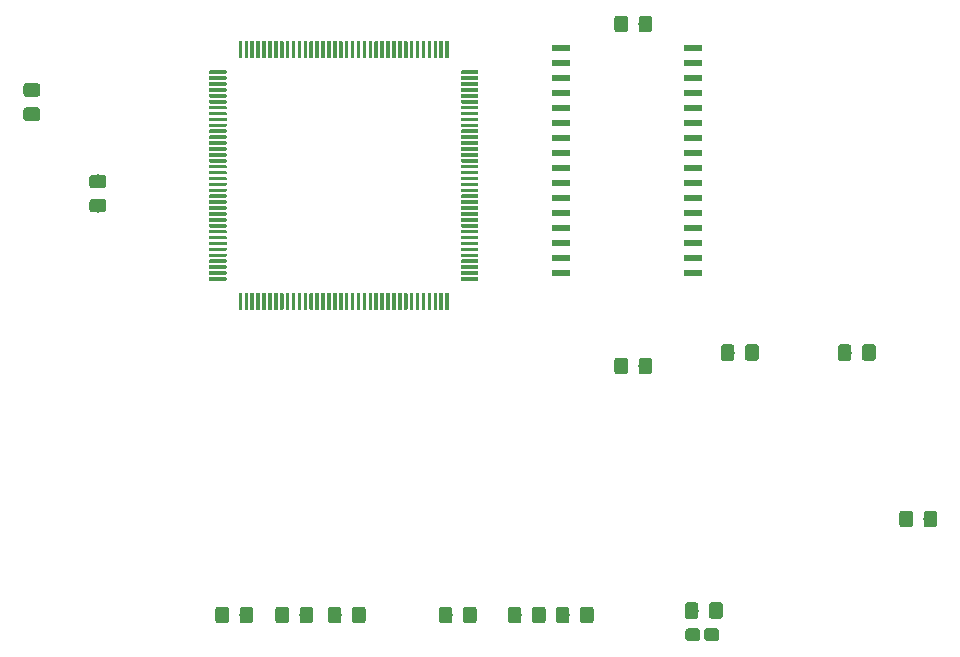
<source format=gbr>
G04 #@! TF.GenerationSoftware,KiCad,Pcbnew,(5.1.2-1)-1*
G04 #@! TF.CreationDate,2020-07-08T23:16:20+01:00*
G04 #@! TF.ProjectId,tranZPUter-SW,7472616e-5a50-4557-9465-722d53572e6b,rev?*
G04 #@! TF.SameCoordinates,Original*
G04 #@! TF.FileFunction,Paste,Top*
G04 #@! TF.FilePolarity,Positive*
%FSLAX46Y46*%
G04 Gerber Fmt 4.6, Leading zero omitted, Abs format (unit mm)*
G04 Created by KiCad (PCBNEW (5.1.2-1)-1) date 2020-07-08 23:16:20*
%MOMM*%
%LPD*%
G04 APERTURE LIST*
%ADD10C,0.100000*%
%ADD11C,1.150000*%
%ADD12C,0.300000*%
%ADD13R,1.600000X0.600000*%
%ADD14C,1.050000*%
G04 APERTURE END LIST*
D10*
G36*
X156169505Y-141541204D02*
G01*
X156193773Y-141544804D01*
X156217572Y-141550765D01*
X156240671Y-141559030D01*
X156262850Y-141569520D01*
X156283893Y-141582132D01*
X156303599Y-141596747D01*
X156321777Y-141613223D01*
X156338253Y-141631401D01*
X156352868Y-141651107D01*
X156365480Y-141672150D01*
X156375970Y-141694329D01*
X156384235Y-141717428D01*
X156390196Y-141741227D01*
X156393796Y-141765495D01*
X156395000Y-141789999D01*
X156395000Y-142690001D01*
X156393796Y-142714505D01*
X156390196Y-142738773D01*
X156384235Y-142762572D01*
X156375970Y-142785671D01*
X156365480Y-142807850D01*
X156352868Y-142828893D01*
X156338253Y-142848599D01*
X156321777Y-142866777D01*
X156303599Y-142883253D01*
X156283893Y-142897868D01*
X156262850Y-142910480D01*
X156240671Y-142920970D01*
X156217572Y-142929235D01*
X156193773Y-142935196D01*
X156169505Y-142938796D01*
X156145001Y-142940000D01*
X155494999Y-142940000D01*
X155470495Y-142938796D01*
X155446227Y-142935196D01*
X155422428Y-142929235D01*
X155399329Y-142920970D01*
X155377150Y-142910480D01*
X155356107Y-142897868D01*
X155336401Y-142883253D01*
X155318223Y-142866777D01*
X155301747Y-142848599D01*
X155287132Y-142828893D01*
X155274520Y-142807850D01*
X155264030Y-142785671D01*
X155255765Y-142762572D01*
X155249804Y-142738773D01*
X155246204Y-142714505D01*
X155245000Y-142690001D01*
X155245000Y-141789999D01*
X155246204Y-141765495D01*
X155249804Y-141741227D01*
X155255765Y-141717428D01*
X155264030Y-141694329D01*
X155274520Y-141672150D01*
X155287132Y-141651107D01*
X155301747Y-141631401D01*
X155318223Y-141613223D01*
X155336401Y-141596747D01*
X155356107Y-141582132D01*
X155377150Y-141569520D01*
X155399329Y-141559030D01*
X155422428Y-141550765D01*
X155446227Y-141544804D01*
X155470495Y-141541204D01*
X155494999Y-141540000D01*
X156145001Y-141540000D01*
X156169505Y-141541204D01*
X156169505Y-141541204D01*
G37*
D11*
X155820000Y-142240000D03*
D10*
G36*
X158219505Y-141541204D02*
G01*
X158243773Y-141544804D01*
X158267572Y-141550765D01*
X158290671Y-141559030D01*
X158312850Y-141569520D01*
X158333893Y-141582132D01*
X158353599Y-141596747D01*
X158371777Y-141613223D01*
X158388253Y-141631401D01*
X158402868Y-141651107D01*
X158415480Y-141672150D01*
X158425970Y-141694329D01*
X158434235Y-141717428D01*
X158440196Y-141741227D01*
X158443796Y-141765495D01*
X158445000Y-141789999D01*
X158445000Y-142690001D01*
X158443796Y-142714505D01*
X158440196Y-142738773D01*
X158434235Y-142762572D01*
X158425970Y-142785671D01*
X158415480Y-142807850D01*
X158402868Y-142828893D01*
X158388253Y-142848599D01*
X158371777Y-142866777D01*
X158353599Y-142883253D01*
X158333893Y-142897868D01*
X158312850Y-142910480D01*
X158290671Y-142920970D01*
X158267572Y-142929235D01*
X158243773Y-142935196D01*
X158219505Y-142938796D01*
X158195001Y-142940000D01*
X157544999Y-142940000D01*
X157520495Y-142938796D01*
X157496227Y-142935196D01*
X157472428Y-142929235D01*
X157449329Y-142920970D01*
X157427150Y-142910480D01*
X157406107Y-142897868D01*
X157386401Y-142883253D01*
X157368223Y-142866777D01*
X157351747Y-142848599D01*
X157337132Y-142828893D01*
X157324520Y-142807850D01*
X157314030Y-142785671D01*
X157305765Y-142762572D01*
X157299804Y-142738773D01*
X157296204Y-142714505D01*
X157295000Y-142690001D01*
X157295000Y-141789999D01*
X157296204Y-141765495D01*
X157299804Y-141741227D01*
X157305765Y-141717428D01*
X157314030Y-141694329D01*
X157324520Y-141672150D01*
X157337132Y-141651107D01*
X157351747Y-141631401D01*
X157368223Y-141613223D01*
X157386401Y-141596747D01*
X157406107Y-141582132D01*
X157427150Y-141569520D01*
X157449329Y-141559030D01*
X157472428Y-141550765D01*
X157496227Y-141544804D01*
X157520495Y-141541204D01*
X157544999Y-141540000D01*
X158195001Y-141540000D01*
X158219505Y-141541204D01*
X158219505Y-141541204D01*
G37*
D11*
X157870000Y-142240000D03*
D10*
G36*
X132683351Y-93629361D02*
G01*
X132690632Y-93630441D01*
X132697771Y-93632229D01*
X132704701Y-93634709D01*
X132711355Y-93637856D01*
X132717668Y-93641640D01*
X132723579Y-93646024D01*
X132729033Y-93650967D01*
X132733976Y-93656421D01*
X132738360Y-93662332D01*
X132742144Y-93668645D01*
X132745291Y-93675299D01*
X132747771Y-93682229D01*
X132749559Y-93689368D01*
X132750639Y-93696649D01*
X132751000Y-93704000D01*
X132751000Y-95029000D01*
X132750639Y-95036351D01*
X132749559Y-95043632D01*
X132747771Y-95050771D01*
X132745291Y-95057701D01*
X132742144Y-95064355D01*
X132738360Y-95070668D01*
X132733976Y-95076579D01*
X132729033Y-95082033D01*
X132723579Y-95086976D01*
X132717668Y-95091360D01*
X132711355Y-95095144D01*
X132704701Y-95098291D01*
X132697771Y-95100771D01*
X132690632Y-95102559D01*
X132683351Y-95103639D01*
X132676000Y-95104000D01*
X132526000Y-95104000D01*
X132518649Y-95103639D01*
X132511368Y-95102559D01*
X132504229Y-95100771D01*
X132497299Y-95098291D01*
X132490645Y-95095144D01*
X132484332Y-95091360D01*
X132478421Y-95086976D01*
X132472967Y-95082033D01*
X132468024Y-95076579D01*
X132463640Y-95070668D01*
X132459856Y-95064355D01*
X132456709Y-95057701D01*
X132454229Y-95050771D01*
X132452441Y-95043632D01*
X132451361Y-95036351D01*
X132451000Y-95029000D01*
X132451000Y-93704000D01*
X132451361Y-93696649D01*
X132452441Y-93689368D01*
X132454229Y-93682229D01*
X132456709Y-93675299D01*
X132459856Y-93668645D01*
X132463640Y-93662332D01*
X132468024Y-93656421D01*
X132472967Y-93650967D01*
X132478421Y-93646024D01*
X132484332Y-93641640D01*
X132490645Y-93637856D01*
X132497299Y-93634709D01*
X132504229Y-93632229D01*
X132511368Y-93630441D01*
X132518649Y-93629361D01*
X132526000Y-93629000D01*
X132676000Y-93629000D01*
X132683351Y-93629361D01*
X132683351Y-93629361D01*
G37*
D12*
X132601000Y-94366500D03*
D10*
G36*
X133183351Y-93629361D02*
G01*
X133190632Y-93630441D01*
X133197771Y-93632229D01*
X133204701Y-93634709D01*
X133211355Y-93637856D01*
X133217668Y-93641640D01*
X133223579Y-93646024D01*
X133229033Y-93650967D01*
X133233976Y-93656421D01*
X133238360Y-93662332D01*
X133242144Y-93668645D01*
X133245291Y-93675299D01*
X133247771Y-93682229D01*
X133249559Y-93689368D01*
X133250639Y-93696649D01*
X133251000Y-93704000D01*
X133251000Y-95029000D01*
X133250639Y-95036351D01*
X133249559Y-95043632D01*
X133247771Y-95050771D01*
X133245291Y-95057701D01*
X133242144Y-95064355D01*
X133238360Y-95070668D01*
X133233976Y-95076579D01*
X133229033Y-95082033D01*
X133223579Y-95086976D01*
X133217668Y-95091360D01*
X133211355Y-95095144D01*
X133204701Y-95098291D01*
X133197771Y-95100771D01*
X133190632Y-95102559D01*
X133183351Y-95103639D01*
X133176000Y-95104000D01*
X133026000Y-95104000D01*
X133018649Y-95103639D01*
X133011368Y-95102559D01*
X133004229Y-95100771D01*
X132997299Y-95098291D01*
X132990645Y-95095144D01*
X132984332Y-95091360D01*
X132978421Y-95086976D01*
X132972967Y-95082033D01*
X132968024Y-95076579D01*
X132963640Y-95070668D01*
X132959856Y-95064355D01*
X132956709Y-95057701D01*
X132954229Y-95050771D01*
X132952441Y-95043632D01*
X132951361Y-95036351D01*
X132951000Y-95029000D01*
X132951000Y-93704000D01*
X132951361Y-93696649D01*
X132952441Y-93689368D01*
X132954229Y-93682229D01*
X132956709Y-93675299D01*
X132959856Y-93668645D01*
X132963640Y-93662332D01*
X132968024Y-93656421D01*
X132972967Y-93650967D01*
X132978421Y-93646024D01*
X132984332Y-93641640D01*
X132990645Y-93637856D01*
X132997299Y-93634709D01*
X133004229Y-93632229D01*
X133011368Y-93630441D01*
X133018649Y-93629361D01*
X133026000Y-93629000D01*
X133176000Y-93629000D01*
X133183351Y-93629361D01*
X133183351Y-93629361D01*
G37*
D12*
X133101000Y-94366500D03*
D10*
G36*
X133683351Y-93629361D02*
G01*
X133690632Y-93630441D01*
X133697771Y-93632229D01*
X133704701Y-93634709D01*
X133711355Y-93637856D01*
X133717668Y-93641640D01*
X133723579Y-93646024D01*
X133729033Y-93650967D01*
X133733976Y-93656421D01*
X133738360Y-93662332D01*
X133742144Y-93668645D01*
X133745291Y-93675299D01*
X133747771Y-93682229D01*
X133749559Y-93689368D01*
X133750639Y-93696649D01*
X133751000Y-93704000D01*
X133751000Y-95029000D01*
X133750639Y-95036351D01*
X133749559Y-95043632D01*
X133747771Y-95050771D01*
X133745291Y-95057701D01*
X133742144Y-95064355D01*
X133738360Y-95070668D01*
X133733976Y-95076579D01*
X133729033Y-95082033D01*
X133723579Y-95086976D01*
X133717668Y-95091360D01*
X133711355Y-95095144D01*
X133704701Y-95098291D01*
X133697771Y-95100771D01*
X133690632Y-95102559D01*
X133683351Y-95103639D01*
X133676000Y-95104000D01*
X133526000Y-95104000D01*
X133518649Y-95103639D01*
X133511368Y-95102559D01*
X133504229Y-95100771D01*
X133497299Y-95098291D01*
X133490645Y-95095144D01*
X133484332Y-95091360D01*
X133478421Y-95086976D01*
X133472967Y-95082033D01*
X133468024Y-95076579D01*
X133463640Y-95070668D01*
X133459856Y-95064355D01*
X133456709Y-95057701D01*
X133454229Y-95050771D01*
X133452441Y-95043632D01*
X133451361Y-95036351D01*
X133451000Y-95029000D01*
X133451000Y-93704000D01*
X133451361Y-93696649D01*
X133452441Y-93689368D01*
X133454229Y-93682229D01*
X133456709Y-93675299D01*
X133459856Y-93668645D01*
X133463640Y-93662332D01*
X133468024Y-93656421D01*
X133472967Y-93650967D01*
X133478421Y-93646024D01*
X133484332Y-93641640D01*
X133490645Y-93637856D01*
X133497299Y-93634709D01*
X133504229Y-93632229D01*
X133511368Y-93630441D01*
X133518649Y-93629361D01*
X133526000Y-93629000D01*
X133676000Y-93629000D01*
X133683351Y-93629361D01*
X133683351Y-93629361D01*
G37*
D12*
X133601000Y-94366500D03*
D10*
G36*
X134183351Y-93629361D02*
G01*
X134190632Y-93630441D01*
X134197771Y-93632229D01*
X134204701Y-93634709D01*
X134211355Y-93637856D01*
X134217668Y-93641640D01*
X134223579Y-93646024D01*
X134229033Y-93650967D01*
X134233976Y-93656421D01*
X134238360Y-93662332D01*
X134242144Y-93668645D01*
X134245291Y-93675299D01*
X134247771Y-93682229D01*
X134249559Y-93689368D01*
X134250639Y-93696649D01*
X134251000Y-93704000D01*
X134251000Y-95029000D01*
X134250639Y-95036351D01*
X134249559Y-95043632D01*
X134247771Y-95050771D01*
X134245291Y-95057701D01*
X134242144Y-95064355D01*
X134238360Y-95070668D01*
X134233976Y-95076579D01*
X134229033Y-95082033D01*
X134223579Y-95086976D01*
X134217668Y-95091360D01*
X134211355Y-95095144D01*
X134204701Y-95098291D01*
X134197771Y-95100771D01*
X134190632Y-95102559D01*
X134183351Y-95103639D01*
X134176000Y-95104000D01*
X134026000Y-95104000D01*
X134018649Y-95103639D01*
X134011368Y-95102559D01*
X134004229Y-95100771D01*
X133997299Y-95098291D01*
X133990645Y-95095144D01*
X133984332Y-95091360D01*
X133978421Y-95086976D01*
X133972967Y-95082033D01*
X133968024Y-95076579D01*
X133963640Y-95070668D01*
X133959856Y-95064355D01*
X133956709Y-95057701D01*
X133954229Y-95050771D01*
X133952441Y-95043632D01*
X133951361Y-95036351D01*
X133951000Y-95029000D01*
X133951000Y-93704000D01*
X133951361Y-93696649D01*
X133952441Y-93689368D01*
X133954229Y-93682229D01*
X133956709Y-93675299D01*
X133959856Y-93668645D01*
X133963640Y-93662332D01*
X133968024Y-93656421D01*
X133972967Y-93650967D01*
X133978421Y-93646024D01*
X133984332Y-93641640D01*
X133990645Y-93637856D01*
X133997299Y-93634709D01*
X134004229Y-93632229D01*
X134011368Y-93630441D01*
X134018649Y-93629361D01*
X134026000Y-93629000D01*
X134176000Y-93629000D01*
X134183351Y-93629361D01*
X134183351Y-93629361D01*
G37*
D12*
X134101000Y-94366500D03*
D10*
G36*
X134683351Y-93629361D02*
G01*
X134690632Y-93630441D01*
X134697771Y-93632229D01*
X134704701Y-93634709D01*
X134711355Y-93637856D01*
X134717668Y-93641640D01*
X134723579Y-93646024D01*
X134729033Y-93650967D01*
X134733976Y-93656421D01*
X134738360Y-93662332D01*
X134742144Y-93668645D01*
X134745291Y-93675299D01*
X134747771Y-93682229D01*
X134749559Y-93689368D01*
X134750639Y-93696649D01*
X134751000Y-93704000D01*
X134751000Y-95029000D01*
X134750639Y-95036351D01*
X134749559Y-95043632D01*
X134747771Y-95050771D01*
X134745291Y-95057701D01*
X134742144Y-95064355D01*
X134738360Y-95070668D01*
X134733976Y-95076579D01*
X134729033Y-95082033D01*
X134723579Y-95086976D01*
X134717668Y-95091360D01*
X134711355Y-95095144D01*
X134704701Y-95098291D01*
X134697771Y-95100771D01*
X134690632Y-95102559D01*
X134683351Y-95103639D01*
X134676000Y-95104000D01*
X134526000Y-95104000D01*
X134518649Y-95103639D01*
X134511368Y-95102559D01*
X134504229Y-95100771D01*
X134497299Y-95098291D01*
X134490645Y-95095144D01*
X134484332Y-95091360D01*
X134478421Y-95086976D01*
X134472967Y-95082033D01*
X134468024Y-95076579D01*
X134463640Y-95070668D01*
X134459856Y-95064355D01*
X134456709Y-95057701D01*
X134454229Y-95050771D01*
X134452441Y-95043632D01*
X134451361Y-95036351D01*
X134451000Y-95029000D01*
X134451000Y-93704000D01*
X134451361Y-93696649D01*
X134452441Y-93689368D01*
X134454229Y-93682229D01*
X134456709Y-93675299D01*
X134459856Y-93668645D01*
X134463640Y-93662332D01*
X134468024Y-93656421D01*
X134472967Y-93650967D01*
X134478421Y-93646024D01*
X134484332Y-93641640D01*
X134490645Y-93637856D01*
X134497299Y-93634709D01*
X134504229Y-93632229D01*
X134511368Y-93630441D01*
X134518649Y-93629361D01*
X134526000Y-93629000D01*
X134676000Y-93629000D01*
X134683351Y-93629361D01*
X134683351Y-93629361D01*
G37*
D12*
X134601000Y-94366500D03*
D10*
G36*
X135183351Y-93629361D02*
G01*
X135190632Y-93630441D01*
X135197771Y-93632229D01*
X135204701Y-93634709D01*
X135211355Y-93637856D01*
X135217668Y-93641640D01*
X135223579Y-93646024D01*
X135229033Y-93650967D01*
X135233976Y-93656421D01*
X135238360Y-93662332D01*
X135242144Y-93668645D01*
X135245291Y-93675299D01*
X135247771Y-93682229D01*
X135249559Y-93689368D01*
X135250639Y-93696649D01*
X135251000Y-93704000D01*
X135251000Y-95029000D01*
X135250639Y-95036351D01*
X135249559Y-95043632D01*
X135247771Y-95050771D01*
X135245291Y-95057701D01*
X135242144Y-95064355D01*
X135238360Y-95070668D01*
X135233976Y-95076579D01*
X135229033Y-95082033D01*
X135223579Y-95086976D01*
X135217668Y-95091360D01*
X135211355Y-95095144D01*
X135204701Y-95098291D01*
X135197771Y-95100771D01*
X135190632Y-95102559D01*
X135183351Y-95103639D01*
X135176000Y-95104000D01*
X135026000Y-95104000D01*
X135018649Y-95103639D01*
X135011368Y-95102559D01*
X135004229Y-95100771D01*
X134997299Y-95098291D01*
X134990645Y-95095144D01*
X134984332Y-95091360D01*
X134978421Y-95086976D01*
X134972967Y-95082033D01*
X134968024Y-95076579D01*
X134963640Y-95070668D01*
X134959856Y-95064355D01*
X134956709Y-95057701D01*
X134954229Y-95050771D01*
X134952441Y-95043632D01*
X134951361Y-95036351D01*
X134951000Y-95029000D01*
X134951000Y-93704000D01*
X134951361Y-93696649D01*
X134952441Y-93689368D01*
X134954229Y-93682229D01*
X134956709Y-93675299D01*
X134959856Y-93668645D01*
X134963640Y-93662332D01*
X134968024Y-93656421D01*
X134972967Y-93650967D01*
X134978421Y-93646024D01*
X134984332Y-93641640D01*
X134990645Y-93637856D01*
X134997299Y-93634709D01*
X135004229Y-93632229D01*
X135011368Y-93630441D01*
X135018649Y-93629361D01*
X135026000Y-93629000D01*
X135176000Y-93629000D01*
X135183351Y-93629361D01*
X135183351Y-93629361D01*
G37*
D12*
X135101000Y-94366500D03*
D10*
G36*
X135683351Y-93629361D02*
G01*
X135690632Y-93630441D01*
X135697771Y-93632229D01*
X135704701Y-93634709D01*
X135711355Y-93637856D01*
X135717668Y-93641640D01*
X135723579Y-93646024D01*
X135729033Y-93650967D01*
X135733976Y-93656421D01*
X135738360Y-93662332D01*
X135742144Y-93668645D01*
X135745291Y-93675299D01*
X135747771Y-93682229D01*
X135749559Y-93689368D01*
X135750639Y-93696649D01*
X135751000Y-93704000D01*
X135751000Y-95029000D01*
X135750639Y-95036351D01*
X135749559Y-95043632D01*
X135747771Y-95050771D01*
X135745291Y-95057701D01*
X135742144Y-95064355D01*
X135738360Y-95070668D01*
X135733976Y-95076579D01*
X135729033Y-95082033D01*
X135723579Y-95086976D01*
X135717668Y-95091360D01*
X135711355Y-95095144D01*
X135704701Y-95098291D01*
X135697771Y-95100771D01*
X135690632Y-95102559D01*
X135683351Y-95103639D01*
X135676000Y-95104000D01*
X135526000Y-95104000D01*
X135518649Y-95103639D01*
X135511368Y-95102559D01*
X135504229Y-95100771D01*
X135497299Y-95098291D01*
X135490645Y-95095144D01*
X135484332Y-95091360D01*
X135478421Y-95086976D01*
X135472967Y-95082033D01*
X135468024Y-95076579D01*
X135463640Y-95070668D01*
X135459856Y-95064355D01*
X135456709Y-95057701D01*
X135454229Y-95050771D01*
X135452441Y-95043632D01*
X135451361Y-95036351D01*
X135451000Y-95029000D01*
X135451000Y-93704000D01*
X135451361Y-93696649D01*
X135452441Y-93689368D01*
X135454229Y-93682229D01*
X135456709Y-93675299D01*
X135459856Y-93668645D01*
X135463640Y-93662332D01*
X135468024Y-93656421D01*
X135472967Y-93650967D01*
X135478421Y-93646024D01*
X135484332Y-93641640D01*
X135490645Y-93637856D01*
X135497299Y-93634709D01*
X135504229Y-93632229D01*
X135511368Y-93630441D01*
X135518649Y-93629361D01*
X135526000Y-93629000D01*
X135676000Y-93629000D01*
X135683351Y-93629361D01*
X135683351Y-93629361D01*
G37*
D12*
X135601000Y-94366500D03*
D10*
G36*
X136183351Y-93629361D02*
G01*
X136190632Y-93630441D01*
X136197771Y-93632229D01*
X136204701Y-93634709D01*
X136211355Y-93637856D01*
X136217668Y-93641640D01*
X136223579Y-93646024D01*
X136229033Y-93650967D01*
X136233976Y-93656421D01*
X136238360Y-93662332D01*
X136242144Y-93668645D01*
X136245291Y-93675299D01*
X136247771Y-93682229D01*
X136249559Y-93689368D01*
X136250639Y-93696649D01*
X136251000Y-93704000D01*
X136251000Y-95029000D01*
X136250639Y-95036351D01*
X136249559Y-95043632D01*
X136247771Y-95050771D01*
X136245291Y-95057701D01*
X136242144Y-95064355D01*
X136238360Y-95070668D01*
X136233976Y-95076579D01*
X136229033Y-95082033D01*
X136223579Y-95086976D01*
X136217668Y-95091360D01*
X136211355Y-95095144D01*
X136204701Y-95098291D01*
X136197771Y-95100771D01*
X136190632Y-95102559D01*
X136183351Y-95103639D01*
X136176000Y-95104000D01*
X136026000Y-95104000D01*
X136018649Y-95103639D01*
X136011368Y-95102559D01*
X136004229Y-95100771D01*
X135997299Y-95098291D01*
X135990645Y-95095144D01*
X135984332Y-95091360D01*
X135978421Y-95086976D01*
X135972967Y-95082033D01*
X135968024Y-95076579D01*
X135963640Y-95070668D01*
X135959856Y-95064355D01*
X135956709Y-95057701D01*
X135954229Y-95050771D01*
X135952441Y-95043632D01*
X135951361Y-95036351D01*
X135951000Y-95029000D01*
X135951000Y-93704000D01*
X135951361Y-93696649D01*
X135952441Y-93689368D01*
X135954229Y-93682229D01*
X135956709Y-93675299D01*
X135959856Y-93668645D01*
X135963640Y-93662332D01*
X135968024Y-93656421D01*
X135972967Y-93650967D01*
X135978421Y-93646024D01*
X135984332Y-93641640D01*
X135990645Y-93637856D01*
X135997299Y-93634709D01*
X136004229Y-93632229D01*
X136011368Y-93630441D01*
X136018649Y-93629361D01*
X136026000Y-93629000D01*
X136176000Y-93629000D01*
X136183351Y-93629361D01*
X136183351Y-93629361D01*
G37*
D12*
X136101000Y-94366500D03*
D10*
G36*
X136683351Y-93629361D02*
G01*
X136690632Y-93630441D01*
X136697771Y-93632229D01*
X136704701Y-93634709D01*
X136711355Y-93637856D01*
X136717668Y-93641640D01*
X136723579Y-93646024D01*
X136729033Y-93650967D01*
X136733976Y-93656421D01*
X136738360Y-93662332D01*
X136742144Y-93668645D01*
X136745291Y-93675299D01*
X136747771Y-93682229D01*
X136749559Y-93689368D01*
X136750639Y-93696649D01*
X136751000Y-93704000D01*
X136751000Y-95029000D01*
X136750639Y-95036351D01*
X136749559Y-95043632D01*
X136747771Y-95050771D01*
X136745291Y-95057701D01*
X136742144Y-95064355D01*
X136738360Y-95070668D01*
X136733976Y-95076579D01*
X136729033Y-95082033D01*
X136723579Y-95086976D01*
X136717668Y-95091360D01*
X136711355Y-95095144D01*
X136704701Y-95098291D01*
X136697771Y-95100771D01*
X136690632Y-95102559D01*
X136683351Y-95103639D01*
X136676000Y-95104000D01*
X136526000Y-95104000D01*
X136518649Y-95103639D01*
X136511368Y-95102559D01*
X136504229Y-95100771D01*
X136497299Y-95098291D01*
X136490645Y-95095144D01*
X136484332Y-95091360D01*
X136478421Y-95086976D01*
X136472967Y-95082033D01*
X136468024Y-95076579D01*
X136463640Y-95070668D01*
X136459856Y-95064355D01*
X136456709Y-95057701D01*
X136454229Y-95050771D01*
X136452441Y-95043632D01*
X136451361Y-95036351D01*
X136451000Y-95029000D01*
X136451000Y-93704000D01*
X136451361Y-93696649D01*
X136452441Y-93689368D01*
X136454229Y-93682229D01*
X136456709Y-93675299D01*
X136459856Y-93668645D01*
X136463640Y-93662332D01*
X136468024Y-93656421D01*
X136472967Y-93650967D01*
X136478421Y-93646024D01*
X136484332Y-93641640D01*
X136490645Y-93637856D01*
X136497299Y-93634709D01*
X136504229Y-93632229D01*
X136511368Y-93630441D01*
X136518649Y-93629361D01*
X136526000Y-93629000D01*
X136676000Y-93629000D01*
X136683351Y-93629361D01*
X136683351Y-93629361D01*
G37*
D12*
X136601000Y-94366500D03*
D10*
G36*
X137183351Y-93629361D02*
G01*
X137190632Y-93630441D01*
X137197771Y-93632229D01*
X137204701Y-93634709D01*
X137211355Y-93637856D01*
X137217668Y-93641640D01*
X137223579Y-93646024D01*
X137229033Y-93650967D01*
X137233976Y-93656421D01*
X137238360Y-93662332D01*
X137242144Y-93668645D01*
X137245291Y-93675299D01*
X137247771Y-93682229D01*
X137249559Y-93689368D01*
X137250639Y-93696649D01*
X137251000Y-93704000D01*
X137251000Y-95029000D01*
X137250639Y-95036351D01*
X137249559Y-95043632D01*
X137247771Y-95050771D01*
X137245291Y-95057701D01*
X137242144Y-95064355D01*
X137238360Y-95070668D01*
X137233976Y-95076579D01*
X137229033Y-95082033D01*
X137223579Y-95086976D01*
X137217668Y-95091360D01*
X137211355Y-95095144D01*
X137204701Y-95098291D01*
X137197771Y-95100771D01*
X137190632Y-95102559D01*
X137183351Y-95103639D01*
X137176000Y-95104000D01*
X137026000Y-95104000D01*
X137018649Y-95103639D01*
X137011368Y-95102559D01*
X137004229Y-95100771D01*
X136997299Y-95098291D01*
X136990645Y-95095144D01*
X136984332Y-95091360D01*
X136978421Y-95086976D01*
X136972967Y-95082033D01*
X136968024Y-95076579D01*
X136963640Y-95070668D01*
X136959856Y-95064355D01*
X136956709Y-95057701D01*
X136954229Y-95050771D01*
X136952441Y-95043632D01*
X136951361Y-95036351D01*
X136951000Y-95029000D01*
X136951000Y-93704000D01*
X136951361Y-93696649D01*
X136952441Y-93689368D01*
X136954229Y-93682229D01*
X136956709Y-93675299D01*
X136959856Y-93668645D01*
X136963640Y-93662332D01*
X136968024Y-93656421D01*
X136972967Y-93650967D01*
X136978421Y-93646024D01*
X136984332Y-93641640D01*
X136990645Y-93637856D01*
X136997299Y-93634709D01*
X137004229Y-93632229D01*
X137011368Y-93630441D01*
X137018649Y-93629361D01*
X137026000Y-93629000D01*
X137176000Y-93629000D01*
X137183351Y-93629361D01*
X137183351Y-93629361D01*
G37*
D12*
X137101000Y-94366500D03*
D10*
G36*
X137683351Y-93629361D02*
G01*
X137690632Y-93630441D01*
X137697771Y-93632229D01*
X137704701Y-93634709D01*
X137711355Y-93637856D01*
X137717668Y-93641640D01*
X137723579Y-93646024D01*
X137729033Y-93650967D01*
X137733976Y-93656421D01*
X137738360Y-93662332D01*
X137742144Y-93668645D01*
X137745291Y-93675299D01*
X137747771Y-93682229D01*
X137749559Y-93689368D01*
X137750639Y-93696649D01*
X137751000Y-93704000D01*
X137751000Y-95029000D01*
X137750639Y-95036351D01*
X137749559Y-95043632D01*
X137747771Y-95050771D01*
X137745291Y-95057701D01*
X137742144Y-95064355D01*
X137738360Y-95070668D01*
X137733976Y-95076579D01*
X137729033Y-95082033D01*
X137723579Y-95086976D01*
X137717668Y-95091360D01*
X137711355Y-95095144D01*
X137704701Y-95098291D01*
X137697771Y-95100771D01*
X137690632Y-95102559D01*
X137683351Y-95103639D01*
X137676000Y-95104000D01*
X137526000Y-95104000D01*
X137518649Y-95103639D01*
X137511368Y-95102559D01*
X137504229Y-95100771D01*
X137497299Y-95098291D01*
X137490645Y-95095144D01*
X137484332Y-95091360D01*
X137478421Y-95086976D01*
X137472967Y-95082033D01*
X137468024Y-95076579D01*
X137463640Y-95070668D01*
X137459856Y-95064355D01*
X137456709Y-95057701D01*
X137454229Y-95050771D01*
X137452441Y-95043632D01*
X137451361Y-95036351D01*
X137451000Y-95029000D01*
X137451000Y-93704000D01*
X137451361Y-93696649D01*
X137452441Y-93689368D01*
X137454229Y-93682229D01*
X137456709Y-93675299D01*
X137459856Y-93668645D01*
X137463640Y-93662332D01*
X137468024Y-93656421D01*
X137472967Y-93650967D01*
X137478421Y-93646024D01*
X137484332Y-93641640D01*
X137490645Y-93637856D01*
X137497299Y-93634709D01*
X137504229Y-93632229D01*
X137511368Y-93630441D01*
X137518649Y-93629361D01*
X137526000Y-93629000D01*
X137676000Y-93629000D01*
X137683351Y-93629361D01*
X137683351Y-93629361D01*
G37*
D12*
X137601000Y-94366500D03*
D10*
G36*
X138183351Y-93629361D02*
G01*
X138190632Y-93630441D01*
X138197771Y-93632229D01*
X138204701Y-93634709D01*
X138211355Y-93637856D01*
X138217668Y-93641640D01*
X138223579Y-93646024D01*
X138229033Y-93650967D01*
X138233976Y-93656421D01*
X138238360Y-93662332D01*
X138242144Y-93668645D01*
X138245291Y-93675299D01*
X138247771Y-93682229D01*
X138249559Y-93689368D01*
X138250639Y-93696649D01*
X138251000Y-93704000D01*
X138251000Y-95029000D01*
X138250639Y-95036351D01*
X138249559Y-95043632D01*
X138247771Y-95050771D01*
X138245291Y-95057701D01*
X138242144Y-95064355D01*
X138238360Y-95070668D01*
X138233976Y-95076579D01*
X138229033Y-95082033D01*
X138223579Y-95086976D01*
X138217668Y-95091360D01*
X138211355Y-95095144D01*
X138204701Y-95098291D01*
X138197771Y-95100771D01*
X138190632Y-95102559D01*
X138183351Y-95103639D01*
X138176000Y-95104000D01*
X138026000Y-95104000D01*
X138018649Y-95103639D01*
X138011368Y-95102559D01*
X138004229Y-95100771D01*
X137997299Y-95098291D01*
X137990645Y-95095144D01*
X137984332Y-95091360D01*
X137978421Y-95086976D01*
X137972967Y-95082033D01*
X137968024Y-95076579D01*
X137963640Y-95070668D01*
X137959856Y-95064355D01*
X137956709Y-95057701D01*
X137954229Y-95050771D01*
X137952441Y-95043632D01*
X137951361Y-95036351D01*
X137951000Y-95029000D01*
X137951000Y-93704000D01*
X137951361Y-93696649D01*
X137952441Y-93689368D01*
X137954229Y-93682229D01*
X137956709Y-93675299D01*
X137959856Y-93668645D01*
X137963640Y-93662332D01*
X137968024Y-93656421D01*
X137972967Y-93650967D01*
X137978421Y-93646024D01*
X137984332Y-93641640D01*
X137990645Y-93637856D01*
X137997299Y-93634709D01*
X138004229Y-93632229D01*
X138011368Y-93630441D01*
X138018649Y-93629361D01*
X138026000Y-93629000D01*
X138176000Y-93629000D01*
X138183351Y-93629361D01*
X138183351Y-93629361D01*
G37*
D12*
X138101000Y-94366500D03*
D10*
G36*
X138683351Y-93629361D02*
G01*
X138690632Y-93630441D01*
X138697771Y-93632229D01*
X138704701Y-93634709D01*
X138711355Y-93637856D01*
X138717668Y-93641640D01*
X138723579Y-93646024D01*
X138729033Y-93650967D01*
X138733976Y-93656421D01*
X138738360Y-93662332D01*
X138742144Y-93668645D01*
X138745291Y-93675299D01*
X138747771Y-93682229D01*
X138749559Y-93689368D01*
X138750639Y-93696649D01*
X138751000Y-93704000D01*
X138751000Y-95029000D01*
X138750639Y-95036351D01*
X138749559Y-95043632D01*
X138747771Y-95050771D01*
X138745291Y-95057701D01*
X138742144Y-95064355D01*
X138738360Y-95070668D01*
X138733976Y-95076579D01*
X138729033Y-95082033D01*
X138723579Y-95086976D01*
X138717668Y-95091360D01*
X138711355Y-95095144D01*
X138704701Y-95098291D01*
X138697771Y-95100771D01*
X138690632Y-95102559D01*
X138683351Y-95103639D01*
X138676000Y-95104000D01*
X138526000Y-95104000D01*
X138518649Y-95103639D01*
X138511368Y-95102559D01*
X138504229Y-95100771D01*
X138497299Y-95098291D01*
X138490645Y-95095144D01*
X138484332Y-95091360D01*
X138478421Y-95086976D01*
X138472967Y-95082033D01*
X138468024Y-95076579D01*
X138463640Y-95070668D01*
X138459856Y-95064355D01*
X138456709Y-95057701D01*
X138454229Y-95050771D01*
X138452441Y-95043632D01*
X138451361Y-95036351D01*
X138451000Y-95029000D01*
X138451000Y-93704000D01*
X138451361Y-93696649D01*
X138452441Y-93689368D01*
X138454229Y-93682229D01*
X138456709Y-93675299D01*
X138459856Y-93668645D01*
X138463640Y-93662332D01*
X138468024Y-93656421D01*
X138472967Y-93650967D01*
X138478421Y-93646024D01*
X138484332Y-93641640D01*
X138490645Y-93637856D01*
X138497299Y-93634709D01*
X138504229Y-93632229D01*
X138511368Y-93630441D01*
X138518649Y-93629361D01*
X138526000Y-93629000D01*
X138676000Y-93629000D01*
X138683351Y-93629361D01*
X138683351Y-93629361D01*
G37*
D12*
X138601000Y-94366500D03*
D10*
G36*
X139183351Y-93629361D02*
G01*
X139190632Y-93630441D01*
X139197771Y-93632229D01*
X139204701Y-93634709D01*
X139211355Y-93637856D01*
X139217668Y-93641640D01*
X139223579Y-93646024D01*
X139229033Y-93650967D01*
X139233976Y-93656421D01*
X139238360Y-93662332D01*
X139242144Y-93668645D01*
X139245291Y-93675299D01*
X139247771Y-93682229D01*
X139249559Y-93689368D01*
X139250639Y-93696649D01*
X139251000Y-93704000D01*
X139251000Y-95029000D01*
X139250639Y-95036351D01*
X139249559Y-95043632D01*
X139247771Y-95050771D01*
X139245291Y-95057701D01*
X139242144Y-95064355D01*
X139238360Y-95070668D01*
X139233976Y-95076579D01*
X139229033Y-95082033D01*
X139223579Y-95086976D01*
X139217668Y-95091360D01*
X139211355Y-95095144D01*
X139204701Y-95098291D01*
X139197771Y-95100771D01*
X139190632Y-95102559D01*
X139183351Y-95103639D01*
X139176000Y-95104000D01*
X139026000Y-95104000D01*
X139018649Y-95103639D01*
X139011368Y-95102559D01*
X139004229Y-95100771D01*
X138997299Y-95098291D01*
X138990645Y-95095144D01*
X138984332Y-95091360D01*
X138978421Y-95086976D01*
X138972967Y-95082033D01*
X138968024Y-95076579D01*
X138963640Y-95070668D01*
X138959856Y-95064355D01*
X138956709Y-95057701D01*
X138954229Y-95050771D01*
X138952441Y-95043632D01*
X138951361Y-95036351D01*
X138951000Y-95029000D01*
X138951000Y-93704000D01*
X138951361Y-93696649D01*
X138952441Y-93689368D01*
X138954229Y-93682229D01*
X138956709Y-93675299D01*
X138959856Y-93668645D01*
X138963640Y-93662332D01*
X138968024Y-93656421D01*
X138972967Y-93650967D01*
X138978421Y-93646024D01*
X138984332Y-93641640D01*
X138990645Y-93637856D01*
X138997299Y-93634709D01*
X139004229Y-93632229D01*
X139011368Y-93630441D01*
X139018649Y-93629361D01*
X139026000Y-93629000D01*
X139176000Y-93629000D01*
X139183351Y-93629361D01*
X139183351Y-93629361D01*
G37*
D12*
X139101000Y-94366500D03*
D10*
G36*
X139683351Y-93629361D02*
G01*
X139690632Y-93630441D01*
X139697771Y-93632229D01*
X139704701Y-93634709D01*
X139711355Y-93637856D01*
X139717668Y-93641640D01*
X139723579Y-93646024D01*
X139729033Y-93650967D01*
X139733976Y-93656421D01*
X139738360Y-93662332D01*
X139742144Y-93668645D01*
X139745291Y-93675299D01*
X139747771Y-93682229D01*
X139749559Y-93689368D01*
X139750639Y-93696649D01*
X139751000Y-93704000D01*
X139751000Y-95029000D01*
X139750639Y-95036351D01*
X139749559Y-95043632D01*
X139747771Y-95050771D01*
X139745291Y-95057701D01*
X139742144Y-95064355D01*
X139738360Y-95070668D01*
X139733976Y-95076579D01*
X139729033Y-95082033D01*
X139723579Y-95086976D01*
X139717668Y-95091360D01*
X139711355Y-95095144D01*
X139704701Y-95098291D01*
X139697771Y-95100771D01*
X139690632Y-95102559D01*
X139683351Y-95103639D01*
X139676000Y-95104000D01*
X139526000Y-95104000D01*
X139518649Y-95103639D01*
X139511368Y-95102559D01*
X139504229Y-95100771D01*
X139497299Y-95098291D01*
X139490645Y-95095144D01*
X139484332Y-95091360D01*
X139478421Y-95086976D01*
X139472967Y-95082033D01*
X139468024Y-95076579D01*
X139463640Y-95070668D01*
X139459856Y-95064355D01*
X139456709Y-95057701D01*
X139454229Y-95050771D01*
X139452441Y-95043632D01*
X139451361Y-95036351D01*
X139451000Y-95029000D01*
X139451000Y-93704000D01*
X139451361Y-93696649D01*
X139452441Y-93689368D01*
X139454229Y-93682229D01*
X139456709Y-93675299D01*
X139459856Y-93668645D01*
X139463640Y-93662332D01*
X139468024Y-93656421D01*
X139472967Y-93650967D01*
X139478421Y-93646024D01*
X139484332Y-93641640D01*
X139490645Y-93637856D01*
X139497299Y-93634709D01*
X139504229Y-93632229D01*
X139511368Y-93630441D01*
X139518649Y-93629361D01*
X139526000Y-93629000D01*
X139676000Y-93629000D01*
X139683351Y-93629361D01*
X139683351Y-93629361D01*
G37*
D12*
X139601000Y-94366500D03*
D10*
G36*
X140183351Y-93629361D02*
G01*
X140190632Y-93630441D01*
X140197771Y-93632229D01*
X140204701Y-93634709D01*
X140211355Y-93637856D01*
X140217668Y-93641640D01*
X140223579Y-93646024D01*
X140229033Y-93650967D01*
X140233976Y-93656421D01*
X140238360Y-93662332D01*
X140242144Y-93668645D01*
X140245291Y-93675299D01*
X140247771Y-93682229D01*
X140249559Y-93689368D01*
X140250639Y-93696649D01*
X140251000Y-93704000D01*
X140251000Y-95029000D01*
X140250639Y-95036351D01*
X140249559Y-95043632D01*
X140247771Y-95050771D01*
X140245291Y-95057701D01*
X140242144Y-95064355D01*
X140238360Y-95070668D01*
X140233976Y-95076579D01*
X140229033Y-95082033D01*
X140223579Y-95086976D01*
X140217668Y-95091360D01*
X140211355Y-95095144D01*
X140204701Y-95098291D01*
X140197771Y-95100771D01*
X140190632Y-95102559D01*
X140183351Y-95103639D01*
X140176000Y-95104000D01*
X140026000Y-95104000D01*
X140018649Y-95103639D01*
X140011368Y-95102559D01*
X140004229Y-95100771D01*
X139997299Y-95098291D01*
X139990645Y-95095144D01*
X139984332Y-95091360D01*
X139978421Y-95086976D01*
X139972967Y-95082033D01*
X139968024Y-95076579D01*
X139963640Y-95070668D01*
X139959856Y-95064355D01*
X139956709Y-95057701D01*
X139954229Y-95050771D01*
X139952441Y-95043632D01*
X139951361Y-95036351D01*
X139951000Y-95029000D01*
X139951000Y-93704000D01*
X139951361Y-93696649D01*
X139952441Y-93689368D01*
X139954229Y-93682229D01*
X139956709Y-93675299D01*
X139959856Y-93668645D01*
X139963640Y-93662332D01*
X139968024Y-93656421D01*
X139972967Y-93650967D01*
X139978421Y-93646024D01*
X139984332Y-93641640D01*
X139990645Y-93637856D01*
X139997299Y-93634709D01*
X140004229Y-93632229D01*
X140011368Y-93630441D01*
X140018649Y-93629361D01*
X140026000Y-93629000D01*
X140176000Y-93629000D01*
X140183351Y-93629361D01*
X140183351Y-93629361D01*
G37*
D12*
X140101000Y-94366500D03*
D10*
G36*
X140683351Y-93629361D02*
G01*
X140690632Y-93630441D01*
X140697771Y-93632229D01*
X140704701Y-93634709D01*
X140711355Y-93637856D01*
X140717668Y-93641640D01*
X140723579Y-93646024D01*
X140729033Y-93650967D01*
X140733976Y-93656421D01*
X140738360Y-93662332D01*
X140742144Y-93668645D01*
X140745291Y-93675299D01*
X140747771Y-93682229D01*
X140749559Y-93689368D01*
X140750639Y-93696649D01*
X140751000Y-93704000D01*
X140751000Y-95029000D01*
X140750639Y-95036351D01*
X140749559Y-95043632D01*
X140747771Y-95050771D01*
X140745291Y-95057701D01*
X140742144Y-95064355D01*
X140738360Y-95070668D01*
X140733976Y-95076579D01*
X140729033Y-95082033D01*
X140723579Y-95086976D01*
X140717668Y-95091360D01*
X140711355Y-95095144D01*
X140704701Y-95098291D01*
X140697771Y-95100771D01*
X140690632Y-95102559D01*
X140683351Y-95103639D01*
X140676000Y-95104000D01*
X140526000Y-95104000D01*
X140518649Y-95103639D01*
X140511368Y-95102559D01*
X140504229Y-95100771D01*
X140497299Y-95098291D01*
X140490645Y-95095144D01*
X140484332Y-95091360D01*
X140478421Y-95086976D01*
X140472967Y-95082033D01*
X140468024Y-95076579D01*
X140463640Y-95070668D01*
X140459856Y-95064355D01*
X140456709Y-95057701D01*
X140454229Y-95050771D01*
X140452441Y-95043632D01*
X140451361Y-95036351D01*
X140451000Y-95029000D01*
X140451000Y-93704000D01*
X140451361Y-93696649D01*
X140452441Y-93689368D01*
X140454229Y-93682229D01*
X140456709Y-93675299D01*
X140459856Y-93668645D01*
X140463640Y-93662332D01*
X140468024Y-93656421D01*
X140472967Y-93650967D01*
X140478421Y-93646024D01*
X140484332Y-93641640D01*
X140490645Y-93637856D01*
X140497299Y-93634709D01*
X140504229Y-93632229D01*
X140511368Y-93630441D01*
X140518649Y-93629361D01*
X140526000Y-93629000D01*
X140676000Y-93629000D01*
X140683351Y-93629361D01*
X140683351Y-93629361D01*
G37*
D12*
X140601000Y-94366500D03*
D10*
G36*
X141183351Y-93629361D02*
G01*
X141190632Y-93630441D01*
X141197771Y-93632229D01*
X141204701Y-93634709D01*
X141211355Y-93637856D01*
X141217668Y-93641640D01*
X141223579Y-93646024D01*
X141229033Y-93650967D01*
X141233976Y-93656421D01*
X141238360Y-93662332D01*
X141242144Y-93668645D01*
X141245291Y-93675299D01*
X141247771Y-93682229D01*
X141249559Y-93689368D01*
X141250639Y-93696649D01*
X141251000Y-93704000D01*
X141251000Y-95029000D01*
X141250639Y-95036351D01*
X141249559Y-95043632D01*
X141247771Y-95050771D01*
X141245291Y-95057701D01*
X141242144Y-95064355D01*
X141238360Y-95070668D01*
X141233976Y-95076579D01*
X141229033Y-95082033D01*
X141223579Y-95086976D01*
X141217668Y-95091360D01*
X141211355Y-95095144D01*
X141204701Y-95098291D01*
X141197771Y-95100771D01*
X141190632Y-95102559D01*
X141183351Y-95103639D01*
X141176000Y-95104000D01*
X141026000Y-95104000D01*
X141018649Y-95103639D01*
X141011368Y-95102559D01*
X141004229Y-95100771D01*
X140997299Y-95098291D01*
X140990645Y-95095144D01*
X140984332Y-95091360D01*
X140978421Y-95086976D01*
X140972967Y-95082033D01*
X140968024Y-95076579D01*
X140963640Y-95070668D01*
X140959856Y-95064355D01*
X140956709Y-95057701D01*
X140954229Y-95050771D01*
X140952441Y-95043632D01*
X140951361Y-95036351D01*
X140951000Y-95029000D01*
X140951000Y-93704000D01*
X140951361Y-93696649D01*
X140952441Y-93689368D01*
X140954229Y-93682229D01*
X140956709Y-93675299D01*
X140959856Y-93668645D01*
X140963640Y-93662332D01*
X140968024Y-93656421D01*
X140972967Y-93650967D01*
X140978421Y-93646024D01*
X140984332Y-93641640D01*
X140990645Y-93637856D01*
X140997299Y-93634709D01*
X141004229Y-93632229D01*
X141011368Y-93630441D01*
X141018649Y-93629361D01*
X141026000Y-93629000D01*
X141176000Y-93629000D01*
X141183351Y-93629361D01*
X141183351Y-93629361D01*
G37*
D12*
X141101000Y-94366500D03*
D10*
G36*
X141683351Y-93629361D02*
G01*
X141690632Y-93630441D01*
X141697771Y-93632229D01*
X141704701Y-93634709D01*
X141711355Y-93637856D01*
X141717668Y-93641640D01*
X141723579Y-93646024D01*
X141729033Y-93650967D01*
X141733976Y-93656421D01*
X141738360Y-93662332D01*
X141742144Y-93668645D01*
X141745291Y-93675299D01*
X141747771Y-93682229D01*
X141749559Y-93689368D01*
X141750639Y-93696649D01*
X141751000Y-93704000D01*
X141751000Y-95029000D01*
X141750639Y-95036351D01*
X141749559Y-95043632D01*
X141747771Y-95050771D01*
X141745291Y-95057701D01*
X141742144Y-95064355D01*
X141738360Y-95070668D01*
X141733976Y-95076579D01*
X141729033Y-95082033D01*
X141723579Y-95086976D01*
X141717668Y-95091360D01*
X141711355Y-95095144D01*
X141704701Y-95098291D01*
X141697771Y-95100771D01*
X141690632Y-95102559D01*
X141683351Y-95103639D01*
X141676000Y-95104000D01*
X141526000Y-95104000D01*
X141518649Y-95103639D01*
X141511368Y-95102559D01*
X141504229Y-95100771D01*
X141497299Y-95098291D01*
X141490645Y-95095144D01*
X141484332Y-95091360D01*
X141478421Y-95086976D01*
X141472967Y-95082033D01*
X141468024Y-95076579D01*
X141463640Y-95070668D01*
X141459856Y-95064355D01*
X141456709Y-95057701D01*
X141454229Y-95050771D01*
X141452441Y-95043632D01*
X141451361Y-95036351D01*
X141451000Y-95029000D01*
X141451000Y-93704000D01*
X141451361Y-93696649D01*
X141452441Y-93689368D01*
X141454229Y-93682229D01*
X141456709Y-93675299D01*
X141459856Y-93668645D01*
X141463640Y-93662332D01*
X141468024Y-93656421D01*
X141472967Y-93650967D01*
X141478421Y-93646024D01*
X141484332Y-93641640D01*
X141490645Y-93637856D01*
X141497299Y-93634709D01*
X141504229Y-93632229D01*
X141511368Y-93630441D01*
X141518649Y-93629361D01*
X141526000Y-93629000D01*
X141676000Y-93629000D01*
X141683351Y-93629361D01*
X141683351Y-93629361D01*
G37*
D12*
X141601000Y-94366500D03*
D10*
G36*
X142183351Y-93629361D02*
G01*
X142190632Y-93630441D01*
X142197771Y-93632229D01*
X142204701Y-93634709D01*
X142211355Y-93637856D01*
X142217668Y-93641640D01*
X142223579Y-93646024D01*
X142229033Y-93650967D01*
X142233976Y-93656421D01*
X142238360Y-93662332D01*
X142242144Y-93668645D01*
X142245291Y-93675299D01*
X142247771Y-93682229D01*
X142249559Y-93689368D01*
X142250639Y-93696649D01*
X142251000Y-93704000D01*
X142251000Y-95029000D01*
X142250639Y-95036351D01*
X142249559Y-95043632D01*
X142247771Y-95050771D01*
X142245291Y-95057701D01*
X142242144Y-95064355D01*
X142238360Y-95070668D01*
X142233976Y-95076579D01*
X142229033Y-95082033D01*
X142223579Y-95086976D01*
X142217668Y-95091360D01*
X142211355Y-95095144D01*
X142204701Y-95098291D01*
X142197771Y-95100771D01*
X142190632Y-95102559D01*
X142183351Y-95103639D01*
X142176000Y-95104000D01*
X142026000Y-95104000D01*
X142018649Y-95103639D01*
X142011368Y-95102559D01*
X142004229Y-95100771D01*
X141997299Y-95098291D01*
X141990645Y-95095144D01*
X141984332Y-95091360D01*
X141978421Y-95086976D01*
X141972967Y-95082033D01*
X141968024Y-95076579D01*
X141963640Y-95070668D01*
X141959856Y-95064355D01*
X141956709Y-95057701D01*
X141954229Y-95050771D01*
X141952441Y-95043632D01*
X141951361Y-95036351D01*
X141951000Y-95029000D01*
X141951000Y-93704000D01*
X141951361Y-93696649D01*
X141952441Y-93689368D01*
X141954229Y-93682229D01*
X141956709Y-93675299D01*
X141959856Y-93668645D01*
X141963640Y-93662332D01*
X141968024Y-93656421D01*
X141972967Y-93650967D01*
X141978421Y-93646024D01*
X141984332Y-93641640D01*
X141990645Y-93637856D01*
X141997299Y-93634709D01*
X142004229Y-93632229D01*
X142011368Y-93630441D01*
X142018649Y-93629361D01*
X142026000Y-93629000D01*
X142176000Y-93629000D01*
X142183351Y-93629361D01*
X142183351Y-93629361D01*
G37*
D12*
X142101000Y-94366500D03*
D10*
G36*
X142683351Y-93629361D02*
G01*
X142690632Y-93630441D01*
X142697771Y-93632229D01*
X142704701Y-93634709D01*
X142711355Y-93637856D01*
X142717668Y-93641640D01*
X142723579Y-93646024D01*
X142729033Y-93650967D01*
X142733976Y-93656421D01*
X142738360Y-93662332D01*
X142742144Y-93668645D01*
X142745291Y-93675299D01*
X142747771Y-93682229D01*
X142749559Y-93689368D01*
X142750639Y-93696649D01*
X142751000Y-93704000D01*
X142751000Y-95029000D01*
X142750639Y-95036351D01*
X142749559Y-95043632D01*
X142747771Y-95050771D01*
X142745291Y-95057701D01*
X142742144Y-95064355D01*
X142738360Y-95070668D01*
X142733976Y-95076579D01*
X142729033Y-95082033D01*
X142723579Y-95086976D01*
X142717668Y-95091360D01*
X142711355Y-95095144D01*
X142704701Y-95098291D01*
X142697771Y-95100771D01*
X142690632Y-95102559D01*
X142683351Y-95103639D01*
X142676000Y-95104000D01*
X142526000Y-95104000D01*
X142518649Y-95103639D01*
X142511368Y-95102559D01*
X142504229Y-95100771D01*
X142497299Y-95098291D01*
X142490645Y-95095144D01*
X142484332Y-95091360D01*
X142478421Y-95086976D01*
X142472967Y-95082033D01*
X142468024Y-95076579D01*
X142463640Y-95070668D01*
X142459856Y-95064355D01*
X142456709Y-95057701D01*
X142454229Y-95050771D01*
X142452441Y-95043632D01*
X142451361Y-95036351D01*
X142451000Y-95029000D01*
X142451000Y-93704000D01*
X142451361Y-93696649D01*
X142452441Y-93689368D01*
X142454229Y-93682229D01*
X142456709Y-93675299D01*
X142459856Y-93668645D01*
X142463640Y-93662332D01*
X142468024Y-93656421D01*
X142472967Y-93650967D01*
X142478421Y-93646024D01*
X142484332Y-93641640D01*
X142490645Y-93637856D01*
X142497299Y-93634709D01*
X142504229Y-93632229D01*
X142511368Y-93630441D01*
X142518649Y-93629361D01*
X142526000Y-93629000D01*
X142676000Y-93629000D01*
X142683351Y-93629361D01*
X142683351Y-93629361D01*
G37*
D12*
X142601000Y-94366500D03*
D10*
G36*
X143183351Y-93629361D02*
G01*
X143190632Y-93630441D01*
X143197771Y-93632229D01*
X143204701Y-93634709D01*
X143211355Y-93637856D01*
X143217668Y-93641640D01*
X143223579Y-93646024D01*
X143229033Y-93650967D01*
X143233976Y-93656421D01*
X143238360Y-93662332D01*
X143242144Y-93668645D01*
X143245291Y-93675299D01*
X143247771Y-93682229D01*
X143249559Y-93689368D01*
X143250639Y-93696649D01*
X143251000Y-93704000D01*
X143251000Y-95029000D01*
X143250639Y-95036351D01*
X143249559Y-95043632D01*
X143247771Y-95050771D01*
X143245291Y-95057701D01*
X143242144Y-95064355D01*
X143238360Y-95070668D01*
X143233976Y-95076579D01*
X143229033Y-95082033D01*
X143223579Y-95086976D01*
X143217668Y-95091360D01*
X143211355Y-95095144D01*
X143204701Y-95098291D01*
X143197771Y-95100771D01*
X143190632Y-95102559D01*
X143183351Y-95103639D01*
X143176000Y-95104000D01*
X143026000Y-95104000D01*
X143018649Y-95103639D01*
X143011368Y-95102559D01*
X143004229Y-95100771D01*
X142997299Y-95098291D01*
X142990645Y-95095144D01*
X142984332Y-95091360D01*
X142978421Y-95086976D01*
X142972967Y-95082033D01*
X142968024Y-95076579D01*
X142963640Y-95070668D01*
X142959856Y-95064355D01*
X142956709Y-95057701D01*
X142954229Y-95050771D01*
X142952441Y-95043632D01*
X142951361Y-95036351D01*
X142951000Y-95029000D01*
X142951000Y-93704000D01*
X142951361Y-93696649D01*
X142952441Y-93689368D01*
X142954229Y-93682229D01*
X142956709Y-93675299D01*
X142959856Y-93668645D01*
X142963640Y-93662332D01*
X142968024Y-93656421D01*
X142972967Y-93650967D01*
X142978421Y-93646024D01*
X142984332Y-93641640D01*
X142990645Y-93637856D01*
X142997299Y-93634709D01*
X143004229Y-93632229D01*
X143011368Y-93630441D01*
X143018649Y-93629361D01*
X143026000Y-93629000D01*
X143176000Y-93629000D01*
X143183351Y-93629361D01*
X143183351Y-93629361D01*
G37*
D12*
X143101000Y-94366500D03*
D10*
G36*
X143683351Y-93629361D02*
G01*
X143690632Y-93630441D01*
X143697771Y-93632229D01*
X143704701Y-93634709D01*
X143711355Y-93637856D01*
X143717668Y-93641640D01*
X143723579Y-93646024D01*
X143729033Y-93650967D01*
X143733976Y-93656421D01*
X143738360Y-93662332D01*
X143742144Y-93668645D01*
X143745291Y-93675299D01*
X143747771Y-93682229D01*
X143749559Y-93689368D01*
X143750639Y-93696649D01*
X143751000Y-93704000D01*
X143751000Y-95029000D01*
X143750639Y-95036351D01*
X143749559Y-95043632D01*
X143747771Y-95050771D01*
X143745291Y-95057701D01*
X143742144Y-95064355D01*
X143738360Y-95070668D01*
X143733976Y-95076579D01*
X143729033Y-95082033D01*
X143723579Y-95086976D01*
X143717668Y-95091360D01*
X143711355Y-95095144D01*
X143704701Y-95098291D01*
X143697771Y-95100771D01*
X143690632Y-95102559D01*
X143683351Y-95103639D01*
X143676000Y-95104000D01*
X143526000Y-95104000D01*
X143518649Y-95103639D01*
X143511368Y-95102559D01*
X143504229Y-95100771D01*
X143497299Y-95098291D01*
X143490645Y-95095144D01*
X143484332Y-95091360D01*
X143478421Y-95086976D01*
X143472967Y-95082033D01*
X143468024Y-95076579D01*
X143463640Y-95070668D01*
X143459856Y-95064355D01*
X143456709Y-95057701D01*
X143454229Y-95050771D01*
X143452441Y-95043632D01*
X143451361Y-95036351D01*
X143451000Y-95029000D01*
X143451000Y-93704000D01*
X143451361Y-93696649D01*
X143452441Y-93689368D01*
X143454229Y-93682229D01*
X143456709Y-93675299D01*
X143459856Y-93668645D01*
X143463640Y-93662332D01*
X143468024Y-93656421D01*
X143472967Y-93650967D01*
X143478421Y-93646024D01*
X143484332Y-93641640D01*
X143490645Y-93637856D01*
X143497299Y-93634709D01*
X143504229Y-93632229D01*
X143511368Y-93630441D01*
X143518649Y-93629361D01*
X143526000Y-93629000D01*
X143676000Y-93629000D01*
X143683351Y-93629361D01*
X143683351Y-93629361D01*
G37*
D12*
X143601000Y-94366500D03*
D10*
G36*
X144183351Y-93629361D02*
G01*
X144190632Y-93630441D01*
X144197771Y-93632229D01*
X144204701Y-93634709D01*
X144211355Y-93637856D01*
X144217668Y-93641640D01*
X144223579Y-93646024D01*
X144229033Y-93650967D01*
X144233976Y-93656421D01*
X144238360Y-93662332D01*
X144242144Y-93668645D01*
X144245291Y-93675299D01*
X144247771Y-93682229D01*
X144249559Y-93689368D01*
X144250639Y-93696649D01*
X144251000Y-93704000D01*
X144251000Y-95029000D01*
X144250639Y-95036351D01*
X144249559Y-95043632D01*
X144247771Y-95050771D01*
X144245291Y-95057701D01*
X144242144Y-95064355D01*
X144238360Y-95070668D01*
X144233976Y-95076579D01*
X144229033Y-95082033D01*
X144223579Y-95086976D01*
X144217668Y-95091360D01*
X144211355Y-95095144D01*
X144204701Y-95098291D01*
X144197771Y-95100771D01*
X144190632Y-95102559D01*
X144183351Y-95103639D01*
X144176000Y-95104000D01*
X144026000Y-95104000D01*
X144018649Y-95103639D01*
X144011368Y-95102559D01*
X144004229Y-95100771D01*
X143997299Y-95098291D01*
X143990645Y-95095144D01*
X143984332Y-95091360D01*
X143978421Y-95086976D01*
X143972967Y-95082033D01*
X143968024Y-95076579D01*
X143963640Y-95070668D01*
X143959856Y-95064355D01*
X143956709Y-95057701D01*
X143954229Y-95050771D01*
X143952441Y-95043632D01*
X143951361Y-95036351D01*
X143951000Y-95029000D01*
X143951000Y-93704000D01*
X143951361Y-93696649D01*
X143952441Y-93689368D01*
X143954229Y-93682229D01*
X143956709Y-93675299D01*
X143959856Y-93668645D01*
X143963640Y-93662332D01*
X143968024Y-93656421D01*
X143972967Y-93650967D01*
X143978421Y-93646024D01*
X143984332Y-93641640D01*
X143990645Y-93637856D01*
X143997299Y-93634709D01*
X144004229Y-93632229D01*
X144011368Y-93630441D01*
X144018649Y-93629361D01*
X144026000Y-93629000D01*
X144176000Y-93629000D01*
X144183351Y-93629361D01*
X144183351Y-93629361D01*
G37*
D12*
X144101000Y-94366500D03*
D10*
G36*
X144683351Y-93629361D02*
G01*
X144690632Y-93630441D01*
X144697771Y-93632229D01*
X144704701Y-93634709D01*
X144711355Y-93637856D01*
X144717668Y-93641640D01*
X144723579Y-93646024D01*
X144729033Y-93650967D01*
X144733976Y-93656421D01*
X144738360Y-93662332D01*
X144742144Y-93668645D01*
X144745291Y-93675299D01*
X144747771Y-93682229D01*
X144749559Y-93689368D01*
X144750639Y-93696649D01*
X144751000Y-93704000D01*
X144751000Y-95029000D01*
X144750639Y-95036351D01*
X144749559Y-95043632D01*
X144747771Y-95050771D01*
X144745291Y-95057701D01*
X144742144Y-95064355D01*
X144738360Y-95070668D01*
X144733976Y-95076579D01*
X144729033Y-95082033D01*
X144723579Y-95086976D01*
X144717668Y-95091360D01*
X144711355Y-95095144D01*
X144704701Y-95098291D01*
X144697771Y-95100771D01*
X144690632Y-95102559D01*
X144683351Y-95103639D01*
X144676000Y-95104000D01*
X144526000Y-95104000D01*
X144518649Y-95103639D01*
X144511368Y-95102559D01*
X144504229Y-95100771D01*
X144497299Y-95098291D01*
X144490645Y-95095144D01*
X144484332Y-95091360D01*
X144478421Y-95086976D01*
X144472967Y-95082033D01*
X144468024Y-95076579D01*
X144463640Y-95070668D01*
X144459856Y-95064355D01*
X144456709Y-95057701D01*
X144454229Y-95050771D01*
X144452441Y-95043632D01*
X144451361Y-95036351D01*
X144451000Y-95029000D01*
X144451000Y-93704000D01*
X144451361Y-93696649D01*
X144452441Y-93689368D01*
X144454229Y-93682229D01*
X144456709Y-93675299D01*
X144459856Y-93668645D01*
X144463640Y-93662332D01*
X144468024Y-93656421D01*
X144472967Y-93650967D01*
X144478421Y-93646024D01*
X144484332Y-93641640D01*
X144490645Y-93637856D01*
X144497299Y-93634709D01*
X144504229Y-93632229D01*
X144511368Y-93630441D01*
X144518649Y-93629361D01*
X144526000Y-93629000D01*
X144676000Y-93629000D01*
X144683351Y-93629361D01*
X144683351Y-93629361D01*
G37*
D12*
X144601000Y-94366500D03*
D10*
G36*
X145183351Y-93629361D02*
G01*
X145190632Y-93630441D01*
X145197771Y-93632229D01*
X145204701Y-93634709D01*
X145211355Y-93637856D01*
X145217668Y-93641640D01*
X145223579Y-93646024D01*
X145229033Y-93650967D01*
X145233976Y-93656421D01*
X145238360Y-93662332D01*
X145242144Y-93668645D01*
X145245291Y-93675299D01*
X145247771Y-93682229D01*
X145249559Y-93689368D01*
X145250639Y-93696649D01*
X145251000Y-93704000D01*
X145251000Y-95029000D01*
X145250639Y-95036351D01*
X145249559Y-95043632D01*
X145247771Y-95050771D01*
X145245291Y-95057701D01*
X145242144Y-95064355D01*
X145238360Y-95070668D01*
X145233976Y-95076579D01*
X145229033Y-95082033D01*
X145223579Y-95086976D01*
X145217668Y-95091360D01*
X145211355Y-95095144D01*
X145204701Y-95098291D01*
X145197771Y-95100771D01*
X145190632Y-95102559D01*
X145183351Y-95103639D01*
X145176000Y-95104000D01*
X145026000Y-95104000D01*
X145018649Y-95103639D01*
X145011368Y-95102559D01*
X145004229Y-95100771D01*
X144997299Y-95098291D01*
X144990645Y-95095144D01*
X144984332Y-95091360D01*
X144978421Y-95086976D01*
X144972967Y-95082033D01*
X144968024Y-95076579D01*
X144963640Y-95070668D01*
X144959856Y-95064355D01*
X144956709Y-95057701D01*
X144954229Y-95050771D01*
X144952441Y-95043632D01*
X144951361Y-95036351D01*
X144951000Y-95029000D01*
X144951000Y-93704000D01*
X144951361Y-93696649D01*
X144952441Y-93689368D01*
X144954229Y-93682229D01*
X144956709Y-93675299D01*
X144959856Y-93668645D01*
X144963640Y-93662332D01*
X144968024Y-93656421D01*
X144972967Y-93650967D01*
X144978421Y-93646024D01*
X144984332Y-93641640D01*
X144990645Y-93637856D01*
X144997299Y-93634709D01*
X145004229Y-93632229D01*
X145011368Y-93630441D01*
X145018649Y-93629361D01*
X145026000Y-93629000D01*
X145176000Y-93629000D01*
X145183351Y-93629361D01*
X145183351Y-93629361D01*
G37*
D12*
X145101000Y-94366500D03*
D10*
G36*
X145683351Y-93629361D02*
G01*
X145690632Y-93630441D01*
X145697771Y-93632229D01*
X145704701Y-93634709D01*
X145711355Y-93637856D01*
X145717668Y-93641640D01*
X145723579Y-93646024D01*
X145729033Y-93650967D01*
X145733976Y-93656421D01*
X145738360Y-93662332D01*
X145742144Y-93668645D01*
X145745291Y-93675299D01*
X145747771Y-93682229D01*
X145749559Y-93689368D01*
X145750639Y-93696649D01*
X145751000Y-93704000D01*
X145751000Y-95029000D01*
X145750639Y-95036351D01*
X145749559Y-95043632D01*
X145747771Y-95050771D01*
X145745291Y-95057701D01*
X145742144Y-95064355D01*
X145738360Y-95070668D01*
X145733976Y-95076579D01*
X145729033Y-95082033D01*
X145723579Y-95086976D01*
X145717668Y-95091360D01*
X145711355Y-95095144D01*
X145704701Y-95098291D01*
X145697771Y-95100771D01*
X145690632Y-95102559D01*
X145683351Y-95103639D01*
X145676000Y-95104000D01*
X145526000Y-95104000D01*
X145518649Y-95103639D01*
X145511368Y-95102559D01*
X145504229Y-95100771D01*
X145497299Y-95098291D01*
X145490645Y-95095144D01*
X145484332Y-95091360D01*
X145478421Y-95086976D01*
X145472967Y-95082033D01*
X145468024Y-95076579D01*
X145463640Y-95070668D01*
X145459856Y-95064355D01*
X145456709Y-95057701D01*
X145454229Y-95050771D01*
X145452441Y-95043632D01*
X145451361Y-95036351D01*
X145451000Y-95029000D01*
X145451000Y-93704000D01*
X145451361Y-93696649D01*
X145452441Y-93689368D01*
X145454229Y-93682229D01*
X145456709Y-93675299D01*
X145459856Y-93668645D01*
X145463640Y-93662332D01*
X145468024Y-93656421D01*
X145472967Y-93650967D01*
X145478421Y-93646024D01*
X145484332Y-93641640D01*
X145490645Y-93637856D01*
X145497299Y-93634709D01*
X145504229Y-93632229D01*
X145511368Y-93630441D01*
X145518649Y-93629361D01*
X145526000Y-93629000D01*
X145676000Y-93629000D01*
X145683351Y-93629361D01*
X145683351Y-93629361D01*
G37*
D12*
X145601000Y-94366500D03*
D10*
G36*
X146183351Y-93629361D02*
G01*
X146190632Y-93630441D01*
X146197771Y-93632229D01*
X146204701Y-93634709D01*
X146211355Y-93637856D01*
X146217668Y-93641640D01*
X146223579Y-93646024D01*
X146229033Y-93650967D01*
X146233976Y-93656421D01*
X146238360Y-93662332D01*
X146242144Y-93668645D01*
X146245291Y-93675299D01*
X146247771Y-93682229D01*
X146249559Y-93689368D01*
X146250639Y-93696649D01*
X146251000Y-93704000D01*
X146251000Y-95029000D01*
X146250639Y-95036351D01*
X146249559Y-95043632D01*
X146247771Y-95050771D01*
X146245291Y-95057701D01*
X146242144Y-95064355D01*
X146238360Y-95070668D01*
X146233976Y-95076579D01*
X146229033Y-95082033D01*
X146223579Y-95086976D01*
X146217668Y-95091360D01*
X146211355Y-95095144D01*
X146204701Y-95098291D01*
X146197771Y-95100771D01*
X146190632Y-95102559D01*
X146183351Y-95103639D01*
X146176000Y-95104000D01*
X146026000Y-95104000D01*
X146018649Y-95103639D01*
X146011368Y-95102559D01*
X146004229Y-95100771D01*
X145997299Y-95098291D01*
X145990645Y-95095144D01*
X145984332Y-95091360D01*
X145978421Y-95086976D01*
X145972967Y-95082033D01*
X145968024Y-95076579D01*
X145963640Y-95070668D01*
X145959856Y-95064355D01*
X145956709Y-95057701D01*
X145954229Y-95050771D01*
X145952441Y-95043632D01*
X145951361Y-95036351D01*
X145951000Y-95029000D01*
X145951000Y-93704000D01*
X145951361Y-93696649D01*
X145952441Y-93689368D01*
X145954229Y-93682229D01*
X145956709Y-93675299D01*
X145959856Y-93668645D01*
X145963640Y-93662332D01*
X145968024Y-93656421D01*
X145972967Y-93650967D01*
X145978421Y-93646024D01*
X145984332Y-93641640D01*
X145990645Y-93637856D01*
X145997299Y-93634709D01*
X146004229Y-93632229D01*
X146011368Y-93630441D01*
X146018649Y-93629361D01*
X146026000Y-93629000D01*
X146176000Y-93629000D01*
X146183351Y-93629361D01*
X146183351Y-93629361D01*
G37*
D12*
X146101000Y-94366500D03*
D10*
G36*
X146683351Y-93629361D02*
G01*
X146690632Y-93630441D01*
X146697771Y-93632229D01*
X146704701Y-93634709D01*
X146711355Y-93637856D01*
X146717668Y-93641640D01*
X146723579Y-93646024D01*
X146729033Y-93650967D01*
X146733976Y-93656421D01*
X146738360Y-93662332D01*
X146742144Y-93668645D01*
X146745291Y-93675299D01*
X146747771Y-93682229D01*
X146749559Y-93689368D01*
X146750639Y-93696649D01*
X146751000Y-93704000D01*
X146751000Y-95029000D01*
X146750639Y-95036351D01*
X146749559Y-95043632D01*
X146747771Y-95050771D01*
X146745291Y-95057701D01*
X146742144Y-95064355D01*
X146738360Y-95070668D01*
X146733976Y-95076579D01*
X146729033Y-95082033D01*
X146723579Y-95086976D01*
X146717668Y-95091360D01*
X146711355Y-95095144D01*
X146704701Y-95098291D01*
X146697771Y-95100771D01*
X146690632Y-95102559D01*
X146683351Y-95103639D01*
X146676000Y-95104000D01*
X146526000Y-95104000D01*
X146518649Y-95103639D01*
X146511368Y-95102559D01*
X146504229Y-95100771D01*
X146497299Y-95098291D01*
X146490645Y-95095144D01*
X146484332Y-95091360D01*
X146478421Y-95086976D01*
X146472967Y-95082033D01*
X146468024Y-95076579D01*
X146463640Y-95070668D01*
X146459856Y-95064355D01*
X146456709Y-95057701D01*
X146454229Y-95050771D01*
X146452441Y-95043632D01*
X146451361Y-95036351D01*
X146451000Y-95029000D01*
X146451000Y-93704000D01*
X146451361Y-93696649D01*
X146452441Y-93689368D01*
X146454229Y-93682229D01*
X146456709Y-93675299D01*
X146459856Y-93668645D01*
X146463640Y-93662332D01*
X146468024Y-93656421D01*
X146472967Y-93650967D01*
X146478421Y-93646024D01*
X146484332Y-93641640D01*
X146490645Y-93637856D01*
X146497299Y-93634709D01*
X146504229Y-93632229D01*
X146511368Y-93630441D01*
X146518649Y-93629361D01*
X146526000Y-93629000D01*
X146676000Y-93629000D01*
X146683351Y-93629361D01*
X146683351Y-93629361D01*
G37*
D12*
X146601000Y-94366500D03*
D10*
G36*
X147183351Y-93629361D02*
G01*
X147190632Y-93630441D01*
X147197771Y-93632229D01*
X147204701Y-93634709D01*
X147211355Y-93637856D01*
X147217668Y-93641640D01*
X147223579Y-93646024D01*
X147229033Y-93650967D01*
X147233976Y-93656421D01*
X147238360Y-93662332D01*
X147242144Y-93668645D01*
X147245291Y-93675299D01*
X147247771Y-93682229D01*
X147249559Y-93689368D01*
X147250639Y-93696649D01*
X147251000Y-93704000D01*
X147251000Y-95029000D01*
X147250639Y-95036351D01*
X147249559Y-95043632D01*
X147247771Y-95050771D01*
X147245291Y-95057701D01*
X147242144Y-95064355D01*
X147238360Y-95070668D01*
X147233976Y-95076579D01*
X147229033Y-95082033D01*
X147223579Y-95086976D01*
X147217668Y-95091360D01*
X147211355Y-95095144D01*
X147204701Y-95098291D01*
X147197771Y-95100771D01*
X147190632Y-95102559D01*
X147183351Y-95103639D01*
X147176000Y-95104000D01*
X147026000Y-95104000D01*
X147018649Y-95103639D01*
X147011368Y-95102559D01*
X147004229Y-95100771D01*
X146997299Y-95098291D01*
X146990645Y-95095144D01*
X146984332Y-95091360D01*
X146978421Y-95086976D01*
X146972967Y-95082033D01*
X146968024Y-95076579D01*
X146963640Y-95070668D01*
X146959856Y-95064355D01*
X146956709Y-95057701D01*
X146954229Y-95050771D01*
X146952441Y-95043632D01*
X146951361Y-95036351D01*
X146951000Y-95029000D01*
X146951000Y-93704000D01*
X146951361Y-93696649D01*
X146952441Y-93689368D01*
X146954229Y-93682229D01*
X146956709Y-93675299D01*
X146959856Y-93668645D01*
X146963640Y-93662332D01*
X146968024Y-93656421D01*
X146972967Y-93650967D01*
X146978421Y-93646024D01*
X146984332Y-93641640D01*
X146990645Y-93637856D01*
X146997299Y-93634709D01*
X147004229Y-93632229D01*
X147011368Y-93630441D01*
X147018649Y-93629361D01*
X147026000Y-93629000D01*
X147176000Y-93629000D01*
X147183351Y-93629361D01*
X147183351Y-93629361D01*
G37*
D12*
X147101000Y-94366500D03*
D10*
G36*
X147683351Y-93629361D02*
G01*
X147690632Y-93630441D01*
X147697771Y-93632229D01*
X147704701Y-93634709D01*
X147711355Y-93637856D01*
X147717668Y-93641640D01*
X147723579Y-93646024D01*
X147729033Y-93650967D01*
X147733976Y-93656421D01*
X147738360Y-93662332D01*
X147742144Y-93668645D01*
X147745291Y-93675299D01*
X147747771Y-93682229D01*
X147749559Y-93689368D01*
X147750639Y-93696649D01*
X147751000Y-93704000D01*
X147751000Y-95029000D01*
X147750639Y-95036351D01*
X147749559Y-95043632D01*
X147747771Y-95050771D01*
X147745291Y-95057701D01*
X147742144Y-95064355D01*
X147738360Y-95070668D01*
X147733976Y-95076579D01*
X147729033Y-95082033D01*
X147723579Y-95086976D01*
X147717668Y-95091360D01*
X147711355Y-95095144D01*
X147704701Y-95098291D01*
X147697771Y-95100771D01*
X147690632Y-95102559D01*
X147683351Y-95103639D01*
X147676000Y-95104000D01*
X147526000Y-95104000D01*
X147518649Y-95103639D01*
X147511368Y-95102559D01*
X147504229Y-95100771D01*
X147497299Y-95098291D01*
X147490645Y-95095144D01*
X147484332Y-95091360D01*
X147478421Y-95086976D01*
X147472967Y-95082033D01*
X147468024Y-95076579D01*
X147463640Y-95070668D01*
X147459856Y-95064355D01*
X147456709Y-95057701D01*
X147454229Y-95050771D01*
X147452441Y-95043632D01*
X147451361Y-95036351D01*
X147451000Y-95029000D01*
X147451000Y-93704000D01*
X147451361Y-93696649D01*
X147452441Y-93689368D01*
X147454229Y-93682229D01*
X147456709Y-93675299D01*
X147459856Y-93668645D01*
X147463640Y-93662332D01*
X147468024Y-93656421D01*
X147472967Y-93650967D01*
X147478421Y-93646024D01*
X147484332Y-93641640D01*
X147490645Y-93637856D01*
X147497299Y-93634709D01*
X147504229Y-93632229D01*
X147511368Y-93630441D01*
X147518649Y-93629361D01*
X147526000Y-93629000D01*
X147676000Y-93629000D01*
X147683351Y-93629361D01*
X147683351Y-93629361D01*
G37*
D12*
X147601000Y-94366500D03*
D10*
G36*
X148183351Y-93629361D02*
G01*
X148190632Y-93630441D01*
X148197771Y-93632229D01*
X148204701Y-93634709D01*
X148211355Y-93637856D01*
X148217668Y-93641640D01*
X148223579Y-93646024D01*
X148229033Y-93650967D01*
X148233976Y-93656421D01*
X148238360Y-93662332D01*
X148242144Y-93668645D01*
X148245291Y-93675299D01*
X148247771Y-93682229D01*
X148249559Y-93689368D01*
X148250639Y-93696649D01*
X148251000Y-93704000D01*
X148251000Y-95029000D01*
X148250639Y-95036351D01*
X148249559Y-95043632D01*
X148247771Y-95050771D01*
X148245291Y-95057701D01*
X148242144Y-95064355D01*
X148238360Y-95070668D01*
X148233976Y-95076579D01*
X148229033Y-95082033D01*
X148223579Y-95086976D01*
X148217668Y-95091360D01*
X148211355Y-95095144D01*
X148204701Y-95098291D01*
X148197771Y-95100771D01*
X148190632Y-95102559D01*
X148183351Y-95103639D01*
X148176000Y-95104000D01*
X148026000Y-95104000D01*
X148018649Y-95103639D01*
X148011368Y-95102559D01*
X148004229Y-95100771D01*
X147997299Y-95098291D01*
X147990645Y-95095144D01*
X147984332Y-95091360D01*
X147978421Y-95086976D01*
X147972967Y-95082033D01*
X147968024Y-95076579D01*
X147963640Y-95070668D01*
X147959856Y-95064355D01*
X147956709Y-95057701D01*
X147954229Y-95050771D01*
X147952441Y-95043632D01*
X147951361Y-95036351D01*
X147951000Y-95029000D01*
X147951000Y-93704000D01*
X147951361Y-93696649D01*
X147952441Y-93689368D01*
X147954229Y-93682229D01*
X147956709Y-93675299D01*
X147959856Y-93668645D01*
X147963640Y-93662332D01*
X147968024Y-93656421D01*
X147972967Y-93650967D01*
X147978421Y-93646024D01*
X147984332Y-93641640D01*
X147990645Y-93637856D01*
X147997299Y-93634709D01*
X148004229Y-93632229D01*
X148011368Y-93630441D01*
X148018649Y-93629361D01*
X148026000Y-93629000D01*
X148176000Y-93629000D01*
X148183351Y-93629361D01*
X148183351Y-93629361D01*
G37*
D12*
X148101000Y-94366500D03*
D10*
G36*
X148683351Y-93629361D02*
G01*
X148690632Y-93630441D01*
X148697771Y-93632229D01*
X148704701Y-93634709D01*
X148711355Y-93637856D01*
X148717668Y-93641640D01*
X148723579Y-93646024D01*
X148729033Y-93650967D01*
X148733976Y-93656421D01*
X148738360Y-93662332D01*
X148742144Y-93668645D01*
X148745291Y-93675299D01*
X148747771Y-93682229D01*
X148749559Y-93689368D01*
X148750639Y-93696649D01*
X148751000Y-93704000D01*
X148751000Y-95029000D01*
X148750639Y-95036351D01*
X148749559Y-95043632D01*
X148747771Y-95050771D01*
X148745291Y-95057701D01*
X148742144Y-95064355D01*
X148738360Y-95070668D01*
X148733976Y-95076579D01*
X148729033Y-95082033D01*
X148723579Y-95086976D01*
X148717668Y-95091360D01*
X148711355Y-95095144D01*
X148704701Y-95098291D01*
X148697771Y-95100771D01*
X148690632Y-95102559D01*
X148683351Y-95103639D01*
X148676000Y-95104000D01*
X148526000Y-95104000D01*
X148518649Y-95103639D01*
X148511368Y-95102559D01*
X148504229Y-95100771D01*
X148497299Y-95098291D01*
X148490645Y-95095144D01*
X148484332Y-95091360D01*
X148478421Y-95086976D01*
X148472967Y-95082033D01*
X148468024Y-95076579D01*
X148463640Y-95070668D01*
X148459856Y-95064355D01*
X148456709Y-95057701D01*
X148454229Y-95050771D01*
X148452441Y-95043632D01*
X148451361Y-95036351D01*
X148451000Y-95029000D01*
X148451000Y-93704000D01*
X148451361Y-93696649D01*
X148452441Y-93689368D01*
X148454229Y-93682229D01*
X148456709Y-93675299D01*
X148459856Y-93668645D01*
X148463640Y-93662332D01*
X148468024Y-93656421D01*
X148472967Y-93650967D01*
X148478421Y-93646024D01*
X148484332Y-93641640D01*
X148490645Y-93637856D01*
X148497299Y-93634709D01*
X148504229Y-93632229D01*
X148511368Y-93630441D01*
X148518649Y-93629361D01*
X148526000Y-93629000D01*
X148676000Y-93629000D01*
X148683351Y-93629361D01*
X148683351Y-93629361D01*
G37*
D12*
X148601000Y-94366500D03*
D10*
G36*
X149183351Y-93629361D02*
G01*
X149190632Y-93630441D01*
X149197771Y-93632229D01*
X149204701Y-93634709D01*
X149211355Y-93637856D01*
X149217668Y-93641640D01*
X149223579Y-93646024D01*
X149229033Y-93650967D01*
X149233976Y-93656421D01*
X149238360Y-93662332D01*
X149242144Y-93668645D01*
X149245291Y-93675299D01*
X149247771Y-93682229D01*
X149249559Y-93689368D01*
X149250639Y-93696649D01*
X149251000Y-93704000D01*
X149251000Y-95029000D01*
X149250639Y-95036351D01*
X149249559Y-95043632D01*
X149247771Y-95050771D01*
X149245291Y-95057701D01*
X149242144Y-95064355D01*
X149238360Y-95070668D01*
X149233976Y-95076579D01*
X149229033Y-95082033D01*
X149223579Y-95086976D01*
X149217668Y-95091360D01*
X149211355Y-95095144D01*
X149204701Y-95098291D01*
X149197771Y-95100771D01*
X149190632Y-95102559D01*
X149183351Y-95103639D01*
X149176000Y-95104000D01*
X149026000Y-95104000D01*
X149018649Y-95103639D01*
X149011368Y-95102559D01*
X149004229Y-95100771D01*
X148997299Y-95098291D01*
X148990645Y-95095144D01*
X148984332Y-95091360D01*
X148978421Y-95086976D01*
X148972967Y-95082033D01*
X148968024Y-95076579D01*
X148963640Y-95070668D01*
X148959856Y-95064355D01*
X148956709Y-95057701D01*
X148954229Y-95050771D01*
X148952441Y-95043632D01*
X148951361Y-95036351D01*
X148951000Y-95029000D01*
X148951000Y-93704000D01*
X148951361Y-93696649D01*
X148952441Y-93689368D01*
X148954229Y-93682229D01*
X148956709Y-93675299D01*
X148959856Y-93668645D01*
X148963640Y-93662332D01*
X148968024Y-93656421D01*
X148972967Y-93650967D01*
X148978421Y-93646024D01*
X148984332Y-93641640D01*
X148990645Y-93637856D01*
X148997299Y-93634709D01*
X149004229Y-93632229D01*
X149011368Y-93630441D01*
X149018649Y-93629361D01*
X149026000Y-93629000D01*
X149176000Y-93629000D01*
X149183351Y-93629361D01*
X149183351Y-93629361D01*
G37*
D12*
X149101000Y-94366500D03*
D10*
G36*
X149683351Y-93629361D02*
G01*
X149690632Y-93630441D01*
X149697771Y-93632229D01*
X149704701Y-93634709D01*
X149711355Y-93637856D01*
X149717668Y-93641640D01*
X149723579Y-93646024D01*
X149729033Y-93650967D01*
X149733976Y-93656421D01*
X149738360Y-93662332D01*
X149742144Y-93668645D01*
X149745291Y-93675299D01*
X149747771Y-93682229D01*
X149749559Y-93689368D01*
X149750639Y-93696649D01*
X149751000Y-93704000D01*
X149751000Y-95029000D01*
X149750639Y-95036351D01*
X149749559Y-95043632D01*
X149747771Y-95050771D01*
X149745291Y-95057701D01*
X149742144Y-95064355D01*
X149738360Y-95070668D01*
X149733976Y-95076579D01*
X149729033Y-95082033D01*
X149723579Y-95086976D01*
X149717668Y-95091360D01*
X149711355Y-95095144D01*
X149704701Y-95098291D01*
X149697771Y-95100771D01*
X149690632Y-95102559D01*
X149683351Y-95103639D01*
X149676000Y-95104000D01*
X149526000Y-95104000D01*
X149518649Y-95103639D01*
X149511368Y-95102559D01*
X149504229Y-95100771D01*
X149497299Y-95098291D01*
X149490645Y-95095144D01*
X149484332Y-95091360D01*
X149478421Y-95086976D01*
X149472967Y-95082033D01*
X149468024Y-95076579D01*
X149463640Y-95070668D01*
X149459856Y-95064355D01*
X149456709Y-95057701D01*
X149454229Y-95050771D01*
X149452441Y-95043632D01*
X149451361Y-95036351D01*
X149451000Y-95029000D01*
X149451000Y-93704000D01*
X149451361Y-93696649D01*
X149452441Y-93689368D01*
X149454229Y-93682229D01*
X149456709Y-93675299D01*
X149459856Y-93668645D01*
X149463640Y-93662332D01*
X149468024Y-93656421D01*
X149472967Y-93650967D01*
X149478421Y-93646024D01*
X149484332Y-93641640D01*
X149490645Y-93637856D01*
X149497299Y-93634709D01*
X149504229Y-93632229D01*
X149511368Y-93630441D01*
X149518649Y-93629361D01*
X149526000Y-93629000D01*
X149676000Y-93629000D01*
X149683351Y-93629361D01*
X149683351Y-93629361D01*
G37*
D12*
X149601000Y-94366500D03*
D10*
G36*
X150183351Y-93629361D02*
G01*
X150190632Y-93630441D01*
X150197771Y-93632229D01*
X150204701Y-93634709D01*
X150211355Y-93637856D01*
X150217668Y-93641640D01*
X150223579Y-93646024D01*
X150229033Y-93650967D01*
X150233976Y-93656421D01*
X150238360Y-93662332D01*
X150242144Y-93668645D01*
X150245291Y-93675299D01*
X150247771Y-93682229D01*
X150249559Y-93689368D01*
X150250639Y-93696649D01*
X150251000Y-93704000D01*
X150251000Y-95029000D01*
X150250639Y-95036351D01*
X150249559Y-95043632D01*
X150247771Y-95050771D01*
X150245291Y-95057701D01*
X150242144Y-95064355D01*
X150238360Y-95070668D01*
X150233976Y-95076579D01*
X150229033Y-95082033D01*
X150223579Y-95086976D01*
X150217668Y-95091360D01*
X150211355Y-95095144D01*
X150204701Y-95098291D01*
X150197771Y-95100771D01*
X150190632Y-95102559D01*
X150183351Y-95103639D01*
X150176000Y-95104000D01*
X150026000Y-95104000D01*
X150018649Y-95103639D01*
X150011368Y-95102559D01*
X150004229Y-95100771D01*
X149997299Y-95098291D01*
X149990645Y-95095144D01*
X149984332Y-95091360D01*
X149978421Y-95086976D01*
X149972967Y-95082033D01*
X149968024Y-95076579D01*
X149963640Y-95070668D01*
X149959856Y-95064355D01*
X149956709Y-95057701D01*
X149954229Y-95050771D01*
X149952441Y-95043632D01*
X149951361Y-95036351D01*
X149951000Y-95029000D01*
X149951000Y-93704000D01*
X149951361Y-93696649D01*
X149952441Y-93689368D01*
X149954229Y-93682229D01*
X149956709Y-93675299D01*
X149959856Y-93668645D01*
X149963640Y-93662332D01*
X149968024Y-93656421D01*
X149972967Y-93650967D01*
X149978421Y-93646024D01*
X149984332Y-93641640D01*
X149990645Y-93637856D01*
X149997299Y-93634709D01*
X150004229Y-93632229D01*
X150011368Y-93630441D01*
X150018649Y-93629361D01*
X150026000Y-93629000D01*
X150176000Y-93629000D01*
X150183351Y-93629361D01*
X150183351Y-93629361D01*
G37*
D12*
X150101000Y-94366500D03*
D10*
G36*
X152683351Y-96129361D02*
G01*
X152690632Y-96130441D01*
X152697771Y-96132229D01*
X152704701Y-96134709D01*
X152711355Y-96137856D01*
X152717668Y-96141640D01*
X152723579Y-96146024D01*
X152729033Y-96150967D01*
X152733976Y-96156421D01*
X152738360Y-96162332D01*
X152742144Y-96168645D01*
X152745291Y-96175299D01*
X152747771Y-96182229D01*
X152749559Y-96189368D01*
X152750639Y-96196649D01*
X152751000Y-96204000D01*
X152751000Y-96354000D01*
X152750639Y-96361351D01*
X152749559Y-96368632D01*
X152747771Y-96375771D01*
X152745291Y-96382701D01*
X152742144Y-96389355D01*
X152738360Y-96395668D01*
X152733976Y-96401579D01*
X152729033Y-96407033D01*
X152723579Y-96411976D01*
X152717668Y-96416360D01*
X152711355Y-96420144D01*
X152704701Y-96423291D01*
X152697771Y-96425771D01*
X152690632Y-96427559D01*
X152683351Y-96428639D01*
X152676000Y-96429000D01*
X151351000Y-96429000D01*
X151343649Y-96428639D01*
X151336368Y-96427559D01*
X151329229Y-96425771D01*
X151322299Y-96423291D01*
X151315645Y-96420144D01*
X151309332Y-96416360D01*
X151303421Y-96411976D01*
X151297967Y-96407033D01*
X151293024Y-96401579D01*
X151288640Y-96395668D01*
X151284856Y-96389355D01*
X151281709Y-96382701D01*
X151279229Y-96375771D01*
X151277441Y-96368632D01*
X151276361Y-96361351D01*
X151276000Y-96354000D01*
X151276000Y-96204000D01*
X151276361Y-96196649D01*
X151277441Y-96189368D01*
X151279229Y-96182229D01*
X151281709Y-96175299D01*
X151284856Y-96168645D01*
X151288640Y-96162332D01*
X151293024Y-96156421D01*
X151297967Y-96150967D01*
X151303421Y-96146024D01*
X151309332Y-96141640D01*
X151315645Y-96137856D01*
X151322299Y-96134709D01*
X151329229Y-96132229D01*
X151336368Y-96130441D01*
X151343649Y-96129361D01*
X151351000Y-96129000D01*
X152676000Y-96129000D01*
X152683351Y-96129361D01*
X152683351Y-96129361D01*
G37*
D12*
X152013500Y-96279000D03*
D10*
G36*
X152683351Y-96629361D02*
G01*
X152690632Y-96630441D01*
X152697771Y-96632229D01*
X152704701Y-96634709D01*
X152711355Y-96637856D01*
X152717668Y-96641640D01*
X152723579Y-96646024D01*
X152729033Y-96650967D01*
X152733976Y-96656421D01*
X152738360Y-96662332D01*
X152742144Y-96668645D01*
X152745291Y-96675299D01*
X152747771Y-96682229D01*
X152749559Y-96689368D01*
X152750639Y-96696649D01*
X152751000Y-96704000D01*
X152751000Y-96854000D01*
X152750639Y-96861351D01*
X152749559Y-96868632D01*
X152747771Y-96875771D01*
X152745291Y-96882701D01*
X152742144Y-96889355D01*
X152738360Y-96895668D01*
X152733976Y-96901579D01*
X152729033Y-96907033D01*
X152723579Y-96911976D01*
X152717668Y-96916360D01*
X152711355Y-96920144D01*
X152704701Y-96923291D01*
X152697771Y-96925771D01*
X152690632Y-96927559D01*
X152683351Y-96928639D01*
X152676000Y-96929000D01*
X151351000Y-96929000D01*
X151343649Y-96928639D01*
X151336368Y-96927559D01*
X151329229Y-96925771D01*
X151322299Y-96923291D01*
X151315645Y-96920144D01*
X151309332Y-96916360D01*
X151303421Y-96911976D01*
X151297967Y-96907033D01*
X151293024Y-96901579D01*
X151288640Y-96895668D01*
X151284856Y-96889355D01*
X151281709Y-96882701D01*
X151279229Y-96875771D01*
X151277441Y-96868632D01*
X151276361Y-96861351D01*
X151276000Y-96854000D01*
X151276000Y-96704000D01*
X151276361Y-96696649D01*
X151277441Y-96689368D01*
X151279229Y-96682229D01*
X151281709Y-96675299D01*
X151284856Y-96668645D01*
X151288640Y-96662332D01*
X151293024Y-96656421D01*
X151297967Y-96650967D01*
X151303421Y-96646024D01*
X151309332Y-96641640D01*
X151315645Y-96637856D01*
X151322299Y-96634709D01*
X151329229Y-96632229D01*
X151336368Y-96630441D01*
X151343649Y-96629361D01*
X151351000Y-96629000D01*
X152676000Y-96629000D01*
X152683351Y-96629361D01*
X152683351Y-96629361D01*
G37*
D12*
X152013500Y-96779000D03*
D10*
G36*
X152683351Y-97129361D02*
G01*
X152690632Y-97130441D01*
X152697771Y-97132229D01*
X152704701Y-97134709D01*
X152711355Y-97137856D01*
X152717668Y-97141640D01*
X152723579Y-97146024D01*
X152729033Y-97150967D01*
X152733976Y-97156421D01*
X152738360Y-97162332D01*
X152742144Y-97168645D01*
X152745291Y-97175299D01*
X152747771Y-97182229D01*
X152749559Y-97189368D01*
X152750639Y-97196649D01*
X152751000Y-97204000D01*
X152751000Y-97354000D01*
X152750639Y-97361351D01*
X152749559Y-97368632D01*
X152747771Y-97375771D01*
X152745291Y-97382701D01*
X152742144Y-97389355D01*
X152738360Y-97395668D01*
X152733976Y-97401579D01*
X152729033Y-97407033D01*
X152723579Y-97411976D01*
X152717668Y-97416360D01*
X152711355Y-97420144D01*
X152704701Y-97423291D01*
X152697771Y-97425771D01*
X152690632Y-97427559D01*
X152683351Y-97428639D01*
X152676000Y-97429000D01*
X151351000Y-97429000D01*
X151343649Y-97428639D01*
X151336368Y-97427559D01*
X151329229Y-97425771D01*
X151322299Y-97423291D01*
X151315645Y-97420144D01*
X151309332Y-97416360D01*
X151303421Y-97411976D01*
X151297967Y-97407033D01*
X151293024Y-97401579D01*
X151288640Y-97395668D01*
X151284856Y-97389355D01*
X151281709Y-97382701D01*
X151279229Y-97375771D01*
X151277441Y-97368632D01*
X151276361Y-97361351D01*
X151276000Y-97354000D01*
X151276000Y-97204000D01*
X151276361Y-97196649D01*
X151277441Y-97189368D01*
X151279229Y-97182229D01*
X151281709Y-97175299D01*
X151284856Y-97168645D01*
X151288640Y-97162332D01*
X151293024Y-97156421D01*
X151297967Y-97150967D01*
X151303421Y-97146024D01*
X151309332Y-97141640D01*
X151315645Y-97137856D01*
X151322299Y-97134709D01*
X151329229Y-97132229D01*
X151336368Y-97130441D01*
X151343649Y-97129361D01*
X151351000Y-97129000D01*
X152676000Y-97129000D01*
X152683351Y-97129361D01*
X152683351Y-97129361D01*
G37*
D12*
X152013500Y-97279000D03*
D10*
G36*
X152683351Y-97629361D02*
G01*
X152690632Y-97630441D01*
X152697771Y-97632229D01*
X152704701Y-97634709D01*
X152711355Y-97637856D01*
X152717668Y-97641640D01*
X152723579Y-97646024D01*
X152729033Y-97650967D01*
X152733976Y-97656421D01*
X152738360Y-97662332D01*
X152742144Y-97668645D01*
X152745291Y-97675299D01*
X152747771Y-97682229D01*
X152749559Y-97689368D01*
X152750639Y-97696649D01*
X152751000Y-97704000D01*
X152751000Y-97854000D01*
X152750639Y-97861351D01*
X152749559Y-97868632D01*
X152747771Y-97875771D01*
X152745291Y-97882701D01*
X152742144Y-97889355D01*
X152738360Y-97895668D01*
X152733976Y-97901579D01*
X152729033Y-97907033D01*
X152723579Y-97911976D01*
X152717668Y-97916360D01*
X152711355Y-97920144D01*
X152704701Y-97923291D01*
X152697771Y-97925771D01*
X152690632Y-97927559D01*
X152683351Y-97928639D01*
X152676000Y-97929000D01*
X151351000Y-97929000D01*
X151343649Y-97928639D01*
X151336368Y-97927559D01*
X151329229Y-97925771D01*
X151322299Y-97923291D01*
X151315645Y-97920144D01*
X151309332Y-97916360D01*
X151303421Y-97911976D01*
X151297967Y-97907033D01*
X151293024Y-97901579D01*
X151288640Y-97895668D01*
X151284856Y-97889355D01*
X151281709Y-97882701D01*
X151279229Y-97875771D01*
X151277441Y-97868632D01*
X151276361Y-97861351D01*
X151276000Y-97854000D01*
X151276000Y-97704000D01*
X151276361Y-97696649D01*
X151277441Y-97689368D01*
X151279229Y-97682229D01*
X151281709Y-97675299D01*
X151284856Y-97668645D01*
X151288640Y-97662332D01*
X151293024Y-97656421D01*
X151297967Y-97650967D01*
X151303421Y-97646024D01*
X151309332Y-97641640D01*
X151315645Y-97637856D01*
X151322299Y-97634709D01*
X151329229Y-97632229D01*
X151336368Y-97630441D01*
X151343649Y-97629361D01*
X151351000Y-97629000D01*
X152676000Y-97629000D01*
X152683351Y-97629361D01*
X152683351Y-97629361D01*
G37*
D12*
X152013500Y-97779000D03*
D10*
G36*
X152683351Y-98129361D02*
G01*
X152690632Y-98130441D01*
X152697771Y-98132229D01*
X152704701Y-98134709D01*
X152711355Y-98137856D01*
X152717668Y-98141640D01*
X152723579Y-98146024D01*
X152729033Y-98150967D01*
X152733976Y-98156421D01*
X152738360Y-98162332D01*
X152742144Y-98168645D01*
X152745291Y-98175299D01*
X152747771Y-98182229D01*
X152749559Y-98189368D01*
X152750639Y-98196649D01*
X152751000Y-98204000D01*
X152751000Y-98354000D01*
X152750639Y-98361351D01*
X152749559Y-98368632D01*
X152747771Y-98375771D01*
X152745291Y-98382701D01*
X152742144Y-98389355D01*
X152738360Y-98395668D01*
X152733976Y-98401579D01*
X152729033Y-98407033D01*
X152723579Y-98411976D01*
X152717668Y-98416360D01*
X152711355Y-98420144D01*
X152704701Y-98423291D01*
X152697771Y-98425771D01*
X152690632Y-98427559D01*
X152683351Y-98428639D01*
X152676000Y-98429000D01*
X151351000Y-98429000D01*
X151343649Y-98428639D01*
X151336368Y-98427559D01*
X151329229Y-98425771D01*
X151322299Y-98423291D01*
X151315645Y-98420144D01*
X151309332Y-98416360D01*
X151303421Y-98411976D01*
X151297967Y-98407033D01*
X151293024Y-98401579D01*
X151288640Y-98395668D01*
X151284856Y-98389355D01*
X151281709Y-98382701D01*
X151279229Y-98375771D01*
X151277441Y-98368632D01*
X151276361Y-98361351D01*
X151276000Y-98354000D01*
X151276000Y-98204000D01*
X151276361Y-98196649D01*
X151277441Y-98189368D01*
X151279229Y-98182229D01*
X151281709Y-98175299D01*
X151284856Y-98168645D01*
X151288640Y-98162332D01*
X151293024Y-98156421D01*
X151297967Y-98150967D01*
X151303421Y-98146024D01*
X151309332Y-98141640D01*
X151315645Y-98137856D01*
X151322299Y-98134709D01*
X151329229Y-98132229D01*
X151336368Y-98130441D01*
X151343649Y-98129361D01*
X151351000Y-98129000D01*
X152676000Y-98129000D01*
X152683351Y-98129361D01*
X152683351Y-98129361D01*
G37*
D12*
X152013500Y-98279000D03*
D10*
G36*
X152683351Y-98629361D02*
G01*
X152690632Y-98630441D01*
X152697771Y-98632229D01*
X152704701Y-98634709D01*
X152711355Y-98637856D01*
X152717668Y-98641640D01*
X152723579Y-98646024D01*
X152729033Y-98650967D01*
X152733976Y-98656421D01*
X152738360Y-98662332D01*
X152742144Y-98668645D01*
X152745291Y-98675299D01*
X152747771Y-98682229D01*
X152749559Y-98689368D01*
X152750639Y-98696649D01*
X152751000Y-98704000D01*
X152751000Y-98854000D01*
X152750639Y-98861351D01*
X152749559Y-98868632D01*
X152747771Y-98875771D01*
X152745291Y-98882701D01*
X152742144Y-98889355D01*
X152738360Y-98895668D01*
X152733976Y-98901579D01*
X152729033Y-98907033D01*
X152723579Y-98911976D01*
X152717668Y-98916360D01*
X152711355Y-98920144D01*
X152704701Y-98923291D01*
X152697771Y-98925771D01*
X152690632Y-98927559D01*
X152683351Y-98928639D01*
X152676000Y-98929000D01*
X151351000Y-98929000D01*
X151343649Y-98928639D01*
X151336368Y-98927559D01*
X151329229Y-98925771D01*
X151322299Y-98923291D01*
X151315645Y-98920144D01*
X151309332Y-98916360D01*
X151303421Y-98911976D01*
X151297967Y-98907033D01*
X151293024Y-98901579D01*
X151288640Y-98895668D01*
X151284856Y-98889355D01*
X151281709Y-98882701D01*
X151279229Y-98875771D01*
X151277441Y-98868632D01*
X151276361Y-98861351D01*
X151276000Y-98854000D01*
X151276000Y-98704000D01*
X151276361Y-98696649D01*
X151277441Y-98689368D01*
X151279229Y-98682229D01*
X151281709Y-98675299D01*
X151284856Y-98668645D01*
X151288640Y-98662332D01*
X151293024Y-98656421D01*
X151297967Y-98650967D01*
X151303421Y-98646024D01*
X151309332Y-98641640D01*
X151315645Y-98637856D01*
X151322299Y-98634709D01*
X151329229Y-98632229D01*
X151336368Y-98630441D01*
X151343649Y-98629361D01*
X151351000Y-98629000D01*
X152676000Y-98629000D01*
X152683351Y-98629361D01*
X152683351Y-98629361D01*
G37*
D12*
X152013500Y-98779000D03*
D10*
G36*
X152683351Y-99129361D02*
G01*
X152690632Y-99130441D01*
X152697771Y-99132229D01*
X152704701Y-99134709D01*
X152711355Y-99137856D01*
X152717668Y-99141640D01*
X152723579Y-99146024D01*
X152729033Y-99150967D01*
X152733976Y-99156421D01*
X152738360Y-99162332D01*
X152742144Y-99168645D01*
X152745291Y-99175299D01*
X152747771Y-99182229D01*
X152749559Y-99189368D01*
X152750639Y-99196649D01*
X152751000Y-99204000D01*
X152751000Y-99354000D01*
X152750639Y-99361351D01*
X152749559Y-99368632D01*
X152747771Y-99375771D01*
X152745291Y-99382701D01*
X152742144Y-99389355D01*
X152738360Y-99395668D01*
X152733976Y-99401579D01*
X152729033Y-99407033D01*
X152723579Y-99411976D01*
X152717668Y-99416360D01*
X152711355Y-99420144D01*
X152704701Y-99423291D01*
X152697771Y-99425771D01*
X152690632Y-99427559D01*
X152683351Y-99428639D01*
X152676000Y-99429000D01*
X151351000Y-99429000D01*
X151343649Y-99428639D01*
X151336368Y-99427559D01*
X151329229Y-99425771D01*
X151322299Y-99423291D01*
X151315645Y-99420144D01*
X151309332Y-99416360D01*
X151303421Y-99411976D01*
X151297967Y-99407033D01*
X151293024Y-99401579D01*
X151288640Y-99395668D01*
X151284856Y-99389355D01*
X151281709Y-99382701D01*
X151279229Y-99375771D01*
X151277441Y-99368632D01*
X151276361Y-99361351D01*
X151276000Y-99354000D01*
X151276000Y-99204000D01*
X151276361Y-99196649D01*
X151277441Y-99189368D01*
X151279229Y-99182229D01*
X151281709Y-99175299D01*
X151284856Y-99168645D01*
X151288640Y-99162332D01*
X151293024Y-99156421D01*
X151297967Y-99150967D01*
X151303421Y-99146024D01*
X151309332Y-99141640D01*
X151315645Y-99137856D01*
X151322299Y-99134709D01*
X151329229Y-99132229D01*
X151336368Y-99130441D01*
X151343649Y-99129361D01*
X151351000Y-99129000D01*
X152676000Y-99129000D01*
X152683351Y-99129361D01*
X152683351Y-99129361D01*
G37*
D12*
X152013500Y-99279000D03*
D10*
G36*
X152683351Y-99629361D02*
G01*
X152690632Y-99630441D01*
X152697771Y-99632229D01*
X152704701Y-99634709D01*
X152711355Y-99637856D01*
X152717668Y-99641640D01*
X152723579Y-99646024D01*
X152729033Y-99650967D01*
X152733976Y-99656421D01*
X152738360Y-99662332D01*
X152742144Y-99668645D01*
X152745291Y-99675299D01*
X152747771Y-99682229D01*
X152749559Y-99689368D01*
X152750639Y-99696649D01*
X152751000Y-99704000D01*
X152751000Y-99854000D01*
X152750639Y-99861351D01*
X152749559Y-99868632D01*
X152747771Y-99875771D01*
X152745291Y-99882701D01*
X152742144Y-99889355D01*
X152738360Y-99895668D01*
X152733976Y-99901579D01*
X152729033Y-99907033D01*
X152723579Y-99911976D01*
X152717668Y-99916360D01*
X152711355Y-99920144D01*
X152704701Y-99923291D01*
X152697771Y-99925771D01*
X152690632Y-99927559D01*
X152683351Y-99928639D01*
X152676000Y-99929000D01*
X151351000Y-99929000D01*
X151343649Y-99928639D01*
X151336368Y-99927559D01*
X151329229Y-99925771D01*
X151322299Y-99923291D01*
X151315645Y-99920144D01*
X151309332Y-99916360D01*
X151303421Y-99911976D01*
X151297967Y-99907033D01*
X151293024Y-99901579D01*
X151288640Y-99895668D01*
X151284856Y-99889355D01*
X151281709Y-99882701D01*
X151279229Y-99875771D01*
X151277441Y-99868632D01*
X151276361Y-99861351D01*
X151276000Y-99854000D01*
X151276000Y-99704000D01*
X151276361Y-99696649D01*
X151277441Y-99689368D01*
X151279229Y-99682229D01*
X151281709Y-99675299D01*
X151284856Y-99668645D01*
X151288640Y-99662332D01*
X151293024Y-99656421D01*
X151297967Y-99650967D01*
X151303421Y-99646024D01*
X151309332Y-99641640D01*
X151315645Y-99637856D01*
X151322299Y-99634709D01*
X151329229Y-99632229D01*
X151336368Y-99630441D01*
X151343649Y-99629361D01*
X151351000Y-99629000D01*
X152676000Y-99629000D01*
X152683351Y-99629361D01*
X152683351Y-99629361D01*
G37*
D12*
X152013500Y-99779000D03*
D10*
G36*
X152683351Y-100129361D02*
G01*
X152690632Y-100130441D01*
X152697771Y-100132229D01*
X152704701Y-100134709D01*
X152711355Y-100137856D01*
X152717668Y-100141640D01*
X152723579Y-100146024D01*
X152729033Y-100150967D01*
X152733976Y-100156421D01*
X152738360Y-100162332D01*
X152742144Y-100168645D01*
X152745291Y-100175299D01*
X152747771Y-100182229D01*
X152749559Y-100189368D01*
X152750639Y-100196649D01*
X152751000Y-100204000D01*
X152751000Y-100354000D01*
X152750639Y-100361351D01*
X152749559Y-100368632D01*
X152747771Y-100375771D01*
X152745291Y-100382701D01*
X152742144Y-100389355D01*
X152738360Y-100395668D01*
X152733976Y-100401579D01*
X152729033Y-100407033D01*
X152723579Y-100411976D01*
X152717668Y-100416360D01*
X152711355Y-100420144D01*
X152704701Y-100423291D01*
X152697771Y-100425771D01*
X152690632Y-100427559D01*
X152683351Y-100428639D01*
X152676000Y-100429000D01*
X151351000Y-100429000D01*
X151343649Y-100428639D01*
X151336368Y-100427559D01*
X151329229Y-100425771D01*
X151322299Y-100423291D01*
X151315645Y-100420144D01*
X151309332Y-100416360D01*
X151303421Y-100411976D01*
X151297967Y-100407033D01*
X151293024Y-100401579D01*
X151288640Y-100395668D01*
X151284856Y-100389355D01*
X151281709Y-100382701D01*
X151279229Y-100375771D01*
X151277441Y-100368632D01*
X151276361Y-100361351D01*
X151276000Y-100354000D01*
X151276000Y-100204000D01*
X151276361Y-100196649D01*
X151277441Y-100189368D01*
X151279229Y-100182229D01*
X151281709Y-100175299D01*
X151284856Y-100168645D01*
X151288640Y-100162332D01*
X151293024Y-100156421D01*
X151297967Y-100150967D01*
X151303421Y-100146024D01*
X151309332Y-100141640D01*
X151315645Y-100137856D01*
X151322299Y-100134709D01*
X151329229Y-100132229D01*
X151336368Y-100130441D01*
X151343649Y-100129361D01*
X151351000Y-100129000D01*
X152676000Y-100129000D01*
X152683351Y-100129361D01*
X152683351Y-100129361D01*
G37*
D12*
X152013500Y-100279000D03*
D10*
G36*
X152683351Y-100629361D02*
G01*
X152690632Y-100630441D01*
X152697771Y-100632229D01*
X152704701Y-100634709D01*
X152711355Y-100637856D01*
X152717668Y-100641640D01*
X152723579Y-100646024D01*
X152729033Y-100650967D01*
X152733976Y-100656421D01*
X152738360Y-100662332D01*
X152742144Y-100668645D01*
X152745291Y-100675299D01*
X152747771Y-100682229D01*
X152749559Y-100689368D01*
X152750639Y-100696649D01*
X152751000Y-100704000D01*
X152751000Y-100854000D01*
X152750639Y-100861351D01*
X152749559Y-100868632D01*
X152747771Y-100875771D01*
X152745291Y-100882701D01*
X152742144Y-100889355D01*
X152738360Y-100895668D01*
X152733976Y-100901579D01*
X152729033Y-100907033D01*
X152723579Y-100911976D01*
X152717668Y-100916360D01*
X152711355Y-100920144D01*
X152704701Y-100923291D01*
X152697771Y-100925771D01*
X152690632Y-100927559D01*
X152683351Y-100928639D01*
X152676000Y-100929000D01*
X151351000Y-100929000D01*
X151343649Y-100928639D01*
X151336368Y-100927559D01*
X151329229Y-100925771D01*
X151322299Y-100923291D01*
X151315645Y-100920144D01*
X151309332Y-100916360D01*
X151303421Y-100911976D01*
X151297967Y-100907033D01*
X151293024Y-100901579D01*
X151288640Y-100895668D01*
X151284856Y-100889355D01*
X151281709Y-100882701D01*
X151279229Y-100875771D01*
X151277441Y-100868632D01*
X151276361Y-100861351D01*
X151276000Y-100854000D01*
X151276000Y-100704000D01*
X151276361Y-100696649D01*
X151277441Y-100689368D01*
X151279229Y-100682229D01*
X151281709Y-100675299D01*
X151284856Y-100668645D01*
X151288640Y-100662332D01*
X151293024Y-100656421D01*
X151297967Y-100650967D01*
X151303421Y-100646024D01*
X151309332Y-100641640D01*
X151315645Y-100637856D01*
X151322299Y-100634709D01*
X151329229Y-100632229D01*
X151336368Y-100630441D01*
X151343649Y-100629361D01*
X151351000Y-100629000D01*
X152676000Y-100629000D01*
X152683351Y-100629361D01*
X152683351Y-100629361D01*
G37*
D12*
X152013500Y-100779000D03*
D10*
G36*
X152683351Y-101129361D02*
G01*
X152690632Y-101130441D01*
X152697771Y-101132229D01*
X152704701Y-101134709D01*
X152711355Y-101137856D01*
X152717668Y-101141640D01*
X152723579Y-101146024D01*
X152729033Y-101150967D01*
X152733976Y-101156421D01*
X152738360Y-101162332D01*
X152742144Y-101168645D01*
X152745291Y-101175299D01*
X152747771Y-101182229D01*
X152749559Y-101189368D01*
X152750639Y-101196649D01*
X152751000Y-101204000D01*
X152751000Y-101354000D01*
X152750639Y-101361351D01*
X152749559Y-101368632D01*
X152747771Y-101375771D01*
X152745291Y-101382701D01*
X152742144Y-101389355D01*
X152738360Y-101395668D01*
X152733976Y-101401579D01*
X152729033Y-101407033D01*
X152723579Y-101411976D01*
X152717668Y-101416360D01*
X152711355Y-101420144D01*
X152704701Y-101423291D01*
X152697771Y-101425771D01*
X152690632Y-101427559D01*
X152683351Y-101428639D01*
X152676000Y-101429000D01*
X151351000Y-101429000D01*
X151343649Y-101428639D01*
X151336368Y-101427559D01*
X151329229Y-101425771D01*
X151322299Y-101423291D01*
X151315645Y-101420144D01*
X151309332Y-101416360D01*
X151303421Y-101411976D01*
X151297967Y-101407033D01*
X151293024Y-101401579D01*
X151288640Y-101395668D01*
X151284856Y-101389355D01*
X151281709Y-101382701D01*
X151279229Y-101375771D01*
X151277441Y-101368632D01*
X151276361Y-101361351D01*
X151276000Y-101354000D01*
X151276000Y-101204000D01*
X151276361Y-101196649D01*
X151277441Y-101189368D01*
X151279229Y-101182229D01*
X151281709Y-101175299D01*
X151284856Y-101168645D01*
X151288640Y-101162332D01*
X151293024Y-101156421D01*
X151297967Y-101150967D01*
X151303421Y-101146024D01*
X151309332Y-101141640D01*
X151315645Y-101137856D01*
X151322299Y-101134709D01*
X151329229Y-101132229D01*
X151336368Y-101130441D01*
X151343649Y-101129361D01*
X151351000Y-101129000D01*
X152676000Y-101129000D01*
X152683351Y-101129361D01*
X152683351Y-101129361D01*
G37*
D12*
X152013500Y-101279000D03*
D10*
G36*
X152683351Y-101629361D02*
G01*
X152690632Y-101630441D01*
X152697771Y-101632229D01*
X152704701Y-101634709D01*
X152711355Y-101637856D01*
X152717668Y-101641640D01*
X152723579Y-101646024D01*
X152729033Y-101650967D01*
X152733976Y-101656421D01*
X152738360Y-101662332D01*
X152742144Y-101668645D01*
X152745291Y-101675299D01*
X152747771Y-101682229D01*
X152749559Y-101689368D01*
X152750639Y-101696649D01*
X152751000Y-101704000D01*
X152751000Y-101854000D01*
X152750639Y-101861351D01*
X152749559Y-101868632D01*
X152747771Y-101875771D01*
X152745291Y-101882701D01*
X152742144Y-101889355D01*
X152738360Y-101895668D01*
X152733976Y-101901579D01*
X152729033Y-101907033D01*
X152723579Y-101911976D01*
X152717668Y-101916360D01*
X152711355Y-101920144D01*
X152704701Y-101923291D01*
X152697771Y-101925771D01*
X152690632Y-101927559D01*
X152683351Y-101928639D01*
X152676000Y-101929000D01*
X151351000Y-101929000D01*
X151343649Y-101928639D01*
X151336368Y-101927559D01*
X151329229Y-101925771D01*
X151322299Y-101923291D01*
X151315645Y-101920144D01*
X151309332Y-101916360D01*
X151303421Y-101911976D01*
X151297967Y-101907033D01*
X151293024Y-101901579D01*
X151288640Y-101895668D01*
X151284856Y-101889355D01*
X151281709Y-101882701D01*
X151279229Y-101875771D01*
X151277441Y-101868632D01*
X151276361Y-101861351D01*
X151276000Y-101854000D01*
X151276000Y-101704000D01*
X151276361Y-101696649D01*
X151277441Y-101689368D01*
X151279229Y-101682229D01*
X151281709Y-101675299D01*
X151284856Y-101668645D01*
X151288640Y-101662332D01*
X151293024Y-101656421D01*
X151297967Y-101650967D01*
X151303421Y-101646024D01*
X151309332Y-101641640D01*
X151315645Y-101637856D01*
X151322299Y-101634709D01*
X151329229Y-101632229D01*
X151336368Y-101630441D01*
X151343649Y-101629361D01*
X151351000Y-101629000D01*
X152676000Y-101629000D01*
X152683351Y-101629361D01*
X152683351Y-101629361D01*
G37*
D12*
X152013500Y-101779000D03*
D10*
G36*
X152683351Y-102129361D02*
G01*
X152690632Y-102130441D01*
X152697771Y-102132229D01*
X152704701Y-102134709D01*
X152711355Y-102137856D01*
X152717668Y-102141640D01*
X152723579Y-102146024D01*
X152729033Y-102150967D01*
X152733976Y-102156421D01*
X152738360Y-102162332D01*
X152742144Y-102168645D01*
X152745291Y-102175299D01*
X152747771Y-102182229D01*
X152749559Y-102189368D01*
X152750639Y-102196649D01*
X152751000Y-102204000D01*
X152751000Y-102354000D01*
X152750639Y-102361351D01*
X152749559Y-102368632D01*
X152747771Y-102375771D01*
X152745291Y-102382701D01*
X152742144Y-102389355D01*
X152738360Y-102395668D01*
X152733976Y-102401579D01*
X152729033Y-102407033D01*
X152723579Y-102411976D01*
X152717668Y-102416360D01*
X152711355Y-102420144D01*
X152704701Y-102423291D01*
X152697771Y-102425771D01*
X152690632Y-102427559D01*
X152683351Y-102428639D01*
X152676000Y-102429000D01*
X151351000Y-102429000D01*
X151343649Y-102428639D01*
X151336368Y-102427559D01*
X151329229Y-102425771D01*
X151322299Y-102423291D01*
X151315645Y-102420144D01*
X151309332Y-102416360D01*
X151303421Y-102411976D01*
X151297967Y-102407033D01*
X151293024Y-102401579D01*
X151288640Y-102395668D01*
X151284856Y-102389355D01*
X151281709Y-102382701D01*
X151279229Y-102375771D01*
X151277441Y-102368632D01*
X151276361Y-102361351D01*
X151276000Y-102354000D01*
X151276000Y-102204000D01*
X151276361Y-102196649D01*
X151277441Y-102189368D01*
X151279229Y-102182229D01*
X151281709Y-102175299D01*
X151284856Y-102168645D01*
X151288640Y-102162332D01*
X151293024Y-102156421D01*
X151297967Y-102150967D01*
X151303421Y-102146024D01*
X151309332Y-102141640D01*
X151315645Y-102137856D01*
X151322299Y-102134709D01*
X151329229Y-102132229D01*
X151336368Y-102130441D01*
X151343649Y-102129361D01*
X151351000Y-102129000D01*
X152676000Y-102129000D01*
X152683351Y-102129361D01*
X152683351Y-102129361D01*
G37*
D12*
X152013500Y-102279000D03*
D10*
G36*
X152683351Y-102629361D02*
G01*
X152690632Y-102630441D01*
X152697771Y-102632229D01*
X152704701Y-102634709D01*
X152711355Y-102637856D01*
X152717668Y-102641640D01*
X152723579Y-102646024D01*
X152729033Y-102650967D01*
X152733976Y-102656421D01*
X152738360Y-102662332D01*
X152742144Y-102668645D01*
X152745291Y-102675299D01*
X152747771Y-102682229D01*
X152749559Y-102689368D01*
X152750639Y-102696649D01*
X152751000Y-102704000D01*
X152751000Y-102854000D01*
X152750639Y-102861351D01*
X152749559Y-102868632D01*
X152747771Y-102875771D01*
X152745291Y-102882701D01*
X152742144Y-102889355D01*
X152738360Y-102895668D01*
X152733976Y-102901579D01*
X152729033Y-102907033D01*
X152723579Y-102911976D01*
X152717668Y-102916360D01*
X152711355Y-102920144D01*
X152704701Y-102923291D01*
X152697771Y-102925771D01*
X152690632Y-102927559D01*
X152683351Y-102928639D01*
X152676000Y-102929000D01*
X151351000Y-102929000D01*
X151343649Y-102928639D01*
X151336368Y-102927559D01*
X151329229Y-102925771D01*
X151322299Y-102923291D01*
X151315645Y-102920144D01*
X151309332Y-102916360D01*
X151303421Y-102911976D01*
X151297967Y-102907033D01*
X151293024Y-102901579D01*
X151288640Y-102895668D01*
X151284856Y-102889355D01*
X151281709Y-102882701D01*
X151279229Y-102875771D01*
X151277441Y-102868632D01*
X151276361Y-102861351D01*
X151276000Y-102854000D01*
X151276000Y-102704000D01*
X151276361Y-102696649D01*
X151277441Y-102689368D01*
X151279229Y-102682229D01*
X151281709Y-102675299D01*
X151284856Y-102668645D01*
X151288640Y-102662332D01*
X151293024Y-102656421D01*
X151297967Y-102650967D01*
X151303421Y-102646024D01*
X151309332Y-102641640D01*
X151315645Y-102637856D01*
X151322299Y-102634709D01*
X151329229Y-102632229D01*
X151336368Y-102630441D01*
X151343649Y-102629361D01*
X151351000Y-102629000D01*
X152676000Y-102629000D01*
X152683351Y-102629361D01*
X152683351Y-102629361D01*
G37*
D12*
X152013500Y-102779000D03*
D10*
G36*
X152683351Y-103129361D02*
G01*
X152690632Y-103130441D01*
X152697771Y-103132229D01*
X152704701Y-103134709D01*
X152711355Y-103137856D01*
X152717668Y-103141640D01*
X152723579Y-103146024D01*
X152729033Y-103150967D01*
X152733976Y-103156421D01*
X152738360Y-103162332D01*
X152742144Y-103168645D01*
X152745291Y-103175299D01*
X152747771Y-103182229D01*
X152749559Y-103189368D01*
X152750639Y-103196649D01*
X152751000Y-103204000D01*
X152751000Y-103354000D01*
X152750639Y-103361351D01*
X152749559Y-103368632D01*
X152747771Y-103375771D01*
X152745291Y-103382701D01*
X152742144Y-103389355D01*
X152738360Y-103395668D01*
X152733976Y-103401579D01*
X152729033Y-103407033D01*
X152723579Y-103411976D01*
X152717668Y-103416360D01*
X152711355Y-103420144D01*
X152704701Y-103423291D01*
X152697771Y-103425771D01*
X152690632Y-103427559D01*
X152683351Y-103428639D01*
X152676000Y-103429000D01*
X151351000Y-103429000D01*
X151343649Y-103428639D01*
X151336368Y-103427559D01*
X151329229Y-103425771D01*
X151322299Y-103423291D01*
X151315645Y-103420144D01*
X151309332Y-103416360D01*
X151303421Y-103411976D01*
X151297967Y-103407033D01*
X151293024Y-103401579D01*
X151288640Y-103395668D01*
X151284856Y-103389355D01*
X151281709Y-103382701D01*
X151279229Y-103375771D01*
X151277441Y-103368632D01*
X151276361Y-103361351D01*
X151276000Y-103354000D01*
X151276000Y-103204000D01*
X151276361Y-103196649D01*
X151277441Y-103189368D01*
X151279229Y-103182229D01*
X151281709Y-103175299D01*
X151284856Y-103168645D01*
X151288640Y-103162332D01*
X151293024Y-103156421D01*
X151297967Y-103150967D01*
X151303421Y-103146024D01*
X151309332Y-103141640D01*
X151315645Y-103137856D01*
X151322299Y-103134709D01*
X151329229Y-103132229D01*
X151336368Y-103130441D01*
X151343649Y-103129361D01*
X151351000Y-103129000D01*
X152676000Y-103129000D01*
X152683351Y-103129361D01*
X152683351Y-103129361D01*
G37*
D12*
X152013500Y-103279000D03*
D10*
G36*
X152683351Y-103629361D02*
G01*
X152690632Y-103630441D01*
X152697771Y-103632229D01*
X152704701Y-103634709D01*
X152711355Y-103637856D01*
X152717668Y-103641640D01*
X152723579Y-103646024D01*
X152729033Y-103650967D01*
X152733976Y-103656421D01*
X152738360Y-103662332D01*
X152742144Y-103668645D01*
X152745291Y-103675299D01*
X152747771Y-103682229D01*
X152749559Y-103689368D01*
X152750639Y-103696649D01*
X152751000Y-103704000D01*
X152751000Y-103854000D01*
X152750639Y-103861351D01*
X152749559Y-103868632D01*
X152747771Y-103875771D01*
X152745291Y-103882701D01*
X152742144Y-103889355D01*
X152738360Y-103895668D01*
X152733976Y-103901579D01*
X152729033Y-103907033D01*
X152723579Y-103911976D01*
X152717668Y-103916360D01*
X152711355Y-103920144D01*
X152704701Y-103923291D01*
X152697771Y-103925771D01*
X152690632Y-103927559D01*
X152683351Y-103928639D01*
X152676000Y-103929000D01*
X151351000Y-103929000D01*
X151343649Y-103928639D01*
X151336368Y-103927559D01*
X151329229Y-103925771D01*
X151322299Y-103923291D01*
X151315645Y-103920144D01*
X151309332Y-103916360D01*
X151303421Y-103911976D01*
X151297967Y-103907033D01*
X151293024Y-103901579D01*
X151288640Y-103895668D01*
X151284856Y-103889355D01*
X151281709Y-103882701D01*
X151279229Y-103875771D01*
X151277441Y-103868632D01*
X151276361Y-103861351D01*
X151276000Y-103854000D01*
X151276000Y-103704000D01*
X151276361Y-103696649D01*
X151277441Y-103689368D01*
X151279229Y-103682229D01*
X151281709Y-103675299D01*
X151284856Y-103668645D01*
X151288640Y-103662332D01*
X151293024Y-103656421D01*
X151297967Y-103650967D01*
X151303421Y-103646024D01*
X151309332Y-103641640D01*
X151315645Y-103637856D01*
X151322299Y-103634709D01*
X151329229Y-103632229D01*
X151336368Y-103630441D01*
X151343649Y-103629361D01*
X151351000Y-103629000D01*
X152676000Y-103629000D01*
X152683351Y-103629361D01*
X152683351Y-103629361D01*
G37*
D12*
X152013500Y-103779000D03*
D10*
G36*
X152683351Y-104129361D02*
G01*
X152690632Y-104130441D01*
X152697771Y-104132229D01*
X152704701Y-104134709D01*
X152711355Y-104137856D01*
X152717668Y-104141640D01*
X152723579Y-104146024D01*
X152729033Y-104150967D01*
X152733976Y-104156421D01*
X152738360Y-104162332D01*
X152742144Y-104168645D01*
X152745291Y-104175299D01*
X152747771Y-104182229D01*
X152749559Y-104189368D01*
X152750639Y-104196649D01*
X152751000Y-104204000D01*
X152751000Y-104354000D01*
X152750639Y-104361351D01*
X152749559Y-104368632D01*
X152747771Y-104375771D01*
X152745291Y-104382701D01*
X152742144Y-104389355D01*
X152738360Y-104395668D01*
X152733976Y-104401579D01*
X152729033Y-104407033D01*
X152723579Y-104411976D01*
X152717668Y-104416360D01*
X152711355Y-104420144D01*
X152704701Y-104423291D01*
X152697771Y-104425771D01*
X152690632Y-104427559D01*
X152683351Y-104428639D01*
X152676000Y-104429000D01*
X151351000Y-104429000D01*
X151343649Y-104428639D01*
X151336368Y-104427559D01*
X151329229Y-104425771D01*
X151322299Y-104423291D01*
X151315645Y-104420144D01*
X151309332Y-104416360D01*
X151303421Y-104411976D01*
X151297967Y-104407033D01*
X151293024Y-104401579D01*
X151288640Y-104395668D01*
X151284856Y-104389355D01*
X151281709Y-104382701D01*
X151279229Y-104375771D01*
X151277441Y-104368632D01*
X151276361Y-104361351D01*
X151276000Y-104354000D01*
X151276000Y-104204000D01*
X151276361Y-104196649D01*
X151277441Y-104189368D01*
X151279229Y-104182229D01*
X151281709Y-104175299D01*
X151284856Y-104168645D01*
X151288640Y-104162332D01*
X151293024Y-104156421D01*
X151297967Y-104150967D01*
X151303421Y-104146024D01*
X151309332Y-104141640D01*
X151315645Y-104137856D01*
X151322299Y-104134709D01*
X151329229Y-104132229D01*
X151336368Y-104130441D01*
X151343649Y-104129361D01*
X151351000Y-104129000D01*
X152676000Y-104129000D01*
X152683351Y-104129361D01*
X152683351Y-104129361D01*
G37*
D12*
X152013500Y-104279000D03*
D10*
G36*
X152683351Y-104629361D02*
G01*
X152690632Y-104630441D01*
X152697771Y-104632229D01*
X152704701Y-104634709D01*
X152711355Y-104637856D01*
X152717668Y-104641640D01*
X152723579Y-104646024D01*
X152729033Y-104650967D01*
X152733976Y-104656421D01*
X152738360Y-104662332D01*
X152742144Y-104668645D01*
X152745291Y-104675299D01*
X152747771Y-104682229D01*
X152749559Y-104689368D01*
X152750639Y-104696649D01*
X152751000Y-104704000D01*
X152751000Y-104854000D01*
X152750639Y-104861351D01*
X152749559Y-104868632D01*
X152747771Y-104875771D01*
X152745291Y-104882701D01*
X152742144Y-104889355D01*
X152738360Y-104895668D01*
X152733976Y-104901579D01*
X152729033Y-104907033D01*
X152723579Y-104911976D01*
X152717668Y-104916360D01*
X152711355Y-104920144D01*
X152704701Y-104923291D01*
X152697771Y-104925771D01*
X152690632Y-104927559D01*
X152683351Y-104928639D01*
X152676000Y-104929000D01*
X151351000Y-104929000D01*
X151343649Y-104928639D01*
X151336368Y-104927559D01*
X151329229Y-104925771D01*
X151322299Y-104923291D01*
X151315645Y-104920144D01*
X151309332Y-104916360D01*
X151303421Y-104911976D01*
X151297967Y-104907033D01*
X151293024Y-104901579D01*
X151288640Y-104895668D01*
X151284856Y-104889355D01*
X151281709Y-104882701D01*
X151279229Y-104875771D01*
X151277441Y-104868632D01*
X151276361Y-104861351D01*
X151276000Y-104854000D01*
X151276000Y-104704000D01*
X151276361Y-104696649D01*
X151277441Y-104689368D01*
X151279229Y-104682229D01*
X151281709Y-104675299D01*
X151284856Y-104668645D01*
X151288640Y-104662332D01*
X151293024Y-104656421D01*
X151297967Y-104650967D01*
X151303421Y-104646024D01*
X151309332Y-104641640D01*
X151315645Y-104637856D01*
X151322299Y-104634709D01*
X151329229Y-104632229D01*
X151336368Y-104630441D01*
X151343649Y-104629361D01*
X151351000Y-104629000D01*
X152676000Y-104629000D01*
X152683351Y-104629361D01*
X152683351Y-104629361D01*
G37*
D12*
X152013500Y-104779000D03*
D10*
G36*
X152683351Y-105129361D02*
G01*
X152690632Y-105130441D01*
X152697771Y-105132229D01*
X152704701Y-105134709D01*
X152711355Y-105137856D01*
X152717668Y-105141640D01*
X152723579Y-105146024D01*
X152729033Y-105150967D01*
X152733976Y-105156421D01*
X152738360Y-105162332D01*
X152742144Y-105168645D01*
X152745291Y-105175299D01*
X152747771Y-105182229D01*
X152749559Y-105189368D01*
X152750639Y-105196649D01*
X152751000Y-105204000D01*
X152751000Y-105354000D01*
X152750639Y-105361351D01*
X152749559Y-105368632D01*
X152747771Y-105375771D01*
X152745291Y-105382701D01*
X152742144Y-105389355D01*
X152738360Y-105395668D01*
X152733976Y-105401579D01*
X152729033Y-105407033D01*
X152723579Y-105411976D01*
X152717668Y-105416360D01*
X152711355Y-105420144D01*
X152704701Y-105423291D01*
X152697771Y-105425771D01*
X152690632Y-105427559D01*
X152683351Y-105428639D01*
X152676000Y-105429000D01*
X151351000Y-105429000D01*
X151343649Y-105428639D01*
X151336368Y-105427559D01*
X151329229Y-105425771D01*
X151322299Y-105423291D01*
X151315645Y-105420144D01*
X151309332Y-105416360D01*
X151303421Y-105411976D01*
X151297967Y-105407033D01*
X151293024Y-105401579D01*
X151288640Y-105395668D01*
X151284856Y-105389355D01*
X151281709Y-105382701D01*
X151279229Y-105375771D01*
X151277441Y-105368632D01*
X151276361Y-105361351D01*
X151276000Y-105354000D01*
X151276000Y-105204000D01*
X151276361Y-105196649D01*
X151277441Y-105189368D01*
X151279229Y-105182229D01*
X151281709Y-105175299D01*
X151284856Y-105168645D01*
X151288640Y-105162332D01*
X151293024Y-105156421D01*
X151297967Y-105150967D01*
X151303421Y-105146024D01*
X151309332Y-105141640D01*
X151315645Y-105137856D01*
X151322299Y-105134709D01*
X151329229Y-105132229D01*
X151336368Y-105130441D01*
X151343649Y-105129361D01*
X151351000Y-105129000D01*
X152676000Y-105129000D01*
X152683351Y-105129361D01*
X152683351Y-105129361D01*
G37*
D12*
X152013500Y-105279000D03*
D10*
G36*
X152683351Y-105629361D02*
G01*
X152690632Y-105630441D01*
X152697771Y-105632229D01*
X152704701Y-105634709D01*
X152711355Y-105637856D01*
X152717668Y-105641640D01*
X152723579Y-105646024D01*
X152729033Y-105650967D01*
X152733976Y-105656421D01*
X152738360Y-105662332D01*
X152742144Y-105668645D01*
X152745291Y-105675299D01*
X152747771Y-105682229D01*
X152749559Y-105689368D01*
X152750639Y-105696649D01*
X152751000Y-105704000D01*
X152751000Y-105854000D01*
X152750639Y-105861351D01*
X152749559Y-105868632D01*
X152747771Y-105875771D01*
X152745291Y-105882701D01*
X152742144Y-105889355D01*
X152738360Y-105895668D01*
X152733976Y-105901579D01*
X152729033Y-105907033D01*
X152723579Y-105911976D01*
X152717668Y-105916360D01*
X152711355Y-105920144D01*
X152704701Y-105923291D01*
X152697771Y-105925771D01*
X152690632Y-105927559D01*
X152683351Y-105928639D01*
X152676000Y-105929000D01*
X151351000Y-105929000D01*
X151343649Y-105928639D01*
X151336368Y-105927559D01*
X151329229Y-105925771D01*
X151322299Y-105923291D01*
X151315645Y-105920144D01*
X151309332Y-105916360D01*
X151303421Y-105911976D01*
X151297967Y-105907033D01*
X151293024Y-105901579D01*
X151288640Y-105895668D01*
X151284856Y-105889355D01*
X151281709Y-105882701D01*
X151279229Y-105875771D01*
X151277441Y-105868632D01*
X151276361Y-105861351D01*
X151276000Y-105854000D01*
X151276000Y-105704000D01*
X151276361Y-105696649D01*
X151277441Y-105689368D01*
X151279229Y-105682229D01*
X151281709Y-105675299D01*
X151284856Y-105668645D01*
X151288640Y-105662332D01*
X151293024Y-105656421D01*
X151297967Y-105650967D01*
X151303421Y-105646024D01*
X151309332Y-105641640D01*
X151315645Y-105637856D01*
X151322299Y-105634709D01*
X151329229Y-105632229D01*
X151336368Y-105630441D01*
X151343649Y-105629361D01*
X151351000Y-105629000D01*
X152676000Y-105629000D01*
X152683351Y-105629361D01*
X152683351Y-105629361D01*
G37*
D12*
X152013500Y-105779000D03*
D10*
G36*
X152683351Y-106129361D02*
G01*
X152690632Y-106130441D01*
X152697771Y-106132229D01*
X152704701Y-106134709D01*
X152711355Y-106137856D01*
X152717668Y-106141640D01*
X152723579Y-106146024D01*
X152729033Y-106150967D01*
X152733976Y-106156421D01*
X152738360Y-106162332D01*
X152742144Y-106168645D01*
X152745291Y-106175299D01*
X152747771Y-106182229D01*
X152749559Y-106189368D01*
X152750639Y-106196649D01*
X152751000Y-106204000D01*
X152751000Y-106354000D01*
X152750639Y-106361351D01*
X152749559Y-106368632D01*
X152747771Y-106375771D01*
X152745291Y-106382701D01*
X152742144Y-106389355D01*
X152738360Y-106395668D01*
X152733976Y-106401579D01*
X152729033Y-106407033D01*
X152723579Y-106411976D01*
X152717668Y-106416360D01*
X152711355Y-106420144D01*
X152704701Y-106423291D01*
X152697771Y-106425771D01*
X152690632Y-106427559D01*
X152683351Y-106428639D01*
X152676000Y-106429000D01*
X151351000Y-106429000D01*
X151343649Y-106428639D01*
X151336368Y-106427559D01*
X151329229Y-106425771D01*
X151322299Y-106423291D01*
X151315645Y-106420144D01*
X151309332Y-106416360D01*
X151303421Y-106411976D01*
X151297967Y-106407033D01*
X151293024Y-106401579D01*
X151288640Y-106395668D01*
X151284856Y-106389355D01*
X151281709Y-106382701D01*
X151279229Y-106375771D01*
X151277441Y-106368632D01*
X151276361Y-106361351D01*
X151276000Y-106354000D01*
X151276000Y-106204000D01*
X151276361Y-106196649D01*
X151277441Y-106189368D01*
X151279229Y-106182229D01*
X151281709Y-106175299D01*
X151284856Y-106168645D01*
X151288640Y-106162332D01*
X151293024Y-106156421D01*
X151297967Y-106150967D01*
X151303421Y-106146024D01*
X151309332Y-106141640D01*
X151315645Y-106137856D01*
X151322299Y-106134709D01*
X151329229Y-106132229D01*
X151336368Y-106130441D01*
X151343649Y-106129361D01*
X151351000Y-106129000D01*
X152676000Y-106129000D01*
X152683351Y-106129361D01*
X152683351Y-106129361D01*
G37*
D12*
X152013500Y-106279000D03*
D10*
G36*
X152683351Y-106629361D02*
G01*
X152690632Y-106630441D01*
X152697771Y-106632229D01*
X152704701Y-106634709D01*
X152711355Y-106637856D01*
X152717668Y-106641640D01*
X152723579Y-106646024D01*
X152729033Y-106650967D01*
X152733976Y-106656421D01*
X152738360Y-106662332D01*
X152742144Y-106668645D01*
X152745291Y-106675299D01*
X152747771Y-106682229D01*
X152749559Y-106689368D01*
X152750639Y-106696649D01*
X152751000Y-106704000D01*
X152751000Y-106854000D01*
X152750639Y-106861351D01*
X152749559Y-106868632D01*
X152747771Y-106875771D01*
X152745291Y-106882701D01*
X152742144Y-106889355D01*
X152738360Y-106895668D01*
X152733976Y-106901579D01*
X152729033Y-106907033D01*
X152723579Y-106911976D01*
X152717668Y-106916360D01*
X152711355Y-106920144D01*
X152704701Y-106923291D01*
X152697771Y-106925771D01*
X152690632Y-106927559D01*
X152683351Y-106928639D01*
X152676000Y-106929000D01*
X151351000Y-106929000D01*
X151343649Y-106928639D01*
X151336368Y-106927559D01*
X151329229Y-106925771D01*
X151322299Y-106923291D01*
X151315645Y-106920144D01*
X151309332Y-106916360D01*
X151303421Y-106911976D01*
X151297967Y-106907033D01*
X151293024Y-106901579D01*
X151288640Y-106895668D01*
X151284856Y-106889355D01*
X151281709Y-106882701D01*
X151279229Y-106875771D01*
X151277441Y-106868632D01*
X151276361Y-106861351D01*
X151276000Y-106854000D01*
X151276000Y-106704000D01*
X151276361Y-106696649D01*
X151277441Y-106689368D01*
X151279229Y-106682229D01*
X151281709Y-106675299D01*
X151284856Y-106668645D01*
X151288640Y-106662332D01*
X151293024Y-106656421D01*
X151297967Y-106650967D01*
X151303421Y-106646024D01*
X151309332Y-106641640D01*
X151315645Y-106637856D01*
X151322299Y-106634709D01*
X151329229Y-106632229D01*
X151336368Y-106630441D01*
X151343649Y-106629361D01*
X151351000Y-106629000D01*
X152676000Y-106629000D01*
X152683351Y-106629361D01*
X152683351Y-106629361D01*
G37*
D12*
X152013500Y-106779000D03*
D10*
G36*
X152683351Y-107129361D02*
G01*
X152690632Y-107130441D01*
X152697771Y-107132229D01*
X152704701Y-107134709D01*
X152711355Y-107137856D01*
X152717668Y-107141640D01*
X152723579Y-107146024D01*
X152729033Y-107150967D01*
X152733976Y-107156421D01*
X152738360Y-107162332D01*
X152742144Y-107168645D01*
X152745291Y-107175299D01*
X152747771Y-107182229D01*
X152749559Y-107189368D01*
X152750639Y-107196649D01*
X152751000Y-107204000D01*
X152751000Y-107354000D01*
X152750639Y-107361351D01*
X152749559Y-107368632D01*
X152747771Y-107375771D01*
X152745291Y-107382701D01*
X152742144Y-107389355D01*
X152738360Y-107395668D01*
X152733976Y-107401579D01*
X152729033Y-107407033D01*
X152723579Y-107411976D01*
X152717668Y-107416360D01*
X152711355Y-107420144D01*
X152704701Y-107423291D01*
X152697771Y-107425771D01*
X152690632Y-107427559D01*
X152683351Y-107428639D01*
X152676000Y-107429000D01*
X151351000Y-107429000D01*
X151343649Y-107428639D01*
X151336368Y-107427559D01*
X151329229Y-107425771D01*
X151322299Y-107423291D01*
X151315645Y-107420144D01*
X151309332Y-107416360D01*
X151303421Y-107411976D01*
X151297967Y-107407033D01*
X151293024Y-107401579D01*
X151288640Y-107395668D01*
X151284856Y-107389355D01*
X151281709Y-107382701D01*
X151279229Y-107375771D01*
X151277441Y-107368632D01*
X151276361Y-107361351D01*
X151276000Y-107354000D01*
X151276000Y-107204000D01*
X151276361Y-107196649D01*
X151277441Y-107189368D01*
X151279229Y-107182229D01*
X151281709Y-107175299D01*
X151284856Y-107168645D01*
X151288640Y-107162332D01*
X151293024Y-107156421D01*
X151297967Y-107150967D01*
X151303421Y-107146024D01*
X151309332Y-107141640D01*
X151315645Y-107137856D01*
X151322299Y-107134709D01*
X151329229Y-107132229D01*
X151336368Y-107130441D01*
X151343649Y-107129361D01*
X151351000Y-107129000D01*
X152676000Y-107129000D01*
X152683351Y-107129361D01*
X152683351Y-107129361D01*
G37*
D12*
X152013500Y-107279000D03*
D10*
G36*
X152683351Y-107629361D02*
G01*
X152690632Y-107630441D01*
X152697771Y-107632229D01*
X152704701Y-107634709D01*
X152711355Y-107637856D01*
X152717668Y-107641640D01*
X152723579Y-107646024D01*
X152729033Y-107650967D01*
X152733976Y-107656421D01*
X152738360Y-107662332D01*
X152742144Y-107668645D01*
X152745291Y-107675299D01*
X152747771Y-107682229D01*
X152749559Y-107689368D01*
X152750639Y-107696649D01*
X152751000Y-107704000D01*
X152751000Y-107854000D01*
X152750639Y-107861351D01*
X152749559Y-107868632D01*
X152747771Y-107875771D01*
X152745291Y-107882701D01*
X152742144Y-107889355D01*
X152738360Y-107895668D01*
X152733976Y-107901579D01*
X152729033Y-107907033D01*
X152723579Y-107911976D01*
X152717668Y-107916360D01*
X152711355Y-107920144D01*
X152704701Y-107923291D01*
X152697771Y-107925771D01*
X152690632Y-107927559D01*
X152683351Y-107928639D01*
X152676000Y-107929000D01*
X151351000Y-107929000D01*
X151343649Y-107928639D01*
X151336368Y-107927559D01*
X151329229Y-107925771D01*
X151322299Y-107923291D01*
X151315645Y-107920144D01*
X151309332Y-107916360D01*
X151303421Y-107911976D01*
X151297967Y-107907033D01*
X151293024Y-107901579D01*
X151288640Y-107895668D01*
X151284856Y-107889355D01*
X151281709Y-107882701D01*
X151279229Y-107875771D01*
X151277441Y-107868632D01*
X151276361Y-107861351D01*
X151276000Y-107854000D01*
X151276000Y-107704000D01*
X151276361Y-107696649D01*
X151277441Y-107689368D01*
X151279229Y-107682229D01*
X151281709Y-107675299D01*
X151284856Y-107668645D01*
X151288640Y-107662332D01*
X151293024Y-107656421D01*
X151297967Y-107650967D01*
X151303421Y-107646024D01*
X151309332Y-107641640D01*
X151315645Y-107637856D01*
X151322299Y-107634709D01*
X151329229Y-107632229D01*
X151336368Y-107630441D01*
X151343649Y-107629361D01*
X151351000Y-107629000D01*
X152676000Y-107629000D01*
X152683351Y-107629361D01*
X152683351Y-107629361D01*
G37*
D12*
X152013500Y-107779000D03*
D10*
G36*
X152683351Y-108129361D02*
G01*
X152690632Y-108130441D01*
X152697771Y-108132229D01*
X152704701Y-108134709D01*
X152711355Y-108137856D01*
X152717668Y-108141640D01*
X152723579Y-108146024D01*
X152729033Y-108150967D01*
X152733976Y-108156421D01*
X152738360Y-108162332D01*
X152742144Y-108168645D01*
X152745291Y-108175299D01*
X152747771Y-108182229D01*
X152749559Y-108189368D01*
X152750639Y-108196649D01*
X152751000Y-108204000D01*
X152751000Y-108354000D01*
X152750639Y-108361351D01*
X152749559Y-108368632D01*
X152747771Y-108375771D01*
X152745291Y-108382701D01*
X152742144Y-108389355D01*
X152738360Y-108395668D01*
X152733976Y-108401579D01*
X152729033Y-108407033D01*
X152723579Y-108411976D01*
X152717668Y-108416360D01*
X152711355Y-108420144D01*
X152704701Y-108423291D01*
X152697771Y-108425771D01*
X152690632Y-108427559D01*
X152683351Y-108428639D01*
X152676000Y-108429000D01*
X151351000Y-108429000D01*
X151343649Y-108428639D01*
X151336368Y-108427559D01*
X151329229Y-108425771D01*
X151322299Y-108423291D01*
X151315645Y-108420144D01*
X151309332Y-108416360D01*
X151303421Y-108411976D01*
X151297967Y-108407033D01*
X151293024Y-108401579D01*
X151288640Y-108395668D01*
X151284856Y-108389355D01*
X151281709Y-108382701D01*
X151279229Y-108375771D01*
X151277441Y-108368632D01*
X151276361Y-108361351D01*
X151276000Y-108354000D01*
X151276000Y-108204000D01*
X151276361Y-108196649D01*
X151277441Y-108189368D01*
X151279229Y-108182229D01*
X151281709Y-108175299D01*
X151284856Y-108168645D01*
X151288640Y-108162332D01*
X151293024Y-108156421D01*
X151297967Y-108150967D01*
X151303421Y-108146024D01*
X151309332Y-108141640D01*
X151315645Y-108137856D01*
X151322299Y-108134709D01*
X151329229Y-108132229D01*
X151336368Y-108130441D01*
X151343649Y-108129361D01*
X151351000Y-108129000D01*
X152676000Y-108129000D01*
X152683351Y-108129361D01*
X152683351Y-108129361D01*
G37*
D12*
X152013500Y-108279000D03*
D10*
G36*
X152683351Y-108629361D02*
G01*
X152690632Y-108630441D01*
X152697771Y-108632229D01*
X152704701Y-108634709D01*
X152711355Y-108637856D01*
X152717668Y-108641640D01*
X152723579Y-108646024D01*
X152729033Y-108650967D01*
X152733976Y-108656421D01*
X152738360Y-108662332D01*
X152742144Y-108668645D01*
X152745291Y-108675299D01*
X152747771Y-108682229D01*
X152749559Y-108689368D01*
X152750639Y-108696649D01*
X152751000Y-108704000D01*
X152751000Y-108854000D01*
X152750639Y-108861351D01*
X152749559Y-108868632D01*
X152747771Y-108875771D01*
X152745291Y-108882701D01*
X152742144Y-108889355D01*
X152738360Y-108895668D01*
X152733976Y-108901579D01*
X152729033Y-108907033D01*
X152723579Y-108911976D01*
X152717668Y-108916360D01*
X152711355Y-108920144D01*
X152704701Y-108923291D01*
X152697771Y-108925771D01*
X152690632Y-108927559D01*
X152683351Y-108928639D01*
X152676000Y-108929000D01*
X151351000Y-108929000D01*
X151343649Y-108928639D01*
X151336368Y-108927559D01*
X151329229Y-108925771D01*
X151322299Y-108923291D01*
X151315645Y-108920144D01*
X151309332Y-108916360D01*
X151303421Y-108911976D01*
X151297967Y-108907033D01*
X151293024Y-108901579D01*
X151288640Y-108895668D01*
X151284856Y-108889355D01*
X151281709Y-108882701D01*
X151279229Y-108875771D01*
X151277441Y-108868632D01*
X151276361Y-108861351D01*
X151276000Y-108854000D01*
X151276000Y-108704000D01*
X151276361Y-108696649D01*
X151277441Y-108689368D01*
X151279229Y-108682229D01*
X151281709Y-108675299D01*
X151284856Y-108668645D01*
X151288640Y-108662332D01*
X151293024Y-108656421D01*
X151297967Y-108650967D01*
X151303421Y-108646024D01*
X151309332Y-108641640D01*
X151315645Y-108637856D01*
X151322299Y-108634709D01*
X151329229Y-108632229D01*
X151336368Y-108630441D01*
X151343649Y-108629361D01*
X151351000Y-108629000D01*
X152676000Y-108629000D01*
X152683351Y-108629361D01*
X152683351Y-108629361D01*
G37*
D12*
X152013500Y-108779000D03*
D10*
G36*
X152683351Y-109129361D02*
G01*
X152690632Y-109130441D01*
X152697771Y-109132229D01*
X152704701Y-109134709D01*
X152711355Y-109137856D01*
X152717668Y-109141640D01*
X152723579Y-109146024D01*
X152729033Y-109150967D01*
X152733976Y-109156421D01*
X152738360Y-109162332D01*
X152742144Y-109168645D01*
X152745291Y-109175299D01*
X152747771Y-109182229D01*
X152749559Y-109189368D01*
X152750639Y-109196649D01*
X152751000Y-109204000D01*
X152751000Y-109354000D01*
X152750639Y-109361351D01*
X152749559Y-109368632D01*
X152747771Y-109375771D01*
X152745291Y-109382701D01*
X152742144Y-109389355D01*
X152738360Y-109395668D01*
X152733976Y-109401579D01*
X152729033Y-109407033D01*
X152723579Y-109411976D01*
X152717668Y-109416360D01*
X152711355Y-109420144D01*
X152704701Y-109423291D01*
X152697771Y-109425771D01*
X152690632Y-109427559D01*
X152683351Y-109428639D01*
X152676000Y-109429000D01*
X151351000Y-109429000D01*
X151343649Y-109428639D01*
X151336368Y-109427559D01*
X151329229Y-109425771D01*
X151322299Y-109423291D01*
X151315645Y-109420144D01*
X151309332Y-109416360D01*
X151303421Y-109411976D01*
X151297967Y-109407033D01*
X151293024Y-109401579D01*
X151288640Y-109395668D01*
X151284856Y-109389355D01*
X151281709Y-109382701D01*
X151279229Y-109375771D01*
X151277441Y-109368632D01*
X151276361Y-109361351D01*
X151276000Y-109354000D01*
X151276000Y-109204000D01*
X151276361Y-109196649D01*
X151277441Y-109189368D01*
X151279229Y-109182229D01*
X151281709Y-109175299D01*
X151284856Y-109168645D01*
X151288640Y-109162332D01*
X151293024Y-109156421D01*
X151297967Y-109150967D01*
X151303421Y-109146024D01*
X151309332Y-109141640D01*
X151315645Y-109137856D01*
X151322299Y-109134709D01*
X151329229Y-109132229D01*
X151336368Y-109130441D01*
X151343649Y-109129361D01*
X151351000Y-109129000D01*
X152676000Y-109129000D01*
X152683351Y-109129361D01*
X152683351Y-109129361D01*
G37*
D12*
X152013500Y-109279000D03*
D10*
G36*
X152683351Y-109629361D02*
G01*
X152690632Y-109630441D01*
X152697771Y-109632229D01*
X152704701Y-109634709D01*
X152711355Y-109637856D01*
X152717668Y-109641640D01*
X152723579Y-109646024D01*
X152729033Y-109650967D01*
X152733976Y-109656421D01*
X152738360Y-109662332D01*
X152742144Y-109668645D01*
X152745291Y-109675299D01*
X152747771Y-109682229D01*
X152749559Y-109689368D01*
X152750639Y-109696649D01*
X152751000Y-109704000D01*
X152751000Y-109854000D01*
X152750639Y-109861351D01*
X152749559Y-109868632D01*
X152747771Y-109875771D01*
X152745291Y-109882701D01*
X152742144Y-109889355D01*
X152738360Y-109895668D01*
X152733976Y-109901579D01*
X152729033Y-109907033D01*
X152723579Y-109911976D01*
X152717668Y-109916360D01*
X152711355Y-109920144D01*
X152704701Y-109923291D01*
X152697771Y-109925771D01*
X152690632Y-109927559D01*
X152683351Y-109928639D01*
X152676000Y-109929000D01*
X151351000Y-109929000D01*
X151343649Y-109928639D01*
X151336368Y-109927559D01*
X151329229Y-109925771D01*
X151322299Y-109923291D01*
X151315645Y-109920144D01*
X151309332Y-109916360D01*
X151303421Y-109911976D01*
X151297967Y-109907033D01*
X151293024Y-109901579D01*
X151288640Y-109895668D01*
X151284856Y-109889355D01*
X151281709Y-109882701D01*
X151279229Y-109875771D01*
X151277441Y-109868632D01*
X151276361Y-109861351D01*
X151276000Y-109854000D01*
X151276000Y-109704000D01*
X151276361Y-109696649D01*
X151277441Y-109689368D01*
X151279229Y-109682229D01*
X151281709Y-109675299D01*
X151284856Y-109668645D01*
X151288640Y-109662332D01*
X151293024Y-109656421D01*
X151297967Y-109650967D01*
X151303421Y-109646024D01*
X151309332Y-109641640D01*
X151315645Y-109637856D01*
X151322299Y-109634709D01*
X151329229Y-109632229D01*
X151336368Y-109630441D01*
X151343649Y-109629361D01*
X151351000Y-109629000D01*
X152676000Y-109629000D01*
X152683351Y-109629361D01*
X152683351Y-109629361D01*
G37*
D12*
X152013500Y-109779000D03*
D10*
G36*
X152683351Y-110129361D02*
G01*
X152690632Y-110130441D01*
X152697771Y-110132229D01*
X152704701Y-110134709D01*
X152711355Y-110137856D01*
X152717668Y-110141640D01*
X152723579Y-110146024D01*
X152729033Y-110150967D01*
X152733976Y-110156421D01*
X152738360Y-110162332D01*
X152742144Y-110168645D01*
X152745291Y-110175299D01*
X152747771Y-110182229D01*
X152749559Y-110189368D01*
X152750639Y-110196649D01*
X152751000Y-110204000D01*
X152751000Y-110354000D01*
X152750639Y-110361351D01*
X152749559Y-110368632D01*
X152747771Y-110375771D01*
X152745291Y-110382701D01*
X152742144Y-110389355D01*
X152738360Y-110395668D01*
X152733976Y-110401579D01*
X152729033Y-110407033D01*
X152723579Y-110411976D01*
X152717668Y-110416360D01*
X152711355Y-110420144D01*
X152704701Y-110423291D01*
X152697771Y-110425771D01*
X152690632Y-110427559D01*
X152683351Y-110428639D01*
X152676000Y-110429000D01*
X151351000Y-110429000D01*
X151343649Y-110428639D01*
X151336368Y-110427559D01*
X151329229Y-110425771D01*
X151322299Y-110423291D01*
X151315645Y-110420144D01*
X151309332Y-110416360D01*
X151303421Y-110411976D01*
X151297967Y-110407033D01*
X151293024Y-110401579D01*
X151288640Y-110395668D01*
X151284856Y-110389355D01*
X151281709Y-110382701D01*
X151279229Y-110375771D01*
X151277441Y-110368632D01*
X151276361Y-110361351D01*
X151276000Y-110354000D01*
X151276000Y-110204000D01*
X151276361Y-110196649D01*
X151277441Y-110189368D01*
X151279229Y-110182229D01*
X151281709Y-110175299D01*
X151284856Y-110168645D01*
X151288640Y-110162332D01*
X151293024Y-110156421D01*
X151297967Y-110150967D01*
X151303421Y-110146024D01*
X151309332Y-110141640D01*
X151315645Y-110137856D01*
X151322299Y-110134709D01*
X151329229Y-110132229D01*
X151336368Y-110130441D01*
X151343649Y-110129361D01*
X151351000Y-110129000D01*
X152676000Y-110129000D01*
X152683351Y-110129361D01*
X152683351Y-110129361D01*
G37*
D12*
X152013500Y-110279000D03*
D10*
G36*
X152683351Y-110629361D02*
G01*
X152690632Y-110630441D01*
X152697771Y-110632229D01*
X152704701Y-110634709D01*
X152711355Y-110637856D01*
X152717668Y-110641640D01*
X152723579Y-110646024D01*
X152729033Y-110650967D01*
X152733976Y-110656421D01*
X152738360Y-110662332D01*
X152742144Y-110668645D01*
X152745291Y-110675299D01*
X152747771Y-110682229D01*
X152749559Y-110689368D01*
X152750639Y-110696649D01*
X152751000Y-110704000D01*
X152751000Y-110854000D01*
X152750639Y-110861351D01*
X152749559Y-110868632D01*
X152747771Y-110875771D01*
X152745291Y-110882701D01*
X152742144Y-110889355D01*
X152738360Y-110895668D01*
X152733976Y-110901579D01*
X152729033Y-110907033D01*
X152723579Y-110911976D01*
X152717668Y-110916360D01*
X152711355Y-110920144D01*
X152704701Y-110923291D01*
X152697771Y-110925771D01*
X152690632Y-110927559D01*
X152683351Y-110928639D01*
X152676000Y-110929000D01*
X151351000Y-110929000D01*
X151343649Y-110928639D01*
X151336368Y-110927559D01*
X151329229Y-110925771D01*
X151322299Y-110923291D01*
X151315645Y-110920144D01*
X151309332Y-110916360D01*
X151303421Y-110911976D01*
X151297967Y-110907033D01*
X151293024Y-110901579D01*
X151288640Y-110895668D01*
X151284856Y-110889355D01*
X151281709Y-110882701D01*
X151279229Y-110875771D01*
X151277441Y-110868632D01*
X151276361Y-110861351D01*
X151276000Y-110854000D01*
X151276000Y-110704000D01*
X151276361Y-110696649D01*
X151277441Y-110689368D01*
X151279229Y-110682229D01*
X151281709Y-110675299D01*
X151284856Y-110668645D01*
X151288640Y-110662332D01*
X151293024Y-110656421D01*
X151297967Y-110650967D01*
X151303421Y-110646024D01*
X151309332Y-110641640D01*
X151315645Y-110637856D01*
X151322299Y-110634709D01*
X151329229Y-110632229D01*
X151336368Y-110630441D01*
X151343649Y-110629361D01*
X151351000Y-110629000D01*
X152676000Y-110629000D01*
X152683351Y-110629361D01*
X152683351Y-110629361D01*
G37*
D12*
X152013500Y-110779000D03*
D10*
G36*
X152683351Y-111129361D02*
G01*
X152690632Y-111130441D01*
X152697771Y-111132229D01*
X152704701Y-111134709D01*
X152711355Y-111137856D01*
X152717668Y-111141640D01*
X152723579Y-111146024D01*
X152729033Y-111150967D01*
X152733976Y-111156421D01*
X152738360Y-111162332D01*
X152742144Y-111168645D01*
X152745291Y-111175299D01*
X152747771Y-111182229D01*
X152749559Y-111189368D01*
X152750639Y-111196649D01*
X152751000Y-111204000D01*
X152751000Y-111354000D01*
X152750639Y-111361351D01*
X152749559Y-111368632D01*
X152747771Y-111375771D01*
X152745291Y-111382701D01*
X152742144Y-111389355D01*
X152738360Y-111395668D01*
X152733976Y-111401579D01*
X152729033Y-111407033D01*
X152723579Y-111411976D01*
X152717668Y-111416360D01*
X152711355Y-111420144D01*
X152704701Y-111423291D01*
X152697771Y-111425771D01*
X152690632Y-111427559D01*
X152683351Y-111428639D01*
X152676000Y-111429000D01*
X151351000Y-111429000D01*
X151343649Y-111428639D01*
X151336368Y-111427559D01*
X151329229Y-111425771D01*
X151322299Y-111423291D01*
X151315645Y-111420144D01*
X151309332Y-111416360D01*
X151303421Y-111411976D01*
X151297967Y-111407033D01*
X151293024Y-111401579D01*
X151288640Y-111395668D01*
X151284856Y-111389355D01*
X151281709Y-111382701D01*
X151279229Y-111375771D01*
X151277441Y-111368632D01*
X151276361Y-111361351D01*
X151276000Y-111354000D01*
X151276000Y-111204000D01*
X151276361Y-111196649D01*
X151277441Y-111189368D01*
X151279229Y-111182229D01*
X151281709Y-111175299D01*
X151284856Y-111168645D01*
X151288640Y-111162332D01*
X151293024Y-111156421D01*
X151297967Y-111150967D01*
X151303421Y-111146024D01*
X151309332Y-111141640D01*
X151315645Y-111137856D01*
X151322299Y-111134709D01*
X151329229Y-111132229D01*
X151336368Y-111130441D01*
X151343649Y-111129361D01*
X151351000Y-111129000D01*
X152676000Y-111129000D01*
X152683351Y-111129361D01*
X152683351Y-111129361D01*
G37*
D12*
X152013500Y-111279000D03*
D10*
G36*
X152683351Y-111629361D02*
G01*
X152690632Y-111630441D01*
X152697771Y-111632229D01*
X152704701Y-111634709D01*
X152711355Y-111637856D01*
X152717668Y-111641640D01*
X152723579Y-111646024D01*
X152729033Y-111650967D01*
X152733976Y-111656421D01*
X152738360Y-111662332D01*
X152742144Y-111668645D01*
X152745291Y-111675299D01*
X152747771Y-111682229D01*
X152749559Y-111689368D01*
X152750639Y-111696649D01*
X152751000Y-111704000D01*
X152751000Y-111854000D01*
X152750639Y-111861351D01*
X152749559Y-111868632D01*
X152747771Y-111875771D01*
X152745291Y-111882701D01*
X152742144Y-111889355D01*
X152738360Y-111895668D01*
X152733976Y-111901579D01*
X152729033Y-111907033D01*
X152723579Y-111911976D01*
X152717668Y-111916360D01*
X152711355Y-111920144D01*
X152704701Y-111923291D01*
X152697771Y-111925771D01*
X152690632Y-111927559D01*
X152683351Y-111928639D01*
X152676000Y-111929000D01*
X151351000Y-111929000D01*
X151343649Y-111928639D01*
X151336368Y-111927559D01*
X151329229Y-111925771D01*
X151322299Y-111923291D01*
X151315645Y-111920144D01*
X151309332Y-111916360D01*
X151303421Y-111911976D01*
X151297967Y-111907033D01*
X151293024Y-111901579D01*
X151288640Y-111895668D01*
X151284856Y-111889355D01*
X151281709Y-111882701D01*
X151279229Y-111875771D01*
X151277441Y-111868632D01*
X151276361Y-111861351D01*
X151276000Y-111854000D01*
X151276000Y-111704000D01*
X151276361Y-111696649D01*
X151277441Y-111689368D01*
X151279229Y-111682229D01*
X151281709Y-111675299D01*
X151284856Y-111668645D01*
X151288640Y-111662332D01*
X151293024Y-111656421D01*
X151297967Y-111650967D01*
X151303421Y-111646024D01*
X151309332Y-111641640D01*
X151315645Y-111637856D01*
X151322299Y-111634709D01*
X151329229Y-111632229D01*
X151336368Y-111630441D01*
X151343649Y-111629361D01*
X151351000Y-111629000D01*
X152676000Y-111629000D01*
X152683351Y-111629361D01*
X152683351Y-111629361D01*
G37*
D12*
X152013500Y-111779000D03*
D10*
G36*
X152683351Y-112129361D02*
G01*
X152690632Y-112130441D01*
X152697771Y-112132229D01*
X152704701Y-112134709D01*
X152711355Y-112137856D01*
X152717668Y-112141640D01*
X152723579Y-112146024D01*
X152729033Y-112150967D01*
X152733976Y-112156421D01*
X152738360Y-112162332D01*
X152742144Y-112168645D01*
X152745291Y-112175299D01*
X152747771Y-112182229D01*
X152749559Y-112189368D01*
X152750639Y-112196649D01*
X152751000Y-112204000D01*
X152751000Y-112354000D01*
X152750639Y-112361351D01*
X152749559Y-112368632D01*
X152747771Y-112375771D01*
X152745291Y-112382701D01*
X152742144Y-112389355D01*
X152738360Y-112395668D01*
X152733976Y-112401579D01*
X152729033Y-112407033D01*
X152723579Y-112411976D01*
X152717668Y-112416360D01*
X152711355Y-112420144D01*
X152704701Y-112423291D01*
X152697771Y-112425771D01*
X152690632Y-112427559D01*
X152683351Y-112428639D01*
X152676000Y-112429000D01*
X151351000Y-112429000D01*
X151343649Y-112428639D01*
X151336368Y-112427559D01*
X151329229Y-112425771D01*
X151322299Y-112423291D01*
X151315645Y-112420144D01*
X151309332Y-112416360D01*
X151303421Y-112411976D01*
X151297967Y-112407033D01*
X151293024Y-112401579D01*
X151288640Y-112395668D01*
X151284856Y-112389355D01*
X151281709Y-112382701D01*
X151279229Y-112375771D01*
X151277441Y-112368632D01*
X151276361Y-112361351D01*
X151276000Y-112354000D01*
X151276000Y-112204000D01*
X151276361Y-112196649D01*
X151277441Y-112189368D01*
X151279229Y-112182229D01*
X151281709Y-112175299D01*
X151284856Y-112168645D01*
X151288640Y-112162332D01*
X151293024Y-112156421D01*
X151297967Y-112150967D01*
X151303421Y-112146024D01*
X151309332Y-112141640D01*
X151315645Y-112137856D01*
X151322299Y-112134709D01*
X151329229Y-112132229D01*
X151336368Y-112130441D01*
X151343649Y-112129361D01*
X151351000Y-112129000D01*
X152676000Y-112129000D01*
X152683351Y-112129361D01*
X152683351Y-112129361D01*
G37*
D12*
X152013500Y-112279000D03*
D10*
G36*
X152683351Y-112629361D02*
G01*
X152690632Y-112630441D01*
X152697771Y-112632229D01*
X152704701Y-112634709D01*
X152711355Y-112637856D01*
X152717668Y-112641640D01*
X152723579Y-112646024D01*
X152729033Y-112650967D01*
X152733976Y-112656421D01*
X152738360Y-112662332D01*
X152742144Y-112668645D01*
X152745291Y-112675299D01*
X152747771Y-112682229D01*
X152749559Y-112689368D01*
X152750639Y-112696649D01*
X152751000Y-112704000D01*
X152751000Y-112854000D01*
X152750639Y-112861351D01*
X152749559Y-112868632D01*
X152747771Y-112875771D01*
X152745291Y-112882701D01*
X152742144Y-112889355D01*
X152738360Y-112895668D01*
X152733976Y-112901579D01*
X152729033Y-112907033D01*
X152723579Y-112911976D01*
X152717668Y-112916360D01*
X152711355Y-112920144D01*
X152704701Y-112923291D01*
X152697771Y-112925771D01*
X152690632Y-112927559D01*
X152683351Y-112928639D01*
X152676000Y-112929000D01*
X151351000Y-112929000D01*
X151343649Y-112928639D01*
X151336368Y-112927559D01*
X151329229Y-112925771D01*
X151322299Y-112923291D01*
X151315645Y-112920144D01*
X151309332Y-112916360D01*
X151303421Y-112911976D01*
X151297967Y-112907033D01*
X151293024Y-112901579D01*
X151288640Y-112895668D01*
X151284856Y-112889355D01*
X151281709Y-112882701D01*
X151279229Y-112875771D01*
X151277441Y-112868632D01*
X151276361Y-112861351D01*
X151276000Y-112854000D01*
X151276000Y-112704000D01*
X151276361Y-112696649D01*
X151277441Y-112689368D01*
X151279229Y-112682229D01*
X151281709Y-112675299D01*
X151284856Y-112668645D01*
X151288640Y-112662332D01*
X151293024Y-112656421D01*
X151297967Y-112650967D01*
X151303421Y-112646024D01*
X151309332Y-112641640D01*
X151315645Y-112637856D01*
X151322299Y-112634709D01*
X151329229Y-112632229D01*
X151336368Y-112630441D01*
X151343649Y-112629361D01*
X151351000Y-112629000D01*
X152676000Y-112629000D01*
X152683351Y-112629361D01*
X152683351Y-112629361D01*
G37*
D12*
X152013500Y-112779000D03*
D10*
G36*
X152683351Y-113129361D02*
G01*
X152690632Y-113130441D01*
X152697771Y-113132229D01*
X152704701Y-113134709D01*
X152711355Y-113137856D01*
X152717668Y-113141640D01*
X152723579Y-113146024D01*
X152729033Y-113150967D01*
X152733976Y-113156421D01*
X152738360Y-113162332D01*
X152742144Y-113168645D01*
X152745291Y-113175299D01*
X152747771Y-113182229D01*
X152749559Y-113189368D01*
X152750639Y-113196649D01*
X152751000Y-113204000D01*
X152751000Y-113354000D01*
X152750639Y-113361351D01*
X152749559Y-113368632D01*
X152747771Y-113375771D01*
X152745291Y-113382701D01*
X152742144Y-113389355D01*
X152738360Y-113395668D01*
X152733976Y-113401579D01*
X152729033Y-113407033D01*
X152723579Y-113411976D01*
X152717668Y-113416360D01*
X152711355Y-113420144D01*
X152704701Y-113423291D01*
X152697771Y-113425771D01*
X152690632Y-113427559D01*
X152683351Y-113428639D01*
X152676000Y-113429000D01*
X151351000Y-113429000D01*
X151343649Y-113428639D01*
X151336368Y-113427559D01*
X151329229Y-113425771D01*
X151322299Y-113423291D01*
X151315645Y-113420144D01*
X151309332Y-113416360D01*
X151303421Y-113411976D01*
X151297967Y-113407033D01*
X151293024Y-113401579D01*
X151288640Y-113395668D01*
X151284856Y-113389355D01*
X151281709Y-113382701D01*
X151279229Y-113375771D01*
X151277441Y-113368632D01*
X151276361Y-113361351D01*
X151276000Y-113354000D01*
X151276000Y-113204000D01*
X151276361Y-113196649D01*
X151277441Y-113189368D01*
X151279229Y-113182229D01*
X151281709Y-113175299D01*
X151284856Y-113168645D01*
X151288640Y-113162332D01*
X151293024Y-113156421D01*
X151297967Y-113150967D01*
X151303421Y-113146024D01*
X151309332Y-113141640D01*
X151315645Y-113137856D01*
X151322299Y-113134709D01*
X151329229Y-113132229D01*
X151336368Y-113130441D01*
X151343649Y-113129361D01*
X151351000Y-113129000D01*
X152676000Y-113129000D01*
X152683351Y-113129361D01*
X152683351Y-113129361D01*
G37*
D12*
X152013500Y-113279000D03*
D10*
G36*
X152683351Y-113629361D02*
G01*
X152690632Y-113630441D01*
X152697771Y-113632229D01*
X152704701Y-113634709D01*
X152711355Y-113637856D01*
X152717668Y-113641640D01*
X152723579Y-113646024D01*
X152729033Y-113650967D01*
X152733976Y-113656421D01*
X152738360Y-113662332D01*
X152742144Y-113668645D01*
X152745291Y-113675299D01*
X152747771Y-113682229D01*
X152749559Y-113689368D01*
X152750639Y-113696649D01*
X152751000Y-113704000D01*
X152751000Y-113854000D01*
X152750639Y-113861351D01*
X152749559Y-113868632D01*
X152747771Y-113875771D01*
X152745291Y-113882701D01*
X152742144Y-113889355D01*
X152738360Y-113895668D01*
X152733976Y-113901579D01*
X152729033Y-113907033D01*
X152723579Y-113911976D01*
X152717668Y-113916360D01*
X152711355Y-113920144D01*
X152704701Y-113923291D01*
X152697771Y-113925771D01*
X152690632Y-113927559D01*
X152683351Y-113928639D01*
X152676000Y-113929000D01*
X151351000Y-113929000D01*
X151343649Y-113928639D01*
X151336368Y-113927559D01*
X151329229Y-113925771D01*
X151322299Y-113923291D01*
X151315645Y-113920144D01*
X151309332Y-113916360D01*
X151303421Y-113911976D01*
X151297967Y-113907033D01*
X151293024Y-113901579D01*
X151288640Y-113895668D01*
X151284856Y-113889355D01*
X151281709Y-113882701D01*
X151279229Y-113875771D01*
X151277441Y-113868632D01*
X151276361Y-113861351D01*
X151276000Y-113854000D01*
X151276000Y-113704000D01*
X151276361Y-113696649D01*
X151277441Y-113689368D01*
X151279229Y-113682229D01*
X151281709Y-113675299D01*
X151284856Y-113668645D01*
X151288640Y-113662332D01*
X151293024Y-113656421D01*
X151297967Y-113650967D01*
X151303421Y-113646024D01*
X151309332Y-113641640D01*
X151315645Y-113637856D01*
X151322299Y-113634709D01*
X151329229Y-113632229D01*
X151336368Y-113630441D01*
X151343649Y-113629361D01*
X151351000Y-113629000D01*
X152676000Y-113629000D01*
X152683351Y-113629361D01*
X152683351Y-113629361D01*
G37*
D12*
X152013500Y-113779000D03*
D10*
G36*
X150183351Y-114954361D02*
G01*
X150190632Y-114955441D01*
X150197771Y-114957229D01*
X150204701Y-114959709D01*
X150211355Y-114962856D01*
X150217668Y-114966640D01*
X150223579Y-114971024D01*
X150229033Y-114975967D01*
X150233976Y-114981421D01*
X150238360Y-114987332D01*
X150242144Y-114993645D01*
X150245291Y-115000299D01*
X150247771Y-115007229D01*
X150249559Y-115014368D01*
X150250639Y-115021649D01*
X150251000Y-115029000D01*
X150251000Y-116354000D01*
X150250639Y-116361351D01*
X150249559Y-116368632D01*
X150247771Y-116375771D01*
X150245291Y-116382701D01*
X150242144Y-116389355D01*
X150238360Y-116395668D01*
X150233976Y-116401579D01*
X150229033Y-116407033D01*
X150223579Y-116411976D01*
X150217668Y-116416360D01*
X150211355Y-116420144D01*
X150204701Y-116423291D01*
X150197771Y-116425771D01*
X150190632Y-116427559D01*
X150183351Y-116428639D01*
X150176000Y-116429000D01*
X150026000Y-116429000D01*
X150018649Y-116428639D01*
X150011368Y-116427559D01*
X150004229Y-116425771D01*
X149997299Y-116423291D01*
X149990645Y-116420144D01*
X149984332Y-116416360D01*
X149978421Y-116411976D01*
X149972967Y-116407033D01*
X149968024Y-116401579D01*
X149963640Y-116395668D01*
X149959856Y-116389355D01*
X149956709Y-116382701D01*
X149954229Y-116375771D01*
X149952441Y-116368632D01*
X149951361Y-116361351D01*
X149951000Y-116354000D01*
X149951000Y-115029000D01*
X149951361Y-115021649D01*
X149952441Y-115014368D01*
X149954229Y-115007229D01*
X149956709Y-115000299D01*
X149959856Y-114993645D01*
X149963640Y-114987332D01*
X149968024Y-114981421D01*
X149972967Y-114975967D01*
X149978421Y-114971024D01*
X149984332Y-114966640D01*
X149990645Y-114962856D01*
X149997299Y-114959709D01*
X150004229Y-114957229D01*
X150011368Y-114955441D01*
X150018649Y-114954361D01*
X150026000Y-114954000D01*
X150176000Y-114954000D01*
X150183351Y-114954361D01*
X150183351Y-114954361D01*
G37*
D12*
X150101000Y-115691500D03*
D10*
G36*
X149683351Y-114954361D02*
G01*
X149690632Y-114955441D01*
X149697771Y-114957229D01*
X149704701Y-114959709D01*
X149711355Y-114962856D01*
X149717668Y-114966640D01*
X149723579Y-114971024D01*
X149729033Y-114975967D01*
X149733976Y-114981421D01*
X149738360Y-114987332D01*
X149742144Y-114993645D01*
X149745291Y-115000299D01*
X149747771Y-115007229D01*
X149749559Y-115014368D01*
X149750639Y-115021649D01*
X149751000Y-115029000D01*
X149751000Y-116354000D01*
X149750639Y-116361351D01*
X149749559Y-116368632D01*
X149747771Y-116375771D01*
X149745291Y-116382701D01*
X149742144Y-116389355D01*
X149738360Y-116395668D01*
X149733976Y-116401579D01*
X149729033Y-116407033D01*
X149723579Y-116411976D01*
X149717668Y-116416360D01*
X149711355Y-116420144D01*
X149704701Y-116423291D01*
X149697771Y-116425771D01*
X149690632Y-116427559D01*
X149683351Y-116428639D01*
X149676000Y-116429000D01*
X149526000Y-116429000D01*
X149518649Y-116428639D01*
X149511368Y-116427559D01*
X149504229Y-116425771D01*
X149497299Y-116423291D01*
X149490645Y-116420144D01*
X149484332Y-116416360D01*
X149478421Y-116411976D01*
X149472967Y-116407033D01*
X149468024Y-116401579D01*
X149463640Y-116395668D01*
X149459856Y-116389355D01*
X149456709Y-116382701D01*
X149454229Y-116375771D01*
X149452441Y-116368632D01*
X149451361Y-116361351D01*
X149451000Y-116354000D01*
X149451000Y-115029000D01*
X149451361Y-115021649D01*
X149452441Y-115014368D01*
X149454229Y-115007229D01*
X149456709Y-115000299D01*
X149459856Y-114993645D01*
X149463640Y-114987332D01*
X149468024Y-114981421D01*
X149472967Y-114975967D01*
X149478421Y-114971024D01*
X149484332Y-114966640D01*
X149490645Y-114962856D01*
X149497299Y-114959709D01*
X149504229Y-114957229D01*
X149511368Y-114955441D01*
X149518649Y-114954361D01*
X149526000Y-114954000D01*
X149676000Y-114954000D01*
X149683351Y-114954361D01*
X149683351Y-114954361D01*
G37*
D12*
X149601000Y-115691500D03*
D10*
G36*
X149183351Y-114954361D02*
G01*
X149190632Y-114955441D01*
X149197771Y-114957229D01*
X149204701Y-114959709D01*
X149211355Y-114962856D01*
X149217668Y-114966640D01*
X149223579Y-114971024D01*
X149229033Y-114975967D01*
X149233976Y-114981421D01*
X149238360Y-114987332D01*
X149242144Y-114993645D01*
X149245291Y-115000299D01*
X149247771Y-115007229D01*
X149249559Y-115014368D01*
X149250639Y-115021649D01*
X149251000Y-115029000D01*
X149251000Y-116354000D01*
X149250639Y-116361351D01*
X149249559Y-116368632D01*
X149247771Y-116375771D01*
X149245291Y-116382701D01*
X149242144Y-116389355D01*
X149238360Y-116395668D01*
X149233976Y-116401579D01*
X149229033Y-116407033D01*
X149223579Y-116411976D01*
X149217668Y-116416360D01*
X149211355Y-116420144D01*
X149204701Y-116423291D01*
X149197771Y-116425771D01*
X149190632Y-116427559D01*
X149183351Y-116428639D01*
X149176000Y-116429000D01*
X149026000Y-116429000D01*
X149018649Y-116428639D01*
X149011368Y-116427559D01*
X149004229Y-116425771D01*
X148997299Y-116423291D01*
X148990645Y-116420144D01*
X148984332Y-116416360D01*
X148978421Y-116411976D01*
X148972967Y-116407033D01*
X148968024Y-116401579D01*
X148963640Y-116395668D01*
X148959856Y-116389355D01*
X148956709Y-116382701D01*
X148954229Y-116375771D01*
X148952441Y-116368632D01*
X148951361Y-116361351D01*
X148951000Y-116354000D01*
X148951000Y-115029000D01*
X148951361Y-115021649D01*
X148952441Y-115014368D01*
X148954229Y-115007229D01*
X148956709Y-115000299D01*
X148959856Y-114993645D01*
X148963640Y-114987332D01*
X148968024Y-114981421D01*
X148972967Y-114975967D01*
X148978421Y-114971024D01*
X148984332Y-114966640D01*
X148990645Y-114962856D01*
X148997299Y-114959709D01*
X149004229Y-114957229D01*
X149011368Y-114955441D01*
X149018649Y-114954361D01*
X149026000Y-114954000D01*
X149176000Y-114954000D01*
X149183351Y-114954361D01*
X149183351Y-114954361D01*
G37*
D12*
X149101000Y-115691500D03*
D10*
G36*
X148683351Y-114954361D02*
G01*
X148690632Y-114955441D01*
X148697771Y-114957229D01*
X148704701Y-114959709D01*
X148711355Y-114962856D01*
X148717668Y-114966640D01*
X148723579Y-114971024D01*
X148729033Y-114975967D01*
X148733976Y-114981421D01*
X148738360Y-114987332D01*
X148742144Y-114993645D01*
X148745291Y-115000299D01*
X148747771Y-115007229D01*
X148749559Y-115014368D01*
X148750639Y-115021649D01*
X148751000Y-115029000D01*
X148751000Y-116354000D01*
X148750639Y-116361351D01*
X148749559Y-116368632D01*
X148747771Y-116375771D01*
X148745291Y-116382701D01*
X148742144Y-116389355D01*
X148738360Y-116395668D01*
X148733976Y-116401579D01*
X148729033Y-116407033D01*
X148723579Y-116411976D01*
X148717668Y-116416360D01*
X148711355Y-116420144D01*
X148704701Y-116423291D01*
X148697771Y-116425771D01*
X148690632Y-116427559D01*
X148683351Y-116428639D01*
X148676000Y-116429000D01*
X148526000Y-116429000D01*
X148518649Y-116428639D01*
X148511368Y-116427559D01*
X148504229Y-116425771D01*
X148497299Y-116423291D01*
X148490645Y-116420144D01*
X148484332Y-116416360D01*
X148478421Y-116411976D01*
X148472967Y-116407033D01*
X148468024Y-116401579D01*
X148463640Y-116395668D01*
X148459856Y-116389355D01*
X148456709Y-116382701D01*
X148454229Y-116375771D01*
X148452441Y-116368632D01*
X148451361Y-116361351D01*
X148451000Y-116354000D01*
X148451000Y-115029000D01*
X148451361Y-115021649D01*
X148452441Y-115014368D01*
X148454229Y-115007229D01*
X148456709Y-115000299D01*
X148459856Y-114993645D01*
X148463640Y-114987332D01*
X148468024Y-114981421D01*
X148472967Y-114975967D01*
X148478421Y-114971024D01*
X148484332Y-114966640D01*
X148490645Y-114962856D01*
X148497299Y-114959709D01*
X148504229Y-114957229D01*
X148511368Y-114955441D01*
X148518649Y-114954361D01*
X148526000Y-114954000D01*
X148676000Y-114954000D01*
X148683351Y-114954361D01*
X148683351Y-114954361D01*
G37*
D12*
X148601000Y-115691500D03*
D10*
G36*
X148183351Y-114954361D02*
G01*
X148190632Y-114955441D01*
X148197771Y-114957229D01*
X148204701Y-114959709D01*
X148211355Y-114962856D01*
X148217668Y-114966640D01*
X148223579Y-114971024D01*
X148229033Y-114975967D01*
X148233976Y-114981421D01*
X148238360Y-114987332D01*
X148242144Y-114993645D01*
X148245291Y-115000299D01*
X148247771Y-115007229D01*
X148249559Y-115014368D01*
X148250639Y-115021649D01*
X148251000Y-115029000D01*
X148251000Y-116354000D01*
X148250639Y-116361351D01*
X148249559Y-116368632D01*
X148247771Y-116375771D01*
X148245291Y-116382701D01*
X148242144Y-116389355D01*
X148238360Y-116395668D01*
X148233976Y-116401579D01*
X148229033Y-116407033D01*
X148223579Y-116411976D01*
X148217668Y-116416360D01*
X148211355Y-116420144D01*
X148204701Y-116423291D01*
X148197771Y-116425771D01*
X148190632Y-116427559D01*
X148183351Y-116428639D01*
X148176000Y-116429000D01*
X148026000Y-116429000D01*
X148018649Y-116428639D01*
X148011368Y-116427559D01*
X148004229Y-116425771D01*
X147997299Y-116423291D01*
X147990645Y-116420144D01*
X147984332Y-116416360D01*
X147978421Y-116411976D01*
X147972967Y-116407033D01*
X147968024Y-116401579D01*
X147963640Y-116395668D01*
X147959856Y-116389355D01*
X147956709Y-116382701D01*
X147954229Y-116375771D01*
X147952441Y-116368632D01*
X147951361Y-116361351D01*
X147951000Y-116354000D01*
X147951000Y-115029000D01*
X147951361Y-115021649D01*
X147952441Y-115014368D01*
X147954229Y-115007229D01*
X147956709Y-115000299D01*
X147959856Y-114993645D01*
X147963640Y-114987332D01*
X147968024Y-114981421D01*
X147972967Y-114975967D01*
X147978421Y-114971024D01*
X147984332Y-114966640D01*
X147990645Y-114962856D01*
X147997299Y-114959709D01*
X148004229Y-114957229D01*
X148011368Y-114955441D01*
X148018649Y-114954361D01*
X148026000Y-114954000D01*
X148176000Y-114954000D01*
X148183351Y-114954361D01*
X148183351Y-114954361D01*
G37*
D12*
X148101000Y-115691500D03*
D10*
G36*
X147683351Y-114954361D02*
G01*
X147690632Y-114955441D01*
X147697771Y-114957229D01*
X147704701Y-114959709D01*
X147711355Y-114962856D01*
X147717668Y-114966640D01*
X147723579Y-114971024D01*
X147729033Y-114975967D01*
X147733976Y-114981421D01*
X147738360Y-114987332D01*
X147742144Y-114993645D01*
X147745291Y-115000299D01*
X147747771Y-115007229D01*
X147749559Y-115014368D01*
X147750639Y-115021649D01*
X147751000Y-115029000D01*
X147751000Y-116354000D01*
X147750639Y-116361351D01*
X147749559Y-116368632D01*
X147747771Y-116375771D01*
X147745291Y-116382701D01*
X147742144Y-116389355D01*
X147738360Y-116395668D01*
X147733976Y-116401579D01*
X147729033Y-116407033D01*
X147723579Y-116411976D01*
X147717668Y-116416360D01*
X147711355Y-116420144D01*
X147704701Y-116423291D01*
X147697771Y-116425771D01*
X147690632Y-116427559D01*
X147683351Y-116428639D01*
X147676000Y-116429000D01*
X147526000Y-116429000D01*
X147518649Y-116428639D01*
X147511368Y-116427559D01*
X147504229Y-116425771D01*
X147497299Y-116423291D01*
X147490645Y-116420144D01*
X147484332Y-116416360D01*
X147478421Y-116411976D01*
X147472967Y-116407033D01*
X147468024Y-116401579D01*
X147463640Y-116395668D01*
X147459856Y-116389355D01*
X147456709Y-116382701D01*
X147454229Y-116375771D01*
X147452441Y-116368632D01*
X147451361Y-116361351D01*
X147451000Y-116354000D01*
X147451000Y-115029000D01*
X147451361Y-115021649D01*
X147452441Y-115014368D01*
X147454229Y-115007229D01*
X147456709Y-115000299D01*
X147459856Y-114993645D01*
X147463640Y-114987332D01*
X147468024Y-114981421D01*
X147472967Y-114975967D01*
X147478421Y-114971024D01*
X147484332Y-114966640D01*
X147490645Y-114962856D01*
X147497299Y-114959709D01*
X147504229Y-114957229D01*
X147511368Y-114955441D01*
X147518649Y-114954361D01*
X147526000Y-114954000D01*
X147676000Y-114954000D01*
X147683351Y-114954361D01*
X147683351Y-114954361D01*
G37*
D12*
X147601000Y-115691500D03*
D10*
G36*
X147183351Y-114954361D02*
G01*
X147190632Y-114955441D01*
X147197771Y-114957229D01*
X147204701Y-114959709D01*
X147211355Y-114962856D01*
X147217668Y-114966640D01*
X147223579Y-114971024D01*
X147229033Y-114975967D01*
X147233976Y-114981421D01*
X147238360Y-114987332D01*
X147242144Y-114993645D01*
X147245291Y-115000299D01*
X147247771Y-115007229D01*
X147249559Y-115014368D01*
X147250639Y-115021649D01*
X147251000Y-115029000D01*
X147251000Y-116354000D01*
X147250639Y-116361351D01*
X147249559Y-116368632D01*
X147247771Y-116375771D01*
X147245291Y-116382701D01*
X147242144Y-116389355D01*
X147238360Y-116395668D01*
X147233976Y-116401579D01*
X147229033Y-116407033D01*
X147223579Y-116411976D01*
X147217668Y-116416360D01*
X147211355Y-116420144D01*
X147204701Y-116423291D01*
X147197771Y-116425771D01*
X147190632Y-116427559D01*
X147183351Y-116428639D01*
X147176000Y-116429000D01*
X147026000Y-116429000D01*
X147018649Y-116428639D01*
X147011368Y-116427559D01*
X147004229Y-116425771D01*
X146997299Y-116423291D01*
X146990645Y-116420144D01*
X146984332Y-116416360D01*
X146978421Y-116411976D01*
X146972967Y-116407033D01*
X146968024Y-116401579D01*
X146963640Y-116395668D01*
X146959856Y-116389355D01*
X146956709Y-116382701D01*
X146954229Y-116375771D01*
X146952441Y-116368632D01*
X146951361Y-116361351D01*
X146951000Y-116354000D01*
X146951000Y-115029000D01*
X146951361Y-115021649D01*
X146952441Y-115014368D01*
X146954229Y-115007229D01*
X146956709Y-115000299D01*
X146959856Y-114993645D01*
X146963640Y-114987332D01*
X146968024Y-114981421D01*
X146972967Y-114975967D01*
X146978421Y-114971024D01*
X146984332Y-114966640D01*
X146990645Y-114962856D01*
X146997299Y-114959709D01*
X147004229Y-114957229D01*
X147011368Y-114955441D01*
X147018649Y-114954361D01*
X147026000Y-114954000D01*
X147176000Y-114954000D01*
X147183351Y-114954361D01*
X147183351Y-114954361D01*
G37*
D12*
X147101000Y-115691500D03*
D10*
G36*
X146683351Y-114954361D02*
G01*
X146690632Y-114955441D01*
X146697771Y-114957229D01*
X146704701Y-114959709D01*
X146711355Y-114962856D01*
X146717668Y-114966640D01*
X146723579Y-114971024D01*
X146729033Y-114975967D01*
X146733976Y-114981421D01*
X146738360Y-114987332D01*
X146742144Y-114993645D01*
X146745291Y-115000299D01*
X146747771Y-115007229D01*
X146749559Y-115014368D01*
X146750639Y-115021649D01*
X146751000Y-115029000D01*
X146751000Y-116354000D01*
X146750639Y-116361351D01*
X146749559Y-116368632D01*
X146747771Y-116375771D01*
X146745291Y-116382701D01*
X146742144Y-116389355D01*
X146738360Y-116395668D01*
X146733976Y-116401579D01*
X146729033Y-116407033D01*
X146723579Y-116411976D01*
X146717668Y-116416360D01*
X146711355Y-116420144D01*
X146704701Y-116423291D01*
X146697771Y-116425771D01*
X146690632Y-116427559D01*
X146683351Y-116428639D01*
X146676000Y-116429000D01*
X146526000Y-116429000D01*
X146518649Y-116428639D01*
X146511368Y-116427559D01*
X146504229Y-116425771D01*
X146497299Y-116423291D01*
X146490645Y-116420144D01*
X146484332Y-116416360D01*
X146478421Y-116411976D01*
X146472967Y-116407033D01*
X146468024Y-116401579D01*
X146463640Y-116395668D01*
X146459856Y-116389355D01*
X146456709Y-116382701D01*
X146454229Y-116375771D01*
X146452441Y-116368632D01*
X146451361Y-116361351D01*
X146451000Y-116354000D01*
X146451000Y-115029000D01*
X146451361Y-115021649D01*
X146452441Y-115014368D01*
X146454229Y-115007229D01*
X146456709Y-115000299D01*
X146459856Y-114993645D01*
X146463640Y-114987332D01*
X146468024Y-114981421D01*
X146472967Y-114975967D01*
X146478421Y-114971024D01*
X146484332Y-114966640D01*
X146490645Y-114962856D01*
X146497299Y-114959709D01*
X146504229Y-114957229D01*
X146511368Y-114955441D01*
X146518649Y-114954361D01*
X146526000Y-114954000D01*
X146676000Y-114954000D01*
X146683351Y-114954361D01*
X146683351Y-114954361D01*
G37*
D12*
X146601000Y-115691500D03*
D10*
G36*
X146183351Y-114954361D02*
G01*
X146190632Y-114955441D01*
X146197771Y-114957229D01*
X146204701Y-114959709D01*
X146211355Y-114962856D01*
X146217668Y-114966640D01*
X146223579Y-114971024D01*
X146229033Y-114975967D01*
X146233976Y-114981421D01*
X146238360Y-114987332D01*
X146242144Y-114993645D01*
X146245291Y-115000299D01*
X146247771Y-115007229D01*
X146249559Y-115014368D01*
X146250639Y-115021649D01*
X146251000Y-115029000D01*
X146251000Y-116354000D01*
X146250639Y-116361351D01*
X146249559Y-116368632D01*
X146247771Y-116375771D01*
X146245291Y-116382701D01*
X146242144Y-116389355D01*
X146238360Y-116395668D01*
X146233976Y-116401579D01*
X146229033Y-116407033D01*
X146223579Y-116411976D01*
X146217668Y-116416360D01*
X146211355Y-116420144D01*
X146204701Y-116423291D01*
X146197771Y-116425771D01*
X146190632Y-116427559D01*
X146183351Y-116428639D01*
X146176000Y-116429000D01*
X146026000Y-116429000D01*
X146018649Y-116428639D01*
X146011368Y-116427559D01*
X146004229Y-116425771D01*
X145997299Y-116423291D01*
X145990645Y-116420144D01*
X145984332Y-116416360D01*
X145978421Y-116411976D01*
X145972967Y-116407033D01*
X145968024Y-116401579D01*
X145963640Y-116395668D01*
X145959856Y-116389355D01*
X145956709Y-116382701D01*
X145954229Y-116375771D01*
X145952441Y-116368632D01*
X145951361Y-116361351D01*
X145951000Y-116354000D01*
X145951000Y-115029000D01*
X145951361Y-115021649D01*
X145952441Y-115014368D01*
X145954229Y-115007229D01*
X145956709Y-115000299D01*
X145959856Y-114993645D01*
X145963640Y-114987332D01*
X145968024Y-114981421D01*
X145972967Y-114975967D01*
X145978421Y-114971024D01*
X145984332Y-114966640D01*
X145990645Y-114962856D01*
X145997299Y-114959709D01*
X146004229Y-114957229D01*
X146011368Y-114955441D01*
X146018649Y-114954361D01*
X146026000Y-114954000D01*
X146176000Y-114954000D01*
X146183351Y-114954361D01*
X146183351Y-114954361D01*
G37*
D12*
X146101000Y-115691500D03*
D10*
G36*
X145683351Y-114954361D02*
G01*
X145690632Y-114955441D01*
X145697771Y-114957229D01*
X145704701Y-114959709D01*
X145711355Y-114962856D01*
X145717668Y-114966640D01*
X145723579Y-114971024D01*
X145729033Y-114975967D01*
X145733976Y-114981421D01*
X145738360Y-114987332D01*
X145742144Y-114993645D01*
X145745291Y-115000299D01*
X145747771Y-115007229D01*
X145749559Y-115014368D01*
X145750639Y-115021649D01*
X145751000Y-115029000D01*
X145751000Y-116354000D01*
X145750639Y-116361351D01*
X145749559Y-116368632D01*
X145747771Y-116375771D01*
X145745291Y-116382701D01*
X145742144Y-116389355D01*
X145738360Y-116395668D01*
X145733976Y-116401579D01*
X145729033Y-116407033D01*
X145723579Y-116411976D01*
X145717668Y-116416360D01*
X145711355Y-116420144D01*
X145704701Y-116423291D01*
X145697771Y-116425771D01*
X145690632Y-116427559D01*
X145683351Y-116428639D01*
X145676000Y-116429000D01*
X145526000Y-116429000D01*
X145518649Y-116428639D01*
X145511368Y-116427559D01*
X145504229Y-116425771D01*
X145497299Y-116423291D01*
X145490645Y-116420144D01*
X145484332Y-116416360D01*
X145478421Y-116411976D01*
X145472967Y-116407033D01*
X145468024Y-116401579D01*
X145463640Y-116395668D01*
X145459856Y-116389355D01*
X145456709Y-116382701D01*
X145454229Y-116375771D01*
X145452441Y-116368632D01*
X145451361Y-116361351D01*
X145451000Y-116354000D01*
X145451000Y-115029000D01*
X145451361Y-115021649D01*
X145452441Y-115014368D01*
X145454229Y-115007229D01*
X145456709Y-115000299D01*
X145459856Y-114993645D01*
X145463640Y-114987332D01*
X145468024Y-114981421D01*
X145472967Y-114975967D01*
X145478421Y-114971024D01*
X145484332Y-114966640D01*
X145490645Y-114962856D01*
X145497299Y-114959709D01*
X145504229Y-114957229D01*
X145511368Y-114955441D01*
X145518649Y-114954361D01*
X145526000Y-114954000D01*
X145676000Y-114954000D01*
X145683351Y-114954361D01*
X145683351Y-114954361D01*
G37*
D12*
X145601000Y-115691500D03*
D10*
G36*
X145183351Y-114954361D02*
G01*
X145190632Y-114955441D01*
X145197771Y-114957229D01*
X145204701Y-114959709D01*
X145211355Y-114962856D01*
X145217668Y-114966640D01*
X145223579Y-114971024D01*
X145229033Y-114975967D01*
X145233976Y-114981421D01*
X145238360Y-114987332D01*
X145242144Y-114993645D01*
X145245291Y-115000299D01*
X145247771Y-115007229D01*
X145249559Y-115014368D01*
X145250639Y-115021649D01*
X145251000Y-115029000D01*
X145251000Y-116354000D01*
X145250639Y-116361351D01*
X145249559Y-116368632D01*
X145247771Y-116375771D01*
X145245291Y-116382701D01*
X145242144Y-116389355D01*
X145238360Y-116395668D01*
X145233976Y-116401579D01*
X145229033Y-116407033D01*
X145223579Y-116411976D01*
X145217668Y-116416360D01*
X145211355Y-116420144D01*
X145204701Y-116423291D01*
X145197771Y-116425771D01*
X145190632Y-116427559D01*
X145183351Y-116428639D01*
X145176000Y-116429000D01*
X145026000Y-116429000D01*
X145018649Y-116428639D01*
X145011368Y-116427559D01*
X145004229Y-116425771D01*
X144997299Y-116423291D01*
X144990645Y-116420144D01*
X144984332Y-116416360D01*
X144978421Y-116411976D01*
X144972967Y-116407033D01*
X144968024Y-116401579D01*
X144963640Y-116395668D01*
X144959856Y-116389355D01*
X144956709Y-116382701D01*
X144954229Y-116375771D01*
X144952441Y-116368632D01*
X144951361Y-116361351D01*
X144951000Y-116354000D01*
X144951000Y-115029000D01*
X144951361Y-115021649D01*
X144952441Y-115014368D01*
X144954229Y-115007229D01*
X144956709Y-115000299D01*
X144959856Y-114993645D01*
X144963640Y-114987332D01*
X144968024Y-114981421D01*
X144972967Y-114975967D01*
X144978421Y-114971024D01*
X144984332Y-114966640D01*
X144990645Y-114962856D01*
X144997299Y-114959709D01*
X145004229Y-114957229D01*
X145011368Y-114955441D01*
X145018649Y-114954361D01*
X145026000Y-114954000D01*
X145176000Y-114954000D01*
X145183351Y-114954361D01*
X145183351Y-114954361D01*
G37*
D12*
X145101000Y-115691500D03*
D10*
G36*
X144683351Y-114954361D02*
G01*
X144690632Y-114955441D01*
X144697771Y-114957229D01*
X144704701Y-114959709D01*
X144711355Y-114962856D01*
X144717668Y-114966640D01*
X144723579Y-114971024D01*
X144729033Y-114975967D01*
X144733976Y-114981421D01*
X144738360Y-114987332D01*
X144742144Y-114993645D01*
X144745291Y-115000299D01*
X144747771Y-115007229D01*
X144749559Y-115014368D01*
X144750639Y-115021649D01*
X144751000Y-115029000D01*
X144751000Y-116354000D01*
X144750639Y-116361351D01*
X144749559Y-116368632D01*
X144747771Y-116375771D01*
X144745291Y-116382701D01*
X144742144Y-116389355D01*
X144738360Y-116395668D01*
X144733976Y-116401579D01*
X144729033Y-116407033D01*
X144723579Y-116411976D01*
X144717668Y-116416360D01*
X144711355Y-116420144D01*
X144704701Y-116423291D01*
X144697771Y-116425771D01*
X144690632Y-116427559D01*
X144683351Y-116428639D01*
X144676000Y-116429000D01*
X144526000Y-116429000D01*
X144518649Y-116428639D01*
X144511368Y-116427559D01*
X144504229Y-116425771D01*
X144497299Y-116423291D01*
X144490645Y-116420144D01*
X144484332Y-116416360D01*
X144478421Y-116411976D01*
X144472967Y-116407033D01*
X144468024Y-116401579D01*
X144463640Y-116395668D01*
X144459856Y-116389355D01*
X144456709Y-116382701D01*
X144454229Y-116375771D01*
X144452441Y-116368632D01*
X144451361Y-116361351D01*
X144451000Y-116354000D01*
X144451000Y-115029000D01*
X144451361Y-115021649D01*
X144452441Y-115014368D01*
X144454229Y-115007229D01*
X144456709Y-115000299D01*
X144459856Y-114993645D01*
X144463640Y-114987332D01*
X144468024Y-114981421D01*
X144472967Y-114975967D01*
X144478421Y-114971024D01*
X144484332Y-114966640D01*
X144490645Y-114962856D01*
X144497299Y-114959709D01*
X144504229Y-114957229D01*
X144511368Y-114955441D01*
X144518649Y-114954361D01*
X144526000Y-114954000D01*
X144676000Y-114954000D01*
X144683351Y-114954361D01*
X144683351Y-114954361D01*
G37*
D12*
X144601000Y-115691500D03*
D10*
G36*
X144183351Y-114954361D02*
G01*
X144190632Y-114955441D01*
X144197771Y-114957229D01*
X144204701Y-114959709D01*
X144211355Y-114962856D01*
X144217668Y-114966640D01*
X144223579Y-114971024D01*
X144229033Y-114975967D01*
X144233976Y-114981421D01*
X144238360Y-114987332D01*
X144242144Y-114993645D01*
X144245291Y-115000299D01*
X144247771Y-115007229D01*
X144249559Y-115014368D01*
X144250639Y-115021649D01*
X144251000Y-115029000D01*
X144251000Y-116354000D01*
X144250639Y-116361351D01*
X144249559Y-116368632D01*
X144247771Y-116375771D01*
X144245291Y-116382701D01*
X144242144Y-116389355D01*
X144238360Y-116395668D01*
X144233976Y-116401579D01*
X144229033Y-116407033D01*
X144223579Y-116411976D01*
X144217668Y-116416360D01*
X144211355Y-116420144D01*
X144204701Y-116423291D01*
X144197771Y-116425771D01*
X144190632Y-116427559D01*
X144183351Y-116428639D01*
X144176000Y-116429000D01*
X144026000Y-116429000D01*
X144018649Y-116428639D01*
X144011368Y-116427559D01*
X144004229Y-116425771D01*
X143997299Y-116423291D01*
X143990645Y-116420144D01*
X143984332Y-116416360D01*
X143978421Y-116411976D01*
X143972967Y-116407033D01*
X143968024Y-116401579D01*
X143963640Y-116395668D01*
X143959856Y-116389355D01*
X143956709Y-116382701D01*
X143954229Y-116375771D01*
X143952441Y-116368632D01*
X143951361Y-116361351D01*
X143951000Y-116354000D01*
X143951000Y-115029000D01*
X143951361Y-115021649D01*
X143952441Y-115014368D01*
X143954229Y-115007229D01*
X143956709Y-115000299D01*
X143959856Y-114993645D01*
X143963640Y-114987332D01*
X143968024Y-114981421D01*
X143972967Y-114975967D01*
X143978421Y-114971024D01*
X143984332Y-114966640D01*
X143990645Y-114962856D01*
X143997299Y-114959709D01*
X144004229Y-114957229D01*
X144011368Y-114955441D01*
X144018649Y-114954361D01*
X144026000Y-114954000D01*
X144176000Y-114954000D01*
X144183351Y-114954361D01*
X144183351Y-114954361D01*
G37*
D12*
X144101000Y-115691500D03*
D10*
G36*
X143683351Y-114954361D02*
G01*
X143690632Y-114955441D01*
X143697771Y-114957229D01*
X143704701Y-114959709D01*
X143711355Y-114962856D01*
X143717668Y-114966640D01*
X143723579Y-114971024D01*
X143729033Y-114975967D01*
X143733976Y-114981421D01*
X143738360Y-114987332D01*
X143742144Y-114993645D01*
X143745291Y-115000299D01*
X143747771Y-115007229D01*
X143749559Y-115014368D01*
X143750639Y-115021649D01*
X143751000Y-115029000D01*
X143751000Y-116354000D01*
X143750639Y-116361351D01*
X143749559Y-116368632D01*
X143747771Y-116375771D01*
X143745291Y-116382701D01*
X143742144Y-116389355D01*
X143738360Y-116395668D01*
X143733976Y-116401579D01*
X143729033Y-116407033D01*
X143723579Y-116411976D01*
X143717668Y-116416360D01*
X143711355Y-116420144D01*
X143704701Y-116423291D01*
X143697771Y-116425771D01*
X143690632Y-116427559D01*
X143683351Y-116428639D01*
X143676000Y-116429000D01*
X143526000Y-116429000D01*
X143518649Y-116428639D01*
X143511368Y-116427559D01*
X143504229Y-116425771D01*
X143497299Y-116423291D01*
X143490645Y-116420144D01*
X143484332Y-116416360D01*
X143478421Y-116411976D01*
X143472967Y-116407033D01*
X143468024Y-116401579D01*
X143463640Y-116395668D01*
X143459856Y-116389355D01*
X143456709Y-116382701D01*
X143454229Y-116375771D01*
X143452441Y-116368632D01*
X143451361Y-116361351D01*
X143451000Y-116354000D01*
X143451000Y-115029000D01*
X143451361Y-115021649D01*
X143452441Y-115014368D01*
X143454229Y-115007229D01*
X143456709Y-115000299D01*
X143459856Y-114993645D01*
X143463640Y-114987332D01*
X143468024Y-114981421D01*
X143472967Y-114975967D01*
X143478421Y-114971024D01*
X143484332Y-114966640D01*
X143490645Y-114962856D01*
X143497299Y-114959709D01*
X143504229Y-114957229D01*
X143511368Y-114955441D01*
X143518649Y-114954361D01*
X143526000Y-114954000D01*
X143676000Y-114954000D01*
X143683351Y-114954361D01*
X143683351Y-114954361D01*
G37*
D12*
X143601000Y-115691500D03*
D10*
G36*
X143183351Y-114954361D02*
G01*
X143190632Y-114955441D01*
X143197771Y-114957229D01*
X143204701Y-114959709D01*
X143211355Y-114962856D01*
X143217668Y-114966640D01*
X143223579Y-114971024D01*
X143229033Y-114975967D01*
X143233976Y-114981421D01*
X143238360Y-114987332D01*
X143242144Y-114993645D01*
X143245291Y-115000299D01*
X143247771Y-115007229D01*
X143249559Y-115014368D01*
X143250639Y-115021649D01*
X143251000Y-115029000D01*
X143251000Y-116354000D01*
X143250639Y-116361351D01*
X143249559Y-116368632D01*
X143247771Y-116375771D01*
X143245291Y-116382701D01*
X143242144Y-116389355D01*
X143238360Y-116395668D01*
X143233976Y-116401579D01*
X143229033Y-116407033D01*
X143223579Y-116411976D01*
X143217668Y-116416360D01*
X143211355Y-116420144D01*
X143204701Y-116423291D01*
X143197771Y-116425771D01*
X143190632Y-116427559D01*
X143183351Y-116428639D01*
X143176000Y-116429000D01*
X143026000Y-116429000D01*
X143018649Y-116428639D01*
X143011368Y-116427559D01*
X143004229Y-116425771D01*
X142997299Y-116423291D01*
X142990645Y-116420144D01*
X142984332Y-116416360D01*
X142978421Y-116411976D01*
X142972967Y-116407033D01*
X142968024Y-116401579D01*
X142963640Y-116395668D01*
X142959856Y-116389355D01*
X142956709Y-116382701D01*
X142954229Y-116375771D01*
X142952441Y-116368632D01*
X142951361Y-116361351D01*
X142951000Y-116354000D01*
X142951000Y-115029000D01*
X142951361Y-115021649D01*
X142952441Y-115014368D01*
X142954229Y-115007229D01*
X142956709Y-115000299D01*
X142959856Y-114993645D01*
X142963640Y-114987332D01*
X142968024Y-114981421D01*
X142972967Y-114975967D01*
X142978421Y-114971024D01*
X142984332Y-114966640D01*
X142990645Y-114962856D01*
X142997299Y-114959709D01*
X143004229Y-114957229D01*
X143011368Y-114955441D01*
X143018649Y-114954361D01*
X143026000Y-114954000D01*
X143176000Y-114954000D01*
X143183351Y-114954361D01*
X143183351Y-114954361D01*
G37*
D12*
X143101000Y-115691500D03*
D10*
G36*
X142683351Y-114954361D02*
G01*
X142690632Y-114955441D01*
X142697771Y-114957229D01*
X142704701Y-114959709D01*
X142711355Y-114962856D01*
X142717668Y-114966640D01*
X142723579Y-114971024D01*
X142729033Y-114975967D01*
X142733976Y-114981421D01*
X142738360Y-114987332D01*
X142742144Y-114993645D01*
X142745291Y-115000299D01*
X142747771Y-115007229D01*
X142749559Y-115014368D01*
X142750639Y-115021649D01*
X142751000Y-115029000D01*
X142751000Y-116354000D01*
X142750639Y-116361351D01*
X142749559Y-116368632D01*
X142747771Y-116375771D01*
X142745291Y-116382701D01*
X142742144Y-116389355D01*
X142738360Y-116395668D01*
X142733976Y-116401579D01*
X142729033Y-116407033D01*
X142723579Y-116411976D01*
X142717668Y-116416360D01*
X142711355Y-116420144D01*
X142704701Y-116423291D01*
X142697771Y-116425771D01*
X142690632Y-116427559D01*
X142683351Y-116428639D01*
X142676000Y-116429000D01*
X142526000Y-116429000D01*
X142518649Y-116428639D01*
X142511368Y-116427559D01*
X142504229Y-116425771D01*
X142497299Y-116423291D01*
X142490645Y-116420144D01*
X142484332Y-116416360D01*
X142478421Y-116411976D01*
X142472967Y-116407033D01*
X142468024Y-116401579D01*
X142463640Y-116395668D01*
X142459856Y-116389355D01*
X142456709Y-116382701D01*
X142454229Y-116375771D01*
X142452441Y-116368632D01*
X142451361Y-116361351D01*
X142451000Y-116354000D01*
X142451000Y-115029000D01*
X142451361Y-115021649D01*
X142452441Y-115014368D01*
X142454229Y-115007229D01*
X142456709Y-115000299D01*
X142459856Y-114993645D01*
X142463640Y-114987332D01*
X142468024Y-114981421D01*
X142472967Y-114975967D01*
X142478421Y-114971024D01*
X142484332Y-114966640D01*
X142490645Y-114962856D01*
X142497299Y-114959709D01*
X142504229Y-114957229D01*
X142511368Y-114955441D01*
X142518649Y-114954361D01*
X142526000Y-114954000D01*
X142676000Y-114954000D01*
X142683351Y-114954361D01*
X142683351Y-114954361D01*
G37*
D12*
X142601000Y-115691500D03*
D10*
G36*
X142183351Y-114954361D02*
G01*
X142190632Y-114955441D01*
X142197771Y-114957229D01*
X142204701Y-114959709D01*
X142211355Y-114962856D01*
X142217668Y-114966640D01*
X142223579Y-114971024D01*
X142229033Y-114975967D01*
X142233976Y-114981421D01*
X142238360Y-114987332D01*
X142242144Y-114993645D01*
X142245291Y-115000299D01*
X142247771Y-115007229D01*
X142249559Y-115014368D01*
X142250639Y-115021649D01*
X142251000Y-115029000D01*
X142251000Y-116354000D01*
X142250639Y-116361351D01*
X142249559Y-116368632D01*
X142247771Y-116375771D01*
X142245291Y-116382701D01*
X142242144Y-116389355D01*
X142238360Y-116395668D01*
X142233976Y-116401579D01*
X142229033Y-116407033D01*
X142223579Y-116411976D01*
X142217668Y-116416360D01*
X142211355Y-116420144D01*
X142204701Y-116423291D01*
X142197771Y-116425771D01*
X142190632Y-116427559D01*
X142183351Y-116428639D01*
X142176000Y-116429000D01*
X142026000Y-116429000D01*
X142018649Y-116428639D01*
X142011368Y-116427559D01*
X142004229Y-116425771D01*
X141997299Y-116423291D01*
X141990645Y-116420144D01*
X141984332Y-116416360D01*
X141978421Y-116411976D01*
X141972967Y-116407033D01*
X141968024Y-116401579D01*
X141963640Y-116395668D01*
X141959856Y-116389355D01*
X141956709Y-116382701D01*
X141954229Y-116375771D01*
X141952441Y-116368632D01*
X141951361Y-116361351D01*
X141951000Y-116354000D01*
X141951000Y-115029000D01*
X141951361Y-115021649D01*
X141952441Y-115014368D01*
X141954229Y-115007229D01*
X141956709Y-115000299D01*
X141959856Y-114993645D01*
X141963640Y-114987332D01*
X141968024Y-114981421D01*
X141972967Y-114975967D01*
X141978421Y-114971024D01*
X141984332Y-114966640D01*
X141990645Y-114962856D01*
X141997299Y-114959709D01*
X142004229Y-114957229D01*
X142011368Y-114955441D01*
X142018649Y-114954361D01*
X142026000Y-114954000D01*
X142176000Y-114954000D01*
X142183351Y-114954361D01*
X142183351Y-114954361D01*
G37*
D12*
X142101000Y-115691500D03*
D10*
G36*
X141683351Y-114954361D02*
G01*
X141690632Y-114955441D01*
X141697771Y-114957229D01*
X141704701Y-114959709D01*
X141711355Y-114962856D01*
X141717668Y-114966640D01*
X141723579Y-114971024D01*
X141729033Y-114975967D01*
X141733976Y-114981421D01*
X141738360Y-114987332D01*
X141742144Y-114993645D01*
X141745291Y-115000299D01*
X141747771Y-115007229D01*
X141749559Y-115014368D01*
X141750639Y-115021649D01*
X141751000Y-115029000D01*
X141751000Y-116354000D01*
X141750639Y-116361351D01*
X141749559Y-116368632D01*
X141747771Y-116375771D01*
X141745291Y-116382701D01*
X141742144Y-116389355D01*
X141738360Y-116395668D01*
X141733976Y-116401579D01*
X141729033Y-116407033D01*
X141723579Y-116411976D01*
X141717668Y-116416360D01*
X141711355Y-116420144D01*
X141704701Y-116423291D01*
X141697771Y-116425771D01*
X141690632Y-116427559D01*
X141683351Y-116428639D01*
X141676000Y-116429000D01*
X141526000Y-116429000D01*
X141518649Y-116428639D01*
X141511368Y-116427559D01*
X141504229Y-116425771D01*
X141497299Y-116423291D01*
X141490645Y-116420144D01*
X141484332Y-116416360D01*
X141478421Y-116411976D01*
X141472967Y-116407033D01*
X141468024Y-116401579D01*
X141463640Y-116395668D01*
X141459856Y-116389355D01*
X141456709Y-116382701D01*
X141454229Y-116375771D01*
X141452441Y-116368632D01*
X141451361Y-116361351D01*
X141451000Y-116354000D01*
X141451000Y-115029000D01*
X141451361Y-115021649D01*
X141452441Y-115014368D01*
X141454229Y-115007229D01*
X141456709Y-115000299D01*
X141459856Y-114993645D01*
X141463640Y-114987332D01*
X141468024Y-114981421D01*
X141472967Y-114975967D01*
X141478421Y-114971024D01*
X141484332Y-114966640D01*
X141490645Y-114962856D01*
X141497299Y-114959709D01*
X141504229Y-114957229D01*
X141511368Y-114955441D01*
X141518649Y-114954361D01*
X141526000Y-114954000D01*
X141676000Y-114954000D01*
X141683351Y-114954361D01*
X141683351Y-114954361D01*
G37*
D12*
X141601000Y-115691500D03*
D10*
G36*
X141183351Y-114954361D02*
G01*
X141190632Y-114955441D01*
X141197771Y-114957229D01*
X141204701Y-114959709D01*
X141211355Y-114962856D01*
X141217668Y-114966640D01*
X141223579Y-114971024D01*
X141229033Y-114975967D01*
X141233976Y-114981421D01*
X141238360Y-114987332D01*
X141242144Y-114993645D01*
X141245291Y-115000299D01*
X141247771Y-115007229D01*
X141249559Y-115014368D01*
X141250639Y-115021649D01*
X141251000Y-115029000D01*
X141251000Y-116354000D01*
X141250639Y-116361351D01*
X141249559Y-116368632D01*
X141247771Y-116375771D01*
X141245291Y-116382701D01*
X141242144Y-116389355D01*
X141238360Y-116395668D01*
X141233976Y-116401579D01*
X141229033Y-116407033D01*
X141223579Y-116411976D01*
X141217668Y-116416360D01*
X141211355Y-116420144D01*
X141204701Y-116423291D01*
X141197771Y-116425771D01*
X141190632Y-116427559D01*
X141183351Y-116428639D01*
X141176000Y-116429000D01*
X141026000Y-116429000D01*
X141018649Y-116428639D01*
X141011368Y-116427559D01*
X141004229Y-116425771D01*
X140997299Y-116423291D01*
X140990645Y-116420144D01*
X140984332Y-116416360D01*
X140978421Y-116411976D01*
X140972967Y-116407033D01*
X140968024Y-116401579D01*
X140963640Y-116395668D01*
X140959856Y-116389355D01*
X140956709Y-116382701D01*
X140954229Y-116375771D01*
X140952441Y-116368632D01*
X140951361Y-116361351D01*
X140951000Y-116354000D01*
X140951000Y-115029000D01*
X140951361Y-115021649D01*
X140952441Y-115014368D01*
X140954229Y-115007229D01*
X140956709Y-115000299D01*
X140959856Y-114993645D01*
X140963640Y-114987332D01*
X140968024Y-114981421D01*
X140972967Y-114975967D01*
X140978421Y-114971024D01*
X140984332Y-114966640D01*
X140990645Y-114962856D01*
X140997299Y-114959709D01*
X141004229Y-114957229D01*
X141011368Y-114955441D01*
X141018649Y-114954361D01*
X141026000Y-114954000D01*
X141176000Y-114954000D01*
X141183351Y-114954361D01*
X141183351Y-114954361D01*
G37*
D12*
X141101000Y-115691500D03*
D10*
G36*
X140683351Y-114954361D02*
G01*
X140690632Y-114955441D01*
X140697771Y-114957229D01*
X140704701Y-114959709D01*
X140711355Y-114962856D01*
X140717668Y-114966640D01*
X140723579Y-114971024D01*
X140729033Y-114975967D01*
X140733976Y-114981421D01*
X140738360Y-114987332D01*
X140742144Y-114993645D01*
X140745291Y-115000299D01*
X140747771Y-115007229D01*
X140749559Y-115014368D01*
X140750639Y-115021649D01*
X140751000Y-115029000D01*
X140751000Y-116354000D01*
X140750639Y-116361351D01*
X140749559Y-116368632D01*
X140747771Y-116375771D01*
X140745291Y-116382701D01*
X140742144Y-116389355D01*
X140738360Y-116395668D01*
X140733976Y-116401579D01*
X140729033Y-116407033D01*
X140723579Y-116411976D01*
X140717668Y-116416360D01*
X140711355Y-116420144D01*
X140704701Y-116423291D01*
X140697771Y-116425771D01*
X140690632Y-116427559D01*
X140683351Y-116428639D01*
X140676000Y-116429000D01*
X140526000Y-116429000D01*
X140518649Y-116428639D01*
X140511368Y-116427559D01*
X140504229Y-116425771D01*
X140497299Y-116423291D01*
X140490645Y-116420144D01*
X140484332Y-116416360D01*
X140478421Y-116411976D01*
X140472967Y-116407033D01*
X140468024Y-116401579D01*
X140463640Y-116395668D01*
X140459856Y-116389355D01*
X140456709Y-116382701D01*
X140454229Y-116375771D01*
X140452441Y-116368632D01*
X140451361Y-116361351D01*
X140451000Y-116354000D01*
X140451000Y-115029000D01*
X140451361Y-115021649D01*
X140452441Y-115014368D01*
X140454229Y-115007229D01*
X140456709Y-115000299D01*
X140459856Y-114993645D01*
X140463640Y-114987332D01*
X140468024Y-114981421D01*
X140472967Y-114975967D01*
X140478421Y-114971024D01*
X140484332Y-114966640D01*
X140490645Y-114962856D01*
X140497299Y-114959709D01*
X140504229Y-114957229D01*
X140511368Y-114955441D01*
X140518649Y-114954361D01*
X140526000Y-114954000D01*
X140676000Y-114954000D01*
X140683351Y-114954361D01*
X140683351Y-114954361D01*
G37*
D12*
X140601000Y-115691500D03*
D10*
G36*
X140183351Y-114954361D02*
G01*
X140190632Y-114955441D01*
X140197771Y-114957229D01*
X140204701Y-114959709D01*
X140211355Y-114962856D01*
X140217668Y-114966640D01*
X140223579Y-114971024D01*
X140229033Y-114975967D01*
X140233976Y-114981421D01*
X140238360Y-114987332D01*
X140242144Y-114993645D01*
X140245291Y-115000299D01*
X140247771Y-115007229D01*
X140249559Y-115014368D01*
X140250639Y-115021649D01*
X140251000Y-115029000D01*
X140251000Y-116354000D01*
X140250639Y-116361351D01*
X140249559Y-116368632D01*
X140247771Y-116375771D01*
X140245291Y-116382701D01*
X140242144Y-116389355D01*
X140238360Y-116395668D01*
X140233976Y-116401579D01*
X140229033Y-116407033D01*
X140223579Y-116411976D01*
X140217668Y-116416360D01*
X140211355Y-116420144D01*
X140204701Y-116423291D01*
X140197771Y-116425771D01*
X140190632Y-116427559D01*
X140183351Y-116428639D01*
X140176000Y-116429000D01*
X140026000Y-116429000D01*
X140018649Y-116428639D01*
X140011368Y-116427559D01*
X140004229Y-116425771D01*
X139997299Y-116423291D01*
X139990645Y-116420144D01*
X139984332Y-116416360D01*
X139978421Y-116411976D01*
X139972967Y-116407033D01*
X139968024Y-116401579D01*
X139963640Y-116395668D01*
X139959856Y-116389355D01*
X139956709Y-116382701D01*
X139954229Y-116375771D01*
X139952441Y-116368632D01*
X139951361Y-116361351D01*
X139951000Y-116354000D01*
X139951000Y-115029000D01*
X139951361Y-115021649D01*
X139952441Y-115014368D01*
X139954229Y-115007229D01*
X139956709Y-115000299D01*
X139959856Y-114993645D01*
X139963640Y-114987332D01*
X139968024Y-114981421D01*
X139972967Y-114975967D01*
X139978421Y-114971024D01*
X139984332Y-114966640D01*
X139990645Y-114962856D01*
X139997299Y-114959709D01*
X140004229Y-114957229D01*
X140011368Y-114955441D01*
X140018649Y-114954361D01*
X140026000Y-114954000D01*
X140176000Y-114954000D01*
X140183351Y-114954361D01*
X140183351Y-114954361D01*
G37*
D12*
X140101000Y-115691500D03*
D10*
G36*
X139683351Y-114954361D02*
G01*
X139690632Y-114955441D01*
X139697771Y-114957229D01*
X139704701Y-114959709D01*
X139711355Y-114962856D01*
X139717668Y-114966640D01*
X139723579Y-114971024D01*
X139729033Y-114975967D01*
X139733976Y-114981421D01*
X139738360Y-114987332D01*
X139742144Y-114993645D01*
X139745291Y-115000299D01*
X139747771Y-115007229D01*
X139749559Y-115014368D01*
X139750639Y-115021649D01*
X139751000Y-115029000D01*
X139751000Y-116354000D01*
X139750639Y-116361351D01*
X139749559Y-116368632D01*
X139747771Y-116375771D01*
X139745291Y-116382701D01*
X139742144Y-116389355D01*
X139738360Y-116395668D01*
X139733976Y-116401579D01*
X139729033Y-116407033D01*
X139723579Y-116411976D01*
X139717668Y-116416360D01*
X139711355Y-116420144D01*
X139704701Y-116423291D01*
X139697771Y-116425771D01*
X139690632Y-116427559D01*
X139683351Y-116428639D01*
X139676000Y-116429000D01*
X139526000Y-116429000D01*
X139518649Y-116428639D01*
X139511368Y-116427559D01*
X139504229Y-116425771D01*
X139497299Y-116423291D01*
X139490645Y-116420144D01*
X139484332Y-116416360D01*
X139478421Y-116411976D01*
X139472967Y-116407033D01*
X139468024Y-116401579D01*
X139463640Y-116395668D01*
X139459856Y-116389355D01*
X139456709Y-116382701D01*
X139454229Y-116375771D01*
X139452441Y-116368632D01*
X139451361Y-116361351D01*
X139451000Y-116354000D01*
X139451000Y-115029000D01*
X139451361Y-115021649D01*
X139452441Y-115014368D01*
X139454229Y-115007229D01*
X139456709Y-115000299D01*
X139459856Y-114993645D01*
X139463640Y-114987332D01*
X139468024Y-114981421D01*
X139472967Y-114975967D01*
X139478421Y-114971024D01*
X139484332Y-114966640D01*
X139490645Y-114962856D01*
X139497299Y-114959709D01*
X139504229Y-114957229D01*
X139511368Y-114955441D01*
X139518649Y-114954361D01*
X139526000Y-114954000D01*
X139676000Y-114954000D01*
X139683351Y-114954361D01*
X139683351Y-114954361D01*
G37*
D12*
X139601000Y-115691500D03*
D10*
G36*
X139183351Y-114954361D02*
G01*
X139190632Y-114955441D01*
X139197771Y-114957229D01*
X139204701Y-114959709D01*
X139211355Y-114962856D01*
X139217668Y-114966640D01*
X139223579Y-114971024D01*
X139229033Y-114975967D01*
X139233976Y-114981421D01*
X139238360Y-114987332D01*
X139242144Y-114993645D01*
X139245291Y-115000299D01*
X139247771Y-115007229D01*
X139249559Y-115014368D01*
X139250639Y-115021649D01*
X139251000Y-115029000D01*
X139251000Y-116354000D01*
X139250639Y-116361351D01*
X139249559Y-116368632D01*
X139247771Y-116375771D01*
X139245291Y-116382701D01*
X139242144Y-116389355D01*
X139238360Y-116395668D01*
X139233976Y-116401579D01*
X139229033Y-116407033D01*
X139223579Y-116411976D01*
X139217668Y-116416360D01*
X139211355Y-116420144D01*
X139204701Y-116423291D01*
X139197771Y-116425771D01*
X139190632Y-116427559D01*
X139183351Y-116428639D01*
X139176000Y-116429000D01*
X139026000Y-116429000D01*
X139018649Y-116428639D01*
X139011368Y-116427559D01*
X139004229Y-116425771D01*
X138997299Y-116423291D01*
X138990645Y-116420144D01*
X138984332Y-116416360D01*
X138978421Y-116411976D01*
X138972967Y-116407033D01*
X138968024Y-116401579D01*
X138963640Y-116395668D01*
X138959856Y-116389355D01*
X138956709Y-116382701D01*
X138954229Y-116375771D01*
X138952441Y-116368632D01*
X138951361Y-116361351D01*
X138951000Y-116354000D01*
X138951000Y-115029000D01*
X138951361Y-115021649D01*
X138952441Y-115014368D01*
X138954229Y-115007229D01*
X138956709Y-115000299D01*
X138959856Y-114993645D01*
X138963640Y-114987332D01*
X138968024Y-114981421D01*
X138972967Y-114975967D01*
X138978421Y-114971024D01*
X138984332Y-114966640D01*
X138990645Y-114962856D01*
X138997299Y-114959709D01*
X139004229Y-114957229D01*
X139011368Y-114955441D01*
X139018649Y-114954361D01*
X139026000Y-114954000D01*
X139176000Y-114954000D01*
X139183351Y-114954361D01*
X139183351Y-114954361D01*
G37*
D12*
X139101000Y-115691500D03*
D10*
G36*
X138683351Y-114954361D02*
G01*
X138690632Y-114955441D01*
X138697771Y-114957229D01*
X138704701Y-114959709D01*
X138711355Y-114962856D01*
X138717668Y-114966640D01*
X138723579Y-114971024D01*
X138729033Y-114975967D01*
X138733976Y-114981421D01*
X138738360Y-114987332D01*
X138742144Y-114993645D01*
X138745291Y-115000299D01*
X138747771Y-115007229D01*
X138749559Y-115014368D01*
X138750639Y-115021649D01*
X138751000Y-115029000D01*
X138751000Y-116354000D01*
X138750639Y-116361351D01*
X138749559Y-116368632D01*
X138747771Y-116375771D01*
X138745291Y-116382701D01*
X138742144Y-116389355D01*
X138738360Y-116395668D01*
X138733976Y-116401579D01*
X138729033Y-116407033D01*
X138723579Y-116411976D01*
X138717668Y-116416360D01*
X138711355Y-116420144D01*
X138704701Y-116423291D01*
X138697771Y-116425771D01*
X138690632Y-116427559D01*
X138683351Y-116428639D01*
X138676000Y-116429000D01*
X138526000Y-116429000D01*
X138518649Y-116428639D01*
X138511368Y-116427559D01*
X138504229Y-116425771D01*
X138497299Y-116423291D01*
X138490645Y-116420144D01*
X138484332Y-116416360D01*
X138478421Y-116411976D01*
X138472967Y-116407033D01*
X138468024Y-116401579D01*
X138463640Y-116395668D01*
X138459856Y-116389355D01*
X138456709Y-116382701D01*
X138454229Y-116375771D01*
X138452441Y-116368632D01*
X138451361Y-116361351D01*
X138451000Y-116354000D01*
X138451000Y-115029000D01*
X138451361Y-115021649D01*
X138452441Y-115014368D01*
X138454229Y-115007229D01*
X138456709Y-115000299D01*
X138459856Y-114993645D01*
X138463640Y-114987332D01*
X138468024Y-114981421D01*
X138472967Y-114975967D01*
X138478421Y-114971024D01*
X138484332Y-114966640D01*
X138490645Y-114962856D01*
X138497299Y-114959709D01*
X138504229Y-114957229D01*
X138511368Y-114955441D01*
X138518649Y-114954361D01*
X138526000Y-114954000D01*
X138676000Y-114954000D01*
X138683351Y-114954361D01*
X138683351Y-114954361D01*
G37*
D12*
X138601000Y-115691500D03*
D10*
G36*
X138183351Y-114954361D02*
G01*
X138190632Y-114955441D01*
X138197771Y-114957229D01*
X138204701Y-114959709D01*
X138211355Y-114962856D01*
X138217668Y-114966640D01*
X138223579Y-114971024D01*
X138229033Y-114975967D01*
X138233976Y-114981421D01*
X138238360Y-114987332D01*
X138242144Y-114993645D01*
X138245291Y-115000299D01*
X138247771Y-115007229D01*
X138249559Y-115014368D01*
X138250639Y-115021649D01*
X138251000Y-115029000D01*
X138251000Y-116354000D01*
X138250639Y-116361351D01*
X138249559Y-116368632D01*
X138247771Y-116375771D01*
X138245291Y-116382701D01*
X138242144Y-116389355D01*
X138238360Y-116395668D01*
X138233976Y-116401579D01*
X138229033Y-116407033D01*
X138223579Y-116411976D01*
X138217668Y-116416360D01*
X138211355Y-116420144D01*
X138204701Y-116423291D01*
X138197771Y-116425771D01*
X138190632Y-116427559D01*
X138183351Y-116428639D01*
X138176000Y-116429000D01*
X138026000Y-116429000D01*
X138018649Y-116428639D01*
X138011368Y-116427559D01*
X138004229Y-116425771D01*
X137997299Y-116423291D01*
X137990645Y-116420144D01*
X137984332Y-116416360D01*
X137978421Y-116411976D01*
X137972967Y-116407033D01*
X137968024Y-116401579D01*
X137963640Y-116395668D01*
X137959856Y-116389355D01*
X137956709Y-116382701D01*
X137954229Y-116375771D01*
X137952441Y-116368632D01*
X137951361Y-116361351D01*
X137951000Y-116354000D01*
X137951000Y-115029000D01*
X137951361Y-115021649D01*
X137952441Y-115014368D01*
X137954229Y-115007229D01*
X137956709Y-115000299D01*
X137959856Y-114993645D01*
X137963640Y-114987332D01*
X137968024Y-114981421D01*
X137972967Y-114975967D01*
X137978421Y-114971024D01*
X137984332Y-114966640D01*
X137990645Y-114962856D01*
X137997299Y-114959709D01*
X138004229Y-114957229D01*
X138011368Y-114955441D01*
X138018649Y-114954361D01*
X138026000Y-114954000D01*
X138176000Y-114954000D01*
X138183351Y-114954361D01*
X138183351Y-114954361D01*
G37*
D12*
X138101000Y-115691500D03*
D10*
G36*
X137683351Y-114954361D02*
G01*
X137690632Y-114955441D01*
X137697771Y-114957229D01*
X137704701Y-114959709D01*
X137711355Y-114962856D01*
X137717668Y-114966640D01*
X137723579Y-114971024D01*
X137729033Y-114975967D01*
X137733976Y-114981421D01*
X137738360Y-114987332D01*
X137742144Y-114993645D01*
X137745291Y-115000299D01*
X137747771Y-115007229D01*
X137749559Y-115014368D01*
X137750639Y-115021649D01*
X137751000Y-115029000D01*
X137751000Y-116354000D01*
X137750639Y-116361351D01*
X137749559Y-116368632D01*
X137747771Y-116375771D01*
X137745291Y-116382701D01*
X137742144Y-116389355D01*
X137738360Y-116395668D01*
X137733976Y-116401579D01*
X137729033Y-116407033D01*
X137723579Y-116411976D01*
X137717668Y-116416360D01*
X137711355Y-116420144D01*
X137704701Y-116423291D01*
X137697771Y-116425771D01*
X137690632Y-116427559D01*
X137683351Y-116428639D01*
X137676000Y-116429000D01*
X137526000Y-116429000D01*
X137518649Y-116428639D01*
X137511368Y-116427559D01*
X137504229Y-116425771D01*
X137497299Y-116423291D01*
X137490645Y-116420144D01*
X137484332Y-116416360D01*
X137478421Y-116411976D01*
X137472967Y-116407033D01*
X137468024Y-116401579D01*
X137463640Y-116395668D01*
X137459856Y-116389355D01*
X137456709Y-116382701D01*
X137454229Y-116375771D01*
X137452441Y-116368632D01*
X137451361Y-116361351D01*
X137451000Y-116354000D01*
X137451000Y-115029000D01*
X137451361Y-115021649D01*
X137452441Y-115014368D01*
X137454229Y-115007229D01*
X137456709Y-115000299D01*
X137459856Y-114993645D01*
X137463640Y-114987332D01*
X137468024Y-114981421D01*
X137472967Y-114975967D01*
X137478421Y-114971024D01*
X137484332Y-114966640D01*
X137490645Y-114962856D01*
X137497299Y-114959709D01*
X137504229Y-114957229D01*
X137511368Y-114955441D01*
X137518649Y-114954361D01*
X137526000Y-114954000D01*
X137676000Y-114954000D01*
X137683351Y-114954361D01*
X137683351Y-114954361D01*
G37*
D12*
X137601000Y-115691500D03*
D10*
G36*
X137183351Y-114954361D02*
G01*
X137190632Y-114955441D01*
X137197771Y-114957229D01*
X137204701Y-114959709D01*
X137211355Y-114962856D01*
X137217668Y-114966640D01*
X137223579Y-114971024D01*
X137229033Y-114975967D01*
X137233976Y-114981421D01*
X137238360Y-114987332D01*
X137242144Y-114993645D01*
X137245291Y-115000299D01*
X137247771Y-115007229D01*
X137249559Y-115014368D01*
X137250639Y-115021649D01*
X137251000Y-115029000D01*
X137251000Y-116354000D01*
X137250639Y-116361351D01*
X137249559Y-116368632D01*
X137247771Y-116375771D01*
X137245291Y-116382701D01*
X137242144Y-116389355D01*
X137238360Y-116395668D01*
X137233976Y-116401579D01*
X137229033Y-116407033D01*
X137223579Y-116411976D01*
X137217668Y-116416360D01*
X137211355Y-116420144D01*
X137204701Y-116423291D01*
X137197771Y-116425771D01*
X137190632Y-116427559D01*
X137183351Y-116428639D01*
X137176000Y-116429000D01*
X137026000Y-116429000D01*
X137018649Y-116428639D01*
X137011368Y-116427559D01*
X137004229Y-116425771D01*
X136997299Y-116423291D01*
X136990645Y-116420144D01*
X136984332Y-116416360D01*
X136978421Y-116411976D01*
X136972967Y-116407033D01*
X136968024Y-116401579D01*
X136963640Y-116395668D01*
X136959856Y-116389355D01*
X136956709Y-116382701D01*
X136954229Y-116375771D01*
X136952441Y-116368632D01*
X136951361Y-116361351D01*
X136951000Y-116354000D01*
X136951000Y-115029000D01*
X136951361Y-115021649D01*
X136952441Y-115014368D01*
X136954229Y-115007229D01*
X136956709Y-115000299D01*
X136959856Y-114993645D01*
X136963640Y-114987332D01*
X136968024Y-114981421D01*
X136972967Y-114975967D01*
X136978421Y-114971024D01*
X136984332Y-114966640D01*
X136990645Y-114962856D01*
X136997299Y-114959709D01*
X137004229Y-114957229D01*
X137011368Y-114955441D01*
X137018649Y-114954361D01*
X137026000Y-114954000D01*
X137176000Y-114954000D01*
X137183351Y-114954361D01*
X137183351Y-114954361D01*
G37*
D12*
X137101000Y-115691500D03*
D10*
G36*
X136683351Y-114954361D02*
G01*
X136690632Y-114955441D01*
X136697771Y-114957229D01*
X136704701Y-114959709D01*
X136711355Y-114962856D01*
X136717668Y-114966640D01*
X136723579Y-114971024D01*
X136729033Y-114975967D01*
X136733976Y-114981421D01*
X136738360Y-114987332D01*
X136742144Y-114993645D01*
X136745291Y-115000299D01*
X136747771Y-115007229D01*
X136749559Y-115014368D01*
X136750639Y-115021649D01*
X136751000Y-115029000D01*
X136751000Y-116354000D01*
X136750639Y-116361351D01*
X136749559Y-116368632D01*
X136747771Y-116375771D01*
X136745291Y-116382701D01*
X136742144Y-116389355D01*
X136738360Y-116395668D01*
X136733976Y-116401579D01*
X136729033Y-116407033D01*
X136723579Y-116411976D01*
X136717668Y-116416360D01*
X136711355Y-116420144D01*
X136704701Y-116423291D01*
X136697771Y-116425771D01*
X136690632Y-116427559D01*
X136683351Y-116428639D01*
X136676000Y-116429000D01*
X136526000Y-116429000D01*
X136518649Y-116428639D01*
X136511368Y-116427559D01*
X136504229Y-116425771D01*
X136497299Y-116423291D01*
X136490645Y-116420144D01*
X136484332Y-116416360D01*
X136478421Y-116411976D01*
X136472967Y-116407033D01*
X136468024Y-116401579D01*
X136463640Y-116395668D01*
X136459856Y-116389355D01*
X136456709Y-116382701D01*
X136454229Y-116375771D01*
X136452441Y-116368632D01*
X136451361Y-116361351D01*
X136451000Y-116354000D01*
X136451000Y-115029000D01*
X136451361Y-115021649D01*
X136452441Y-115014368D01*
X136454229Y-115007229D01*
X136456709Y-115000299D01*
X136459856Y-114993645D01*
X136463640Y-114987332D01*
X136468024Y-114981421D01*
X136472967Y-114975967D01*
X136478421Y-114971024D01*
X136484332Y-114966640D01*
X136490645Y-114962856D01*
X136497299Y-114959709D01*
X136504229Y-114957229D01*
X136511368Y-114955441D01*
X136518649Y-114954361D01*
X136526000Y-114954000D01*
X136676000Y-114954000D01*
X136683351Y-114954361D01*
X136683351Y-114954361D01*
G37*
D12*
X136601000Y-115691500D03*
D10*
G36*
X136183351Y-114954361D02*
G01*
X136190632Y-114955441D01*
X136197771Y-114957229D01*
X136204701Y-114959709D01*
X136211355Y-114962856D01*
X136217668Y-114966640D01*
X136223579Y-114971024D01*
X136229033Y-114975967D01*
X136233976Y-114981421D01*
X136238360Y-114987332D01*
X136242144Y-114993645D01*
X136245291Y-115000299D01*
X136247771Y-115007229D01*
X136249559Y-115014368D01*
X136250639Y-115021649D01*
X136251000Y-115029000D01*
X136251000Y-116354000D01*
X136250639Y-116361351D01*
X136249559Y-116368632D01*
X136247771Y-116375771D01*
X136245291Y-116382701D01*
X136242144Y-116389355D01*
X136238360Y-116395668D01*
X136233976Y-116401579D01*
X136229033Y-116407033D01*
X136223579Y-116411976D01*
X136217668Y-116416360D01*
X136211355Y-116420144D01*
X136204701Y-116423291D01*
X136197771Y-116425771D01*
X136190632Y-116427559D01*
X136183351Y-116428639D01*
X136176000Y-116429000D01*
X136026000Y-116429000D01*
X136018649Y-116428639D01*
X136011368Y-116427559D01*
X136004229Y-116425771D01*
X135997299Y-116423291D01*
X135990645Y-116420144D01*
X135984332Y-116416360D01*
X135978421Y-116411976D01*
X135972967Y-116407033D01*
X135968024Y-116401579D01*
X135963640Y-116395668D01*
X135959856Y-116389355D01*
X135956709Y-116382701D01*
X135954229Y-116375771D01*
X135952441Y-116368632D01*
X135951361Y-116361351D01*
X135951000Y-116354000D01*
X135951000Y-115029000D01*
X135951361Y-115021649D01*
X135952441Y-115014368D01*
X135954229Y-115007229D01*
X135956709Y-115000299D01*
X135959856Y-114993645D01*
X135963640Y-114987332D01*
X135968024Y-114981421D01*
X135972967Y-114975967D01*
X135978421Y-114971024D01*
X135984332Y-114966640D01*
X135990645Y-114962856D01*
X135997299Y-114959709D01*
X136004229Y-114957229D01*
X136011368Y-114955441D01*
X136018649Y-114954361D01*
X136026000Y-114954000D01*
X136176000Y-114954000D01*
X136183351Y-114954361D01*
X136183351Y-114954361D01*
G37*
D12*
X136101000Y-115691500D03*
D10*
G36*
X135683351Y-114954361D02*
G01*
X135690632Y-114955441D01*
X135697771Y-114957229D01*
X135704701Y-114959709D01*
X135711355Y-114962856D01*
X135717668Y-114966640D01*
X135723579Y-114971024D01*
X135729033Y-114975967D01*
X135733976Y-114981421D01*
X135738360Y-114987332D01*
X135742144Y-114993645D01*
X135745291Y-115000299D01*
X135747771Y-115007229D01*
X135749559Y-115014368D01*
X135750639Y-115021649D01*
X135751000Y-115029000D01*
X135751000Y-116354000D01*
X135750639Y-116361351D01*
X135749559Y-116368632D01*
X135747771Y-116375771D01*
X135745291Y-116382701D01*
X135742144Y-116389355D01*
X135738360Y-116395668D01*
X135733976Y-116401579D01*
X135729033Y-116407033D01*
X135723579Y-116411976D01*
X135717668Y-116416360D01*
X135711355Y-116420144D01*
X135704701Y-116423291D01*
X135697771Y-116425771D01*
X135690632Y-116427559D01*
X135683351Y-116428639D01*
X135676000Y-116429000D01*
X135526000Y-116429000D01*
X135518649Y-116428639D01*
X135511368Y-116427559D01*
X135504229Y-116425771D01*
X135497299Y-116423291D01*
X135490645Y-116420144D01*
X135484332Y-116416360D01*
X135478421Y-116411976D01*
X135472967Y-116407033D01*
X135468024Y-116401579D01*
X135463640Y-116395668D01*
X135459856Y-116389355D01*
X135456709Y-116382701D01*
X135454229Y-116375771D01*
X135452441Y-116368632D01*
X135451361Y-116361351D01*
X135451000Y-116354000D01*
X135451000Y-115029000D01*
X135451361Y-115021649D01*
X135452441Y-115014368D01*
X135454229Y-115007229D01*
X135456709Y-115000299D01*
X135459856Y-114993645D01*
X135463640Y-114987332D01*
X135468024Y-114981421D01*
X135472967Y-114975967D01*
X135478421Y-114971024D01*
X135484332Y-114966640D01*
X135490645Y-114962856D01*
X135497299Y-114959709D01*
X135504229Y-114957229D01*
X135511368Y-114955441D01*
X135518649Y-114954361D01*
X135526000Y-114954000D01*
X135676000Y-114954000D01*
X135683351Y-114954361D01*
X135683351Y-114954361D01*
G37*
D12*
X135601000Y-115691500D03*
D10*
G36*
X135183351Y-114954361D02*
G01*
X135190632Y-114955441D01*
X135197771Y-114957229D01*
X135204701Y-114959709D01*
X135211355Y-114962856D01*
X135217668Y-114966640D01*
X135223579Y-114971024D01*
X135229033Y-114975967D01*
X135233976Y-114981421D01*
X135238360Y-114987332D01*
X135242144Y-114993645D01*
X135245291Y-115000299D01*
X135247771Y-115007229D01*
X135249559Y-115014368D01*
X135250639Y-115021649D01*
X135251000Y-115029000D01*
X135251000Y-116354000D01*
X135250639Y-116361351D01*
X135249559Y-116368632D01*
X135247771Y-116375771D01*
X135245291Y-116382701D01*
X135242144Y-116389355D01*
X135238360Y-116395668D01*
X135233976Y-116401579D01*
X135229033Y-116407033D01*
X135223579Y-116411976D01*
X135217668Y-116416360D01*
X135211355Y-116420144D01*
X135204701Y-116423291D01*
X135197771Y-116425771D01*
X135190632Y-116427559D01*
X135183351Y-116428639D01*
X135176000Y-116429000D01*
X135026000Y-116429000D01*
X135018649Y-116428639D01*
X135011368Y-116427559D01*
X135004229Y-116425771D01*
X134997299Y-116423291D01*
X134990645Y-116420144D01*
X134984332Y-116416360D01*
X134978421Y-116411976D01*
X134972967Y-116407033D01*
X134968024Y-116401579D01*
X134963640Y-116395668D01*
X134959856Y-116389355D01*
X134956709Y-116382701D01*
X134954229Y-116375771D01*
X134952441Y-116368632D01*
X134951361Y-116361351D01*
X134951000Y-116354000D01*
X134951000Y-115029000D01*
X134951361Y-115021649D01*
X134952441Y-115014368D01*
X134954229Y-115007229D01*
X134956709Y-115000299D01*
X134959856Y-114993645D01*
X134963640Y-114987332D01*
X134968024Y-114981421D01*
X134972967Y-114975967D01*
X134978421Y-114971024D01*
X134984332Y-114966640D01*
X134990645Y-114962856D01*
X134997299Y-114959709D01*
X135004229Y-114957229D01*
X135011368Y-114955441D01*
X135018649Y-114954361D01*
X135026000Y-114954000D01*
X135176000Y-114954000D01*
X135183351Y-114954361D01*
X135183351Y-114954361D01*
G37*
D12*
X135101000Y-115691500D03*
D10*
G36*
X134683351Y-114954361D02*
G01*
X134690632Y-114955441D01*
X134697771Y-114957229D01*
X134704701Y-114959709D01*
X134711355Y-114962856D01*
X134717668Y-114966640D01*
X134723579Y-114971024D01*
X134729033Y-114975967D01*
X134733976Y-114981421D01*
X134738360Y-114987332D01*
X134742144Y-114993645D01*
X134745291Y-115000299D01*
X134747771Y-115007229D01*
X134749559Y-115014368D01*
X134750639Y-115021649D01*
X134751000Y-115029000D01*
X134751000Y-116354000D01*
X134750639Y-116361351D01*
X134749559Y-116368632D01*
X134747771Y-116375771D01*
X134745291Y-116382701D01*
X134742144Y-116389355D01*
X134738360Y-116395668D01*
X134733976Y-116401579D01*
X134729033Y-116407033D01*
X134723579Y-116411976D01*
X134717668Y-116416360D01*
X134711355Y-116420144D01*
X134704701Y-116423291D01*
X134697771Y-116425771D01*
X134690632Y-116427559D01*
X134683351Y-116428639D01*
X134676000Y-116429000D01*
X134526000Y-116429000D01*
X134518649Y-116428639D01*
X134511368Y-116427559D01*
X134504229Y-116425771D01*
X134497299Y-116423291D01*
X134490645Y-116420144D01*
X134484332Y-116416360D01*
X134478421Y-116411976D01*
X134472967Y-116407033D01*
X134468024Y-116401579D01*
X134463640Y-116395668D01*
X134459856Y-116389355D01*
X134456709Y-116382701D01*
X134454229Y-116375771D01*
X134452441Y-116368632D01*
X134451361Y-116361351D01*
X134451000Y-116354000D01*
X134451000Y-115029000D01*
X134451361Y-115021649D01*
X134452441Y-115014368D01*
X134454229Y-115007229D01*
X134456709Y-115000299D01*
X134459856Y-114993645D01*
X134463640Y-114987332D01*
X134468024Y-114981421D01*
X134472967Y-114975967D01*
X134478421Y-114971024D01*
X134484332Y-114966640D01*
X134490645Y-114962856D01*
X134497299Y-114959709D01*
X134504229Y-114957229D01*
X134511368Y-114955441D01*
X134518649Y-114954361D01*
X134526000Y-114954000D01*
X134676000Y-114954000D01*
X134683351Y-114954361D01*
X134683351Y-114954361D01*
G37*
D12*
X134601000Y-115691500D03*
D10*
G36*
X134183351Y-114954361D02*
G01*
X134190632Y-114955441D01*
X134197771Y-114957229D01*
X134204701Y-114959709D01*
X134211355Y-114962856D01*
X134217668Y-114966640D01*
X134223579Y-114971024D01*
X134229033Y-114975967D01*
X134233976Y-114981421D01*
X134238360Y-114987332D01*
X134242144Y-114993645D01*
X134245291Y-115000299D01*
X134247771Y-115007229D01*
X134249559Y-115014368D01*
X134250639Y-115021649D01*
X134251000Y-115029000D01*
X134251000Y-116354000D01*
X134250639Y-116361351D01*
X134249559Y-116368632D01*
X134247771Y-116375771D01*
X134245291Y-116382701D01*
X134242144Y-116389355D01*
X134238360Y-116395668D01*
X134233976Y-116401579D01*
X134229033Y-116407033D01*
X134223579Y-116411976D01*
X134217668Y-116416360D01*
X134211355Y-116420144D01*
X134204701Y-116423291D01*
X134197771Y-116425771D01*
X134190632Y-116427559D01*
X134183351Y-116428639D01*
X134176000Y-116429000D01*
X134026000Y-116429000D01*
X134018649Y-116428639D01*
X134011368Y-116427559D01*
X134004229Y-116425771D01*
X133997299Y-116423291D01*
X133990645Y-116420144D01*
X133984332Y-116416360D01*
X133978421Y-116411976D01*
X133972967Y-116407033D01*
X133968024Y-116401579D01*
X133963640Y-116395668D01*
X133959856Y-116389355D01*
X133956709Y-116382701D01*
X133954229Y-116375771D01*
X133952441Y-116368632D01*
X133951361Y-116361351D01*
X133951000Y-116354000D01*
X133951000Y-115029000D01*
X133951361Y-115021649D01*
X133952441Y-115014368D01*
X133954229Y-115007229D01*
X133956709Y-115000299D01*
X133959856Y-114993645D01*
X133963640Y-114987332D01*
X133968024Y-114981421D01*
X133972967Y-114975967D01*
X133978421Y-114971024D01*
X133984332Y-114966640D01*
X133990645Y-114962856D01*
X133997299Y-114959709D01*
X134004229Y-114957229D01*
X134011368Y-114955441D01*
X134018649Y-114954361D01*
X134026000Y-114954000D01*
X134176000Y-114954000D01*
X134183351Y-114954361D01*
X134183351Y-114954361D01*
G37*
D12*
X134101000Y-115691500D03*
D10*
G36*
X133683351Y-114954361D02*
G01*
X133690632Y-114955441D01*
X133697771Y-114957229D01*
X133704701Y-114959709D01*
X133711355Y-114962856D01*
X133717668Y-114966640D01*
X133723579Y-114971024D01*
X133729033Y-114975967D01*
X133733976Y-114981421D01*
X133738360Y-114987332D01*
X133742144Y-114993645D01*
X133745291Y-115000299D01*
X133747771Y-115007229D01*
X133749559Y-115014368D01*
X133750639Y-115021649D01*
X133751000Y-115029000D01*
X133751000Y-116354000D01*
X133750639Y-116361351D01*
X133749559Y-116368632D01*
X133747771Y-116375771D01*
X133745291Y-116382701D01*
X133742144Y-116389355D01*
X133738360Y-116395668D01*
X133733976Y-116401579D01*
X133729033Y-116407033D01*
X133723579Y-116411976D01*
X133717668Y-116416360D01*
X133711355Y-116420144D01*
X133704701Y-116423291D01*
X133697771Y-116425771D01*
X133690632Y-116427559D01*
X133683351Y-116428639D01*
X133676000Y-116429000D01*
X133526000Y-116429000D01*
X133518649Y-116428639D01*
X133511368Y-116427559D01*
X133504229Y-116425771D01*
X133497299Y-116423291D01*
X133490645Y-116420144D01*
X133484332Y-116416360D01*
X133478421Y-116411976D01*
X133472967Y-116407033D01*
X133468024Y-116401579D01*
X133463640Y-116395668D01*
X133459856Y-116389355D01*
X133456709Y-116382701D01*
X133454229Y-116375771D01*
X133452441Y-116368632D01*
X133451361Y-116361351D01*
X133451000Y-116354000D01*
X133451000Y-115029000D01*
X133451361Y-115021649D01*
X133452441Y-115014368D01*
X133454229Y-115007229D01*
X133456709Y-115000299D01*
X133459856Y-114993645D01*
X133463640Y-114987332D01*
X133468024Y-114981421D01*
X133472967Y-114975967D01*
X133478421Y-114971024D01*
X133484332Y-114966640D01*
X133490645Y-114962856D01*
X133497299Y-114959709D01*
X133504229Y-114957229D01*
X133511368Y-114955441D01*
X133518649Y-114954361D01*
X133526000Y-114954000D01*
X133676000Y-114954000D01*
X133683351Y-114954361D01*
X133683351Y-114954361D01*
G37*
D12*
X133601000Y-115691500D03*
D10*
G36*
X133183351Y-114954361D02*
G01*
X133190632Y-114955441D01*
X133197771Y-114957229D01*
X133204701Y-114959709D01*
X133211355Y-114962856D01*
X133217668Y-114966640D01*
X133223579Y-114971024D01*
X133229033Y-114975967D01*
X133233976Y-114981421D01*
X133238360Y-114987332D01*
X133242144Y-114993645D01*
X133245291Y-115000299D01*
X133247771Y-115007229D01*
X133249559Y-115014368D01*
X133250639Y-115021649D01*
X133251000Y-115029000D01*
X133251000Y-116354000D01*
X
... [123042 chars truncated]
</source>
